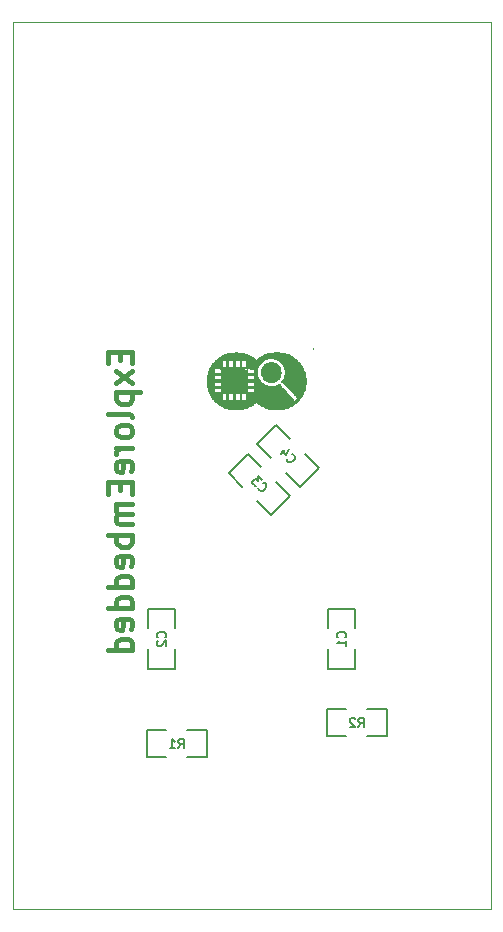
<source format=gbr>
G04 #@! TF.FileFunction,Legend,Bot*
%FSLAX46Y46*%
G04 Gerber Fmt 4.6, Leading zero omitted, Abs format (unit mm)*
G04 Created by KiCad (PCBNEW (2015-01-16 BZR 5376)-product) date 7/10/2015 8:52:55 AM*
%MOMM*%
G01*
G04 APERTURE LIST*
%ADD10C,0.150000*%
%ADD11C,0.400000*%
%ADD12C,0.100000*%
%ADD13C,0.127000*%
%ADD14C,0.010000*%
G04 APERTURE END LIST*
D10*
D11*
X66786143Y-64850951D02*
X66786143Y-65517618D01*
X67833762Y-65803332D02*
X67833762Y-64850951D01*
X65833762Y-64850951D01*
X65833762Y-65803332D01*
X67833762Y-66469999D02*
X66500429Y-67517618D01*
X66500429Y-66469999D02*
X67833762Y-67517618D01*
X66500429Y-68279523D02*
X68500429Y-68279523D01*
X66595667Y-68279523D02*
X66500429Y-68470000D01*
X66500429Y-68850952D01*
X66595667Y-69041428D01*
X66690905Y-69136666D01*
X66881381Y-69231904D01*
X67452810Y-69231904D01*
X67643286Y-69136666D01*
X67738524Y-69041428D01*
X67833762Y-68850952D01*
X67833762Y-68470000D01*
X67738524Y-68279523D01*
X67833762Y-70374762D02*
X67738524Y-70184286D01*
X67548048Y-70089047D01*
X65833762Y-70089047D01*
X67833762Y-71422381D02*
X67738524Y-71231905D01*
X67643286Y-71136666D01*
X67452810Y-71041428D01*
X66881381Y-71041428D01*
X66690905Y-71136666D01*
X66595667Y-71231905D01*
X66500429Y-71422381D01*
X66500429Y-71708095D01*
X66595667Y-71898571D01*
X66690905Y-71993809D01*
X66881381Y-72089047D01*
X67452810Y-72089047D01*
X67643286Y-71993809D01*
X67738524Y-71898571D01*
X67833762Y-71708095D01*
X67833762Y-71422381D01*
X67833762Y-72946190D02*
X66500429Y-72946190D01*
X66881381Y-72946190D02*
X66690905Y-73041429D01*
X66595667Y-73136667D01*
X66500429Y-73327143D01*
X66500429Y-73517619D01*
X67738524Y-74946190D02*
X67833762Y-74755714D01*
X67833762Y-74374762D01*
X67738524Y-74184285D01*
X67548048Y-74089047D01*
X66786143Y-74089047D01*
X66595667Y-74184285D01*
X66500429Y-74374762D01*
X66500429Y-74755714D01*
X66595667Y-74946190D01*
X66786143Y-75041428D01*
X66976619Y-75041428D01*
X67167095Y-74089047D01*
X66786143Y-75898571D02*
X66786143Y-76565238D01*
X67833762Y-76850952D02*
X67833762Y-75898571D01*
X65833762Y-75898571D01*
X65833762Y-76850952D01*
X67833762Y-77708095D02*
X66500429Y-77708095D01*
X66690905Y-77708095D02*
X66595667Y-77803334D01*
X66500429Y-77993810D01*
X66500429Y-78279524D01*
X66595667Y-78470000D01*
X66786143Y-78565238D01*
X67833762Y-78565238D01*
X66786143Y-78565238D02*
X66595667Y-78660476D01*
X66500429Y-78850953D01*
X66500429Y-79136667D01*
X66595667Y-79327143D01*
X66786143Y-79422381D01*
X67833762Y-79422381D01*
X67833762Y-80374762D02*
X65833762Y-80374762D01*
X66595667Y-80374762D02*
X66500429Y-80565239D01*
X66500429Y-80946191D01*
X66595667Y-81136667D01*
X66690905Y-81231905D01*
X66881381Y-81327143D01*
X67452810Y-81327143D01*
X67643286Y-81231905D01*
X67738524Y-81136667D01*
X67833762Y-80946191D01*
X67833762Y-80565239D01*
X67738524Y-80374762D01*
X67738524Y-82946191D02*
X67833762Y-82755715D01*
X67833762Y-82374763D01*
X67738524Y-82184286D01*
X67548048Y-82089048D01*
X66786143Y-82089048D01*
X66595667Y-82184286D01*
X66500429Y-82374763D01*
X66500429Y-82755715D01*
X66595667Y-82946191D01*
X66786143Y-83041429D01*
X66976619Y-83041429D01*
X67167095Y-82089048D01*
X67833762Y-84755715D02*
X65833762Y-84755715D01*
X67738524Y-84755715D02*
X67833762Y-84565239D01*
X67833762Y-84184287D01*
X67738524Y-83993811D01*
X67643286Y-83898572D01*
X67452810Y-83803334D01*
X66881381Y-83803334D01*
X66690905Y-83898572D01*
X66595667Y-83993811D01*
X66500429Y-84184287D01*
X66500429Y-84565239D01*
X66595667Y-84755715D01*
X67833762Y-86565239D02*
X65833762Y-86565239D01*
X67738524Y-86565239D02*
X67833762Y-86374763D01*
X67833762Y-85993811D01*
X67738524Y-85803335D01*
X67643286Y-85708096D01*
X67452810Y-85612858D01*
X66881381Y-85612858D01*
X66690905Y-85708096D01*
X66595667Y-85803335D01*
X66500429Y-85993811D01*
X66500429Y-86374763D01*
X66595667Y-86565239D01*
X67738524Y-88279525D02*
X67833762Y-88089049D01*
X67833762Y-87708097D01*
X67738524Y-87517620D01*
X67548048Y-87422382D01*
X66786143Y-87422382D01*
X66595667Y-87517620D01*
X66500429Y-87708097D01*
X66500429Y-88089049D01*
X66595667Y-88279525D01*
X66786143Y-88374763D01*
X66976619Y-88374763D01*
X67167095Y-87422382D01*
X67833762Y-90089049D02*
X65833762Y-90089049D01*
X67738524Y-90089049D02*
X67833762Y-89898573D01*
X67833762Y-89517621D01*
X67738524Y-89327145D01*
X67643286Y-89231906D01*
X67452810Y-89136668D01*
X66881381Y-89136668D01*
X66690905Y-89231906D01*
X66595667Y-89327145D01*
X66500429Y-89517621D01*
X66500429Y-89898573D01*
X66595667Y-90089049D01*
D12*
X57718000Y-36934000D02*
X57818000Y-36934000D01*
X57718000Y-112034000D02*
X57718000Y-36934000D01*
X98218000Y-112034000D02*
X57718000Y-112034000D01*
X98218000Y-39434000D02*
X98218000Y-112034000D01*
X98218000Y-36934000D02*
X97718000Y-36934000D01*
X98218000Y-39434000D02*
X98218000Y-36934000D01*
X97718000Y-36934000D02*
X57718000Y-36934000D01*
D13*
X69215000Y-86614000D02*
X71501000Y-86614000D01*
X71501000Y-86614000D02*
X71501000Y-88265000D01*
X69215000Y-90043000D02*
X69215000Y-91694000D01*
X69215000Y-91694000D02*
X71501000Y-91694000D01*
X71501000Y-91694000D02*
X71501000Y-90043000D01*
X69215000Y-88265000D02*
X69215000Y-86614000D01*
X84328000Y-97409000D02*
X84328000Y-95123000D01*
X84328000Y-95123000D02*
X85979000Y-95123000D01*
X87757000Y-97409000D02*
X89408000Y-97409000D01*
X89408000Y-97409000D02*
X89408000Y-95123000D01*
X89408000Y-95123000D02*
X87757000Y-95123000D01*
X85979000Y-97409000D02*
X84328000Y-97409000D01*
X83630274Y-74647828D02*
X82013828Y-76264274D01*
X82013828Y-76264274D02*
X80846395Y-75096841D01*
X81205605Y-72223159D02*
X80038172Y-71055726D01*
X80038172Y-71055726D02*
X78421726Y-72672172D01*
X78421726Y-72672172D02*
X79589159Y-73839605D01*
X82462841Y-73480395D02*
X83630274Y-74647828D01*
X81217274Y-77060828D02*
X79600828Y-78677274D01*
X79600828Y-78677274D02*
X78433395Y-77509841D01*
X78792605Y-74636159D02*
X77625172Y-73468726D01*
X77625172Y-73468726D02*
X76008726Y-75085172D01*
X76008726Y-75085172D02*
X77176159Y-76252605D01*
X80049841Y-75893395D02*
X81217274Y-77060828D01*
X69088000Y-99187000D02*
X69088000Y-96901000D01*
X69088000Y-96901000D02*
X70739000Y-96901000D01*
X72517000Y-99187000D02*
X74168000Y-99187000D01*
X74168000Y-99187000D02*
X74168000Y-96901000D01*
X74168000Y-96901000D02*
X72517000Y-96901000D01*
X70739000Y-99187000D02*
X69088000Y-99187000D01*
X84455000Y-86614000D02*
X86741000Y-86614000D01*
X86741000Y-86614000D02*
X86741000Y-88265000D01*
X84455000Y-90043000D02*
X84455000Y-91694000D01*
X84455000Y-91694000D02*
X86741000Y-91694000D01*
X86741000Y-91694000D02*
X86741000Y-90043000D01*
X84455000Y-88265000D02*
X84455000Y-86614000D01*
D14*
G36*
X83185000Y-64516000D02*
X83135000Y-64516000D01*
X83135000Y-64566000D01*
X83185000Y-64566000D01*
X83185000Y-64516000D01*
X83185000Y-64516000D01*
G37*
X83185000Y-64516000D02*
X83135000Y-64516000D01*
X83135000Y-64566000D01*
X83185000Y-64566000D01*
X83185000Y-64516000D01*
G36*
X83185000Y-64566000D02*
X83135000Y-64566000D01*
X83135000Y-64616000D01*
X83185000Y-64616000D01*
X83185000Y-64566000D01*
X83185000Y-64566000D01*
G37*
X83185000Y-64566000D02*
X83135000Y-64566000D01*
X83135000Y-64616000D01*
X83185000Y-64616000D01*
X83185000Y-64566000D01*
G36*
X80285000Y-64866000D02*
X80235000Y-64866000D01*
X80235000Y-64916000D01*
X80285000Y-64916000D01*
X80285000Y-64866000D01*
X80285000Y-64866000D01*
G37*
X80285000Y-64866000D02*
X80235000Y-64866000D01*
X80235000Y-64916000D01*
X80285000Y-64916000D01*
X80285000Y-64866000D01*
G36*
X80235000Y-64866000D02*
X80185000Y-64866000D01*
X80185000Y-64916000D01*
X80235000Y-64916000D01*
X80235000Y-64866000D01*
X80235000Y-64866000D01*
G37*
X80235000Y-64866000D02*
X80185000Y-64866000D01*
X80185000Y-64916000D01*
X80235000Y-64916000D01*
X80235000Y-64866000D01*
G36*
X80185000Y-64866000D02*
X80135000Y-64866000D01*
X80135000Y-64916000D01*
X80185000Y-64916000D01*
X80185000Y-64866000D01*
X80185000Y-64866000D01*
G37*
X80185000Y-64866000D02*
X80135000Y-64866000D01*
X80135000Y-64916000D01*
X80185000Y-64916000D01*
X80185000Y-64866000D01*
G36*
X80135000Y-64866000D02*
X80085000Y-64866000D01*
X80085000Y-64916000D01*
X80135000Y-64916000D01*
X80135000Y-64866000D01*
X80135000Y-64866000D01*
G37*
X80135000Y-64866000D02*
X80085000Y-64866000D01*
X80085000Y-64916000D01*
X80135000Y-64916000D01*
X80135000Y-64866000D01*
G36*
X80085000Y-64866000D02*
X80035000Y-64866000D01*
X80035000Y-64916000D01*
X80085000Y-64916000D01*
X80085000Y-64866000D01*
X80085000Y-64866000D01*
G37*
X80085000Y-64866000D02*
X80035000Y-64866000D01*
X80035000Y-64916000D01*
X80085000Y-64916000D01*
X80085000Y-64866000D01*
G36*
X80035000Y-64866000D02*
X79985000Y-64866000D01*
X79985000Y-64916000D01*
X80035000Y-64916000D01*
X80035000Y-64866000D01*
X80035000Y-64866000D01*
G37*
X80035000Y-64866000D02*
X79985000Y-64866000D01*
X79985000Y-64916000D01*
X80035000Y-64916000D01*
X80035000Y-64866000D01*
G36*
X79985000Y-64866000D02*
X79935000Y-64866000D01*
X79935000Y-64916000D01*
X79985000Y-64916000D01*
X79985000Y-64866000D01*
X79985000Y-64866000D01*
G37*
X79985000Y-64866000D02*
X79935000Y-64866000D01*
X79935000Y-64916000D01*
X79985000Y-64916000D01*
X79985000Y-64866000D01*
G36*
X79935000Y-64866000D02*
X79885000Y-64866000D01*
X79885000Y-64916000D01*
X79935000Y-64916000D01*
X79935000Y-64866000D01*
X79935000Y-64866000D01*
G37*
X79935000Y-64866000D02*
X79885000Y-64866000D01*
X79885000Y-64916000D01*
X79935000Y-64916000D01*
X79935000Y-64866000D01*
G36*
X79885000Y-64866000D02*
X79835000Y-64866000D01*
X79835000Y-64916000D01*
X79885000Y-64916000D01*
X79885000Y-64866000D01*
X79885000Y-64866000D01*
G37*
X79885000Y-64866000D02*
X79835000Y-64866000D01*
X79835000Y-64916000D01*
X79885000Y-64916000D01*
X79885000Y-64866000D01*
G36*
X76685000Y-64866000D02*
X76635000Y-64866000D01*
X76635000Y-64916000D01*
X76685000Y-64916000D01*
X76685000Y-64866000D01*
X76685000Y-64866000D01*
G37*
X76685000Y-64866000D02*
X76635000Y-64866000D01*
X76635000Y-64916000D01*
X76685000Y-64916000D01*
X76685000Y-64866000D01*
G36*
X76635000Y-64866000D02*
X76585000Y-64866000D01*
X76585000Y-64916000D01*
X76635000Y-64916000D01*
X76635000Y-64866000D01*
X76635000Y-64866000D01*
G37*
X76635000Y-64866000D02*
X76585000Y-64866000D01*
X76585000Y-64916000D01*
X76635000Y-64916000D01*
X76635000Y-64866000D01*
G36*
X76585000Y-64866000D02*
X76535000Y-64866000D01*
X76535000Y-64916000D01*
X76585000Y-64916000D01*
X76585000Y-64866000D01*
X76585000Y-64866000D01*
G37*
X76585000Y-64866000D02*
X76535000Y-64866000D01*
X76535000Y-64916000D01*
X76585000Y-64916000D01*
X76585000Y-64866000D01*
G36*
X80635000Y-64916000D02*
X80585000Y-64916000D01*
X80585000Y-64966000D01*
X80635000Y-64966000D01*
X80635000Y-64916000D01*
X80635000Y-64916000D01*
G37*
X80635000Y-64916000D02*
X80585000Y-64916000D01*
X80585000Y-64966000D01*
X80635000Y-64966000D01*
X80635000Y-64916000D01*
G36*
X80585000Y-64916000D02*
X80535000Y-64916000D01*
X80535000Y-64966000D01*
X80585000Y-64966000D01*
X80585000Y-64916000D01*
X80585000Y-64916000D01*
G37*
X80585000Y-64916000D02*
X80535000Y-64916000D01*
X80535000Y-64966000D01*
X80585000Y-64966000D01*
X80585000Y-64916000D01*
G36*
X80535000Y-64916000D02*
X80485000Y-64916000D01*
X80485000Y-64966000D01*
X80535000Y-64966000D01*
X80535000Y-64916000D01*
X80535000Y-64916000D01*
G37*
X80535000Y-64916000D02*
X80485000Y-64916000D01*
X80485000Y-64966000D01*
X80535000Y-64966000D01*
X80535000Y-64916000D01*
G36*
X80485000Y-64916000D02*
X80435000Y-64916000D01*
X80435000Y-64966000D01*
X80485000Y-64966000D01*
X80485000Y-64916000D01*
X80485000Y-64916000D01*
G37*
X80485000Y-64916000D02*
X80435000Y-64916000D01*
X80435000Y-64966000D01*
X80485000Y-64966000D01*
X80485000Y-64916000D01*
G36*
X80435000Y-64916000D02*
X80385000Y-64916000D01*
X80385000Y-64966000D01*
X80435000Y-64966000D01*
X80435000Y-64916000D01*
X80435000Y-64916000D01*
G37*
X80435000Y-64916000D02*
X80385000Y-64916000D01*
X80385000Y-64966000D01*
X80435000Y-64966000D01*
X80435000Y-64916000D01*
G36*
X80385000Y-64916000D02*
X80335000Y-64916000D01*
X80335000Y-64966000D01*
X80385000Y-64966000D01*
X80385000Y-64916000D01*
X80385000Y-64916000D01*
G37*
X80385000Y-64916000D02*
X80335000Y-64916000D01*
X80335000Y-64966000D01*
X80385000Y-64966000D01*
X80385000Y-64916000D01*
G36*
X80335000Y-64916000D02*
X80285000Y-64916000D01*
X80285000Y-64966000D01*
X80335000Y-64966000D01*
X80335000Y-64916000D01*
X80335000Y-64916000D01*
G37*
X80335000Y-64916000D02*
X80285000Y-64916000D01*
X80285000Y-64966000D01*
X80335000Y-64966000D01*
X80335000Y-64916000D01*
G36*
X80285000Y-64916000D02*
X80235000Y-64916000D01*
X80235000Y-64966000D01*
X80285000Y-64966000D01*
X80285000Y-64916000D01*
X80285000Y-64916000D01*
G37*
X80285000Y-64916000D02*
X80235000Y-64916000D01*
X80235000Y-64966000D01*
X80285000Y-64966000D01*
X80285000Y-64916000D01*
G36*
X80235000Y-64916000D02*
X80185000Y-64916000D01*
X80185000Y-64966000D01*
X80235000Y-64966000D01*
X80235000Y-64916000D01*
X80235000Y-64916000D01*
G37*
X80235000Y-64916000D02*
X80185000Y-64916000D01*
X80185000Y-64966000D01*
X80235000Y-64966000D01*
X80235000Y-64916000D01*
G36*
X80185000Y-64916000D02*
X80135000Y-64916000D01*
X80135000Y-64966000D01*
X80185000Y-64966000D01*
X80185000Y-64916000D01*
X80185000Y-64916000D01*
G37*
X80185000Y-64916000D02*
X80135000Y-64916000D01*
X80135000Y-64966000D01*
X80185000Y-64966000D01*
X80185000Y-64916000D01*
G36*
X80135000Y-64916000D02*
X80085000Y-64916000D01*
X80085000Y-64966000D01*
X80135000Y-64966000D01*
X80135000Y-64916000D01*
X80135000Y-64916000D01*
G37*
X80135000Y-64916000D02*
X80085000Y-64916000D01*
X80085000Y-64966000D01*
X80135000Y-64966000D01*
X80135000Y-64916000D01*
G36*
X80085000Y-64916000D02*
X80035000Y-64916000D01*
X80035000Y-64966000D01*
X80085000Y-64966000D01*
X80085000Y-64916000D01*
X80085000Y-64916000D01*
G37*
X80085000Y-64916000D02*
X80035000Y-64916000D01*
X80035000Y-64966000D01*
X80085000Y-64966000D01*
X80085000Y-64916000D01*
G36*
X80035000Y-64916000D02*
X79985000Y-64916000D01*
X79985000Y-64966000D01*
X80035000Y-64966000D01*
X80035000Y-64916000D01*
X80035000Y-64916000D01*
G37*
X80035000Y-64916000D02*
X79985000Y-64916000D01*
X79985000Y-64966000D01*
X80035000Y-64966000D01*
X80035000Y-64916000D01*
G36*
X79985000Y-64916000D02*
X79935000Y-64916000D01*
X79935000Y-64966000D01*
X79985000Y-64966000D01*
X79985000Y-64916000D01*
X79985000Y-64916000D01*
G37*
X79985000Y-64916000D02*
X79935000Y-64916000D01*
X79935000Y-64966000D01*
X79985000Y-64966000D01*
X79985000Y-64916000D01*
G36*
X79935000Y-64916000D02*
X79885000Y-64916000D01*
X79885000Y-64966000D01*
X79935000Y-64966000D01*
X79935000Y-64916000D01*
X79935000Y-64916000D01*
G37*
X79935000Y-64916000D02*
X79885000Y-64916000D01*
X79885000Y-64966000D01*
X79935000Y-64966000D01*
X79935000Y-64916000D01*
G36*
X79885000Y-64916000D02*
X79835000Y-64916000D01*
X79835000Y-64966000D01*
X79885000Y-64966000D01*
X79885000Y-64916000D01*
X79885000Y-64916000D01*
G37*
X79885000Y-64916000D02*
X79835000Y-64916000D01*
X79835000Y-64966000D01*
X79885000Y-64966000D01*
X79885000Y-64916000D01*
G36*
X79835000Y-64916000D02*
X79785000Y-64916000D01*
X79785000Y-64966000D01*
X79835000Y-64966000D01*
X79835000Y-64916000D01*
X79835000Y-64916000D01*
G37*
X79835000Y-64916000D02*
X79785000Y-64916000D01*
X79785000Y-64966000D01*
X79835000Y-64966000D01*
X79835000Y-64916000D01*
G36*
X79785000Y-64916000D02*
X79735000Y-64916000D01*
X79735000Y-64966000D01*
X79785000Y-64966000D01*
X79785000Y-64916000D01*
X79785000Y-64916000D01*
G37*
X79785000Y-64916000D02*
X79735000Y-64916000D01*
X79735000Y-64966000D01*
X79785000Y-64966000D01*
X79785000Y-64916000D01*
G36*
X79735000Y-64916000D02*
X79685000Y-64916000D01*
X79685000Y-64966000D01*
X79735000Y-64966000D01*
X79735000Y-64916000D01*
X79735000Y-64916000D01*
G37*
X79735000Y-64916000D02*
X79685000Y-64916000D01*
X79685000Y-64966000D01*
X79735000Y-64966000D01*
X79735000Y-64916000D01*
G36*
X79685000Y-64916000D02*
X79635000Y-64916000D01*
X79635000Y-64966000D01*
X79685000Y-64966000D01*
X79685000Y-64916000D01*
X79685000Y-64916000D01*
G37*
X79685000Y-64916000D02*
X79635000Y-64916000D01*
X79635000Y-64966000D01*
X79685000Y-64966000D01*
X79685000Y-64916000D01*
G36*
X79635000Y-64916000D02*
X79585000Y-64916000D01*
X79585000Y-64966000D01*
X79635000Y-64966000D01*
X79635000Y-64916000D01*
X79635000Y-64916000D01*
G37*
X79635000Y-64916000D02*
X79585000Y-64916000D01*
X79585000Y-64966000D01*
X79635000Y-64966000D01*
X79635000Y-64916000D01*
G36*
X79585000Y-64916000D02*
X79535000Y-64916000D01*
X79535000Y-64966000D01*
X79585000Y-64966000D01*
X79585000Y-64916000D01*
X79585000Y-64916000D01*
G37*
X79585000Y-64916000D02*
X79535000Y-64916000D01*
X79535000Y-64966000D01*
X79585000Y-64966000D01*
X79585000Y-64916000D01*
G36*
X79535000Y-64916000D02*
X79485000Y-64916000D01*
X79485000Y-64966000D01*
X79535000Y-64966000D01*
X79535000Y-64916000D01*
X79535000Y-64916000D01*
G37*
X79535000Y-64916000D02*
X79485000Y-64916000D01*
X79485000Y-64966000D01*
X79535000Y-64966000D01*
X79535000Y-64916000D01*
G36*
X77135000Y-64916000D02*
X77085000Y-64916000D01*
X77085000Y-64966000D01*
X77135000Y-64966000D01*
X77135000Y-64916000D01*
X77135000Y-64916000D01*
G37*
X77135000Y-64916000D02*
X77085000Y-64916000D01*
X77085000Y-64966000D01*
X77135000Y-64966000D01*
X77135000Y-64916000D01*
G36*
X77085000Y-64916000D02*
X77035000Y-64916000D01*
X77035000Y-64966000D01*
X77085000Y-64966000D01*
X77085000Y-64916000D01*
X77085000Y-64916000D01*
G37*
X77085000Y-64916000D02*
X77035000Y-64916000D01*
X77035000Y-64966000D01*
X77085000Y-64966000D01*
X77085000Y-64916000D01*
G36*
X77035000Y-64916000D02*
X76985000Y-64916000D01*
X76985000Y-64966000D01*
X77035000Y-64966000D01*
X77035000Y-64916000D01*
X77035000Y-64916000D01*
G37*
X77035000Y-64916000D02*
X76985000Y-64916000D01*
X76985000Y-64966000D01*
X77035000Y-64966000D01*
X77035000Y-64916000D01*
G36*
X76985000Y-64916000D02*
X76935000Y-64916000D01*
X76935000Y-64966000D01*
X76985000Y-64966000D01*
X76985000Y-64916000D01*
X76985000Y-64916000D01*
G37*
X76985000Y-64916000D02*
X76935000Y-64916000D01*
X76935000Y-64966000D01*
X76985000Y-64966000D01*
X76985000Y-64916000D01*
G36*
X76935000Y-64916000D02*
X76885000Y-64916000D01*
X76885000Y-64966000D01*
X76935000Y-64966000D01*
X76935000Y-64916000D01*
X76935000Y-64916000D01*
G37*
X76935000Y-64916000D02*
X76885000Y-64916000D01*
X76885000Y-64966000D01*
X76935000Y-64966000D01*
X76935000Y-64916000D01*
G36*
X76885000Y-64916000D02*
X76835000Y-64916000D01*
X76835000Y-64966000D01*
X76885000Y-64966000D01*
X76885000Y-64916000D01*
X76885000Y-64916000D01*
G37*
X76885000Y-64916000D02*
X76835000Y-64916000D01*
X76835000Y-64966000D01*
X76885000Y-64966000D01*
X76885000Y-64916000D01*
G36*
X76835000Y-64916000D02*
X76785000Y-64916000D01*
X76785000Y-64966000D01*
X76835000Y-64966000D01*
X76835000Y-64916000D01*
X76835000Y-64916000D01*
G37*
X76835000Y-64916000D02*
X76785000Y-64916000D01*
X76785000Y-64966000D01*
X76835000Y-64966000D01*
X76835000Y-64916000D01*
G36*
X76785000Y-64916000D02*
X76735000Y-64916000D01*
X76735000Y-64966000D01*
X76785000Y-64966000D01*
X76785000Y-64916000D01*
X76785000Y-64916000D01*
G37*
X76785000Y-64916000D02*
X76735000Y-64916000D01*
X76735000Y-64966000D01*
X76785000Y-64966000D01*
X76785000Y-64916000D01*
G36*
X76735000Y-64916000D02*
X76685000Y-64916000D01*
X76685000Y-64966000D01*
X76735000Y-64966000D01*
X76735000Y-64916000D01*
X76735000Y-64916000D01*
G37*
X76735000Y-64916000D02*
X76685000Y-64916000D01*
X76685000Y-64966000D01*
X76735000Y-64966000D01*
X76735000Y-64916000D01*
G36*
X76685000Y-64916000D02*
X76635000Y-64916000D01*
X76635000Y-64966000D01*
X76685000Y-64966000D01*
X76685000Y-64916000D01*
X76685000Y-64916000D01*
G37*
X76685000Y-64916000D02*
X76635000Y-64916000D01*
X76635000Y-64966000D01*
X76685000Y-64966000D01*
X76685000Y-64916000D01*
G36*
X76635000Y-64916000D02*
X76585000Y-64916000D01*
X76585000Y-64966000D01*
X76635000Y-64966000D01*
X76635000Y-64916000D01*
X76635000Y-64916000D01*
G37*
X76635000Y-64916000D02*
X76585000Y-64916000D01*
X76585000Y-64966000D01*
X76635000Y-64966000D01*
X76635000Y-64916000D01*
G36*
X76585000Y-64916000D02*
X76535000Y-64916000D01*
X76535000Y-64966000D01*
X76585000Y-64966000D01*
X76585000Y-64916000D01*
X76585000Y-64916000D01*
G37*
X76585000Y-64916000D02*
X76535000Y-64916000D01*
X76535000Y-64966000D01*
X76585000Y-64966000D01*
X76585000Y-64916000D01*
G36*
X76535000Y-64916000D02*
X76485000Y-64916000D01*
X76485000Y-64966000D01*
X76535000Y-64966000D01*
X76535000Y-64916000D01*
X76535000Y-64916000D01*
G37*
X76535000Y-64916000D02*
X76485000Y-64916000D01*
X76485000Y-64966000D01*
X76535000Y-64966000D01*
X76535000Y-64916000D01*
G36*
X76485000Y-64916000D02*
X76435000Y-64916000D01*
X76435000Y-64966000D01*
X76485000Y-64966000D01*
X76485000Y-64916000D01*
X76485000Y-64916000D01*
G37*
X76485000Y-64916000D02*
X76435000Y-64916000D01*
X76435000Y-64966000D01*
X76485000Y-64966000D01*
X76485000Y-64916000D01*
G36*
X76435000Y-64916000D02*
X76385000Y-64916000D01*
X76385000Y-64966000D01*
X76435000Y-64966000D01*
X76435000Y-64916000D01*
X76435000Y-64916000D01*
G37*
X76435000Y-64916000D02*
X76385000Y-64916000D01*
X76385000Y-64966000D01*
X76435000Y-64966000D01*
X76435000Y-64916000D01*
G36*
X76385000Y-64916000D02*
X76335000Y-64916000D01*
X76335000Y-64966000D01*
X76385000Y-64966000D01*
X76385000Y-64916000D01*
X76385000Y-64916000D01*
G37*
X76385000Y-64916000D02*
X76335000Y-64916000D01*
X76335000Y-64966000D01*
X76385000Y-64966000D01*
X76385000Y-64916000D01*
G36*
X76335000Y-64916000D02*
X76285000Y-64916000D01*
X76285000Y-64966000D01*
X76335000Y-64966000D01*
X76335000Y-64916000D01*
X76335000Y-64916000D01*
G37*
X76335000Y-64916000D02*
X76285000Y-64916000D01*
X76285000Y-64966000D01*
X76335000Y-64966000D01*
X76335000Y-64916000D01*
G36*
X76285000Y-64916000D02*
X76235000Y-64916000D01*
X76235000Y-64966000D01*
X76285000Y-64966000D01*
X76285000Y-64916000D01*
X76285000Y-64916000D01*
G37*
X76285000Y-64916000D02*
X76235000Y-64916000D01*
X76235000Y-64966000D01*
X76285000Y-64966000D01*
X76285000Y-64916000D01*
G36*
X76235000Y-64916000D02*
X76185000Y-64916000D01*
X76185000Y-64966000D01*
X76235000Y-64966000D01*
X76235000Y-64916000D01*
X76235000Y-64916000D01*
G37*
X76235000Y-64916000D02*
X76185000Y-64916000D01*
X76185000Y-64966000D01*
X76235000Y-64966000D01*
X76235000Y-64916000D01*
G36*
X76185000Y-64916000D02*
X76135000Y-64916000D01*
X76135000Y-64966000D01*
X76185000Y-64966000D01*
X76185000Y-64916000D01*
X76185000Y-64916000D01*
G37*
X76185000Y-64916000D02*
X76135000Y-64916000D01*
X76135000Y-64966000D01*
X76185000Y-64966000D01*
X76185000Y-64916000D01*
G36*
X76135000Y-64916000D02*
X76085000Y-64916000D01*
X76085000Y-64966000D01*
X76135000Y-64966000D01*
X76135000Y-64916000D01*
X76135000Y-64916000D01*
G37*
X76135000Y-64916000D02*
X76085000Y-64916000D01*
X76085000Y-64966000D01*
X76135000Y-64966000D01*
X76135000Y-64916000D01*
G36*
X80785000Y-64966000D02*
X80735000Y-64966000D01*
X80735000Y-65016000D01*
X80785000Y-65016000D01*
X80785000Y-64966000D01*
X80785000Y-64966000D01*
G37*
X80785000Y-64966000D02*
X80735000Y-64966000D01*
X80735000Y-65016000D01*
X80785000Y-65016000D01*
X80785000Y-64966000D01*
G36*
X80735000Y-64966000D02*
X80685000Y-64966000D01*
X80685000Y-65016000D01*
X80735000Y-65016000D01*
X80735000Y-64966000D01*
X80735000Y-64966000D01*
G37*
X80735000Y-64966000D02*
X80685000Y-64966000D01*
X80685000Y-65016000D01*
X80735000Y-65016000D01*
X80735000Y-64966000D01*
G36*
X80685000Y-64966000D02*
X80635000Y-64966000D01*
X80635000Y-65016000D01*
X80685000Y-65016000D01*
X80685000Y-64966000D01*
X80685000Y-64966000D01*
G37*
X80685000Y-64966000D02*
X80635000Y-64966000D01*
X80635000Y-65016000D01*
X80685000Y-65016000D01*
X80685000Y-64966000D01*
G36*
X80635000Y-64966000D02*
X80585000Y-64966000D01*
X80585000Y-65016000D01*
X80635000Y-65016000D01*
X80635000Y-64966000D01*
X80635000Y-64966000D01*
G37*
X80635000Y-64966000D02*
X80585000Y-64966000D01*
X80585000Y-65016000D01*
X80635000Y-65016000D01*
X80635000Y-64966000D01*
G36*
X80585000Y-64966000D02*
X80535000Y-64966000D01*
X80535000Y-65016000D01*
X80585000Y-65016000D01*
X80585000Y-64966000D01*
X80585000Y-64966000D01*
G37*
X80585000Y-64966000D02*
X80535000Y-64966000D01*
X80535000Y-65016000D01*
X80585000Y-65016000D01*
X80585000Y-64966000D01*
G36*
X80535000Y-64966000D02*
X80485000Y-64966000D01*
X80485000Y-65016000D01*
X80535000Y-65016000D01*
X80535000Y-64966000D01*
X80535000Y-64966000D01*
G37*
X80535000Y-64966000D02*
X80485000Y-64966000D01*
X80485000Y-65016000D01*
X80535000Y-65016000D01*
X80535000Y-64966000D01*
G36*
X80485000Y-64966000D02*
X80435000Y-64966000D01*
X80435000Y-65016000D01*
X80485000Y-65016000D01*
X80485000Y-64966000D01*
X80485000Y-64966000D01*
G37*
X80485000Y-64966000D02*
X80435000Y-64966000D01*
X80435000Y-65016000D01*
X80485000Y-65016000D01*
X80485000Y-64966000D01*
G36*
X80435000Y-64966000D02*
X80385000Y-64966000D01*
X80385000Y-65016000D01*
X80435000Y-65016000D01*
X80435000Y-64966000D01*
X80435000Y-64966000D01*
G37*
X80435000Y-64966000D02*
X80385000Y-64966000D01*
X80385000Y-65016000D01*
X80435000Y-65016000D01*
X80435000Y-64966000D01*
G36*
X80385000Y-64966000D02*
X80335000Y-64966000D01*
X80335000Y-65016000D01*
X80385000Y-65016000D01*
X80385000Y-64966000D01*
X80385000Y-64966000D01*
G37*
X80385000Y-64966000D02*
X80335000Y-64966000D01*
X80335000Y-65016000D01*
X80385000Y-65016000D01*
X80385000Y-64966000D01*
G36*
X80335000Y-64966000D02*
X80285000Y-64966000D01*
X80285000Y-65016000D01*
X80335000Y-65016000D01*
X80335000Y-64966000D01*
X80335000Y-64966000D01*
G37*
X80335000Y-64966000D02*
X80285000Y-64966000D01*
X80285000Y-65016000D01*
X80335000Y-65016000D01*
X80335000Y-64966000D01*
G36*
X80285000Y-64966000D02*
X80235000Y-64966000D01*
X80235000Y-65016000D01*
X80285000Y-65016000D01*
X80285000Y-64966000D01*
X80285000Y-64966000D01*
G37*
X80285000Y-64966000D02*
X80235000Y-64966000D01*
X80235000Y-65016000D01*
X80285000Y-65016000D01*
X80285000Y-64966000D01*
G36*
X80235000Y-64966000D02*
X80185000Y-64966000D01*
X80185000Y-65016000D01*
X80235000Y-65016000D01*
X80235000Y-64966000D01*
X80235000Y-64966000D01*
G37*
X80235000Y-64966000D02*
X80185000Y-64966000D01*
X80185000Y-65016000D01*
X80235000Y-65016000D01*
X80235000Y-64966000D01*
G36*
X80185000Y-64966000D02*
X80135000Y-64966000D01*
X80135000Y-65016000D01*
X80185000Y-65016000D01*
X80185000Y-64966000D01*
X80185000Y-64966000D01*
G37*
X80185000Y-64966000D02*
X80135000Y-64966000D01*
X80135000Y-65016000D01*
X80185000Y-65016000D01*
X80185000Y-64966000D01*
G36*
X80135000Y-64966000D02*
X80085000Y-64966000D01*
X80085000Y-65016000D01*
X80135000Y-65016000D01*
X80135000Y-64966000D01*
X80135000Y-64966000D01*
G37*
X80135000Y-64966000D02*
X80085000Y-64966000D01*
X80085000Y-65016000D01*
X80135000Y-65016000D01*
X80135000Y-64966000D01*
G36*
X80085000Y-64966000D02*
X80035000Y-64966000D01*
X80035000Y-65016000D01*
X80085000Y-65016000D01*
X80085000Y-64966000D01*
X80085000Y-64966000D01*
G37*
X80085000Y-64966000D02*
X80035000Y-64966000D01*
X80035000Y-65016000D01*
X80085000Y-65016000D01*
X80085000Y-64966000D01*
G36*
X80035000Y-64966000D02*
X79985000Y-64966000D01*
X79985000Y-65016000D01*
X80035000Y-65016000D01*
X80035000Y-64966000D01*
X80035000Y-64966000D01*
G37*
X80035000Y-64966000D02*
X79985000Y-64966000D01*
X79985000Y-65016000D01*
X80035000Y-65016000D01*
X80035000Y-64966000D01*
G36*
X79985000Y-64966000D02*
X79935000Y-64966000D01*
X79935000Y-65016000D01*
X79985000Y-65016000D01*
X79985000Y-64966000D01*
X79985000Y-64966000D01*
G37*
X79985000Y-64966000D02*
X79935000Y-64966000D01*
X79935000Y-65016000D01*
X79985000Y-65016000D01*
X79985000Y-64966000D01*
G36*
X79935000Y-64966000D02*
X79885000Y-64966000D01*
X79885000Y-65016000D01*
X79935000Y-65016000D01*
X79935000Y-64966000D01*
X79935000Y-64966000D01*
G37*
X79935000Y-64966000D02*
X79885000Y-64966000D01*
X79885000Y-65016000D01*
X79935000Y-65016000D01*
X79935000Y-64966000D01*
G36*
X79885000Y-64966000D02*
X79835000Y-64966000D01*
X79835000Y-65016000D01*
X79885000Y-65016000D01*
X79885000Y-64966000D01*
X79885000Y-64966000D01*
G37*
X79885000Y-64966000D02*
X79835000Y-64966000D01*
X79835000Y-65016000D01*
X79885000Y-65016000D01*
X79885000Y-64966000D01*
G36*
X79835000Y-64966000D02*
X79785000Y-64966000D01*
X79785000Y-65016000D01*
X79835000Y-65016000D01*
X79835000Y-64966000D01*
X79835000Y-64966000D01*
G37*
X79835000Y-64966000D02*
X79785000Y-64966000D01*
X79785000Y-65016000D01*
X79835000Y-65016000D01*
X79835000Y-64966000D01*
G36*
X79785000Y-64966000D02*
X79735000Y-64966000D01*
X79735000Y-65016000D01*
X79785000Y-65016000D01*
X79785000Y-64966000D01*
X79785000Y-64966000D01*
G37*
X79785000Y-64966000D02*
X79735000Y-64966000D01*
X79735000Y-65016000D01*
X79785000Y-65016000D01*
X79785000Y-64966000D01*
G36*
X79735000Y-64966000D02*
X79685000Y-64966000D01*
X79685000Y-65016000D01*
X79735000Y-65016000D01*
X79735000Y-64966000D01*
X79735000Y-64966000D01*
G37*
X79735000Y-64966000D02*
X79685000Y-64966000D01*
X79685000Y-65016000D01*
X79735000Y-65016000D01*
X79735000Y-64966000D01*
G36*
X79685000Y-64966000D02*
X79635000Y-64966000D01*
X79635000Y-65016000D01*
X79685000Y-65016000D01*
X79685000Y-64966000D01*
X79685000Y-64966000D01*
G37*
X79685000Y-64966000D02*
X79635000Y-64966000D01*
X79635000Y-65016000D01*
X79685000Y-65016000D01*
X79685000Y-64966000D01*
G36*
X79635000Y-64966000D02*
X79585000Y-64966000D01*
X79585000Y-65016000D01*
X79635000Y-65016000D01*
X79635000Y-64966000D01*
X79635000Y-64966000D01*
G37*
X79635000Y-64966000D02*
X79585000Y-64966000D01*
X79585000Y-65016000D01*
X79635000Y-65016000D01*
X79635000Y-64966000D01*
G36*
X79585000Y-64966000D02*
X79535000Y-64966000D01*
X79535000Y-65016000D01*
X79585000Y-65016000D01*
X79585000Y-64966000D01*
X79585000Y-64966000D01*
G37*
X79585000Y-64966000D02*
X79535000Y-64966000D01*
X79535000Y-65016000D01*
X79585000Y-65016000D01*
X79585000Y-64966000D01*
G36*
X79535000Y-64966000D02*
X79485000Y-64966000D01*
X79485000Y-65016000D01*
X79535000Y-65016000D01*
X79535000Y-64966000D01*
X79535000Y-64966000D01*
G37*
X79535000Y-64966000D02*
X79485000Y-64966000D01*
X79485000Y-65016000D01*
X79535000Y-65016000D01*
X79535000Y-64966000D01*
G36*
X79485000Y-64966000D02*
X79435000Y-64966000D01*
X79435000Y-65016000D01*
X79485000Y-65016000D01*
X79485000Y-64966000D01*
X79485000Y-64966000D01*
G37*
X79485000Y-64966000D02*
X79435000Y-64966000D01*
X79435000Y-65016000D01*
X79485000Y-65016000D01*
X79485000Y-64966000D01*
G36*
X79435000Y-64966000D02*
X79385000Y-64966000D01*
X79385000Y-65016000D01*
X79435000Y-65016000D01*
X79435000Y-64966000D01*
X79435000Y-64966000D01*
G37*
X79435000Y-64966000D02*
X79385000Y-64966000D01*
X79385000Y-65016000D01*
X79435000Y-65016000D01*
X79435000Y-64966000D01*
G36*
X79385000Y-64966000D02*
X79335000Y-64966000D01*
X79335000Y-65016000D01*
X79385000Y-65016000D01*
X79385000Y-64966000D01*
X79385000Y-64966000D01*
G37*
X79385000Y-64966000D02*
X79335000Y-64966000D01*
X79335000Y-65016000D01*
X79385000Y-65016000D01*
X79385000Y-64966000D01*
G36*
X79335000Y-64966000D02*
X79285000Y-64966000D01*
X79285000Y-65016000D01*
X79335000Y-65016000D01*
X79335000Y-64966000D01*
X79335000Y-64966000D01*
G37*
X79335000Y-64966000D02*
X79285000Y-64966000D01*
X79285000Y-65016000D01*
X79335000Y-65016000D01*
X79335000Y-64966000D01*
G36*
X77335000Y-64966000D02*
X77285000Y-64966000D01*
X77285000Y-65016000D01*
X77335000Y-65016000D01*
X77335000Y-64966000D01*
X77335000Y-64966000D01*
G37*
X77335000Y-64966000D02*
X77285000Y-64966000D01*
X77285000Y-65016000D01*
X77335000Y-65016000D01*
X77335000Y-64966000D01*
G36*
X77285000Y-64966000D02*
X77235000Y-64966000D01*
X77235000Y-65016000D01*
X77285000Y-65016000D01*
X77285000Y-64966000D01*
X77285000Y-64966000D01*
G37*
X77285000Y-64966000D02*
X77235000Y-64966000D01*
X77235000Y-65016000D01*
X77285000Y-65016000D01*
X77285000Y-64966000D01*
G36*
X77235000Y-64966000D02*
X77185000Y-64966000D01*
X77185000Y-65016000D01*
X77235000Y-65016000D01*
X77235000Y-64966000D01*
X77235000Y-64966000D01*
G37*
X77235000Y-64966000D02*
X77185000Y-64966000D01*
X77185000Y-65016000D01*
X77235000Y-65016000D01*
X77235000Y-64966000D01*
G36*
X77185000Y-64966000D02*
X77135000Y-64966000D01*
X77135000Y-65016000D01*
X77185000Y-65016000D01*
X77185000Y-64966000D01*
X77185000Y-64966000D01*
G37*
X77185000Y-64966000D02*
X77135000Y-64966000D01*
X77135000Y-65016000D01*
X77185000Y-65016000D01*
X77185000Y-64966000D01*
G36*
X77135000Y-64966000D02*
X77085000Y-64966000D01*
X77085000Y-65016000D01*
X77135000Y-65016000D01*
X77135000Y-64966000D01*
X77135000Y-64966000D01*
G37*
X77135000Y-64966000D02*
X77085000Y-64966000D01*
X77085000Y-65016000D01*
X77135000Y-65016000D01*
X77135000Y-64966000D01*
G36*
X77085000Y-64966000D02*
X77035000Y-64966000D01*
X77035000Y-65016000D01*
X77085000Y-65016000D01*
X77085000Y-64966000D01*
X77085000Y-64966000D01*
G37*
X77085000Y-64966000D02*
X77035000Y-64966000D01*
X77035000Y-65016000D01*
X77085000Y-65016000D01*
X77085000Y-64966000D01*
G36*
X77035000Y-64966000D02*
X76985000Y-64966000D01*
X76985000Y-65016000D01*
X77035000Y-65016000D01*
X77035000Y-64966000D01*
X77035000Y-64966000D01*
G37*
X77035000Y-64966000D02*
X76985000Y-64966000D01*
X76985000Y-65016000D01*
X77035000Y-65016000D01*
X77035000Y-64966000D01*
G36*
X76985000Y-64966000D02*
X76935000Y-64966000D01*
X76935000Y-65016000D01*
X76985000Y-65016000D01*
X76985000Y-64966000D01*
X76985000Y-64966000D01*
G37*
X76985000Y-64966000D02*
X76935000Y-64966000D01*
X76935000Y-65016000D01*
X76985000Y-65016000D01*
X76985000Y-64966000D01*
G36*
X76935000Y-64966000D02*
X76885000Y-64966000D01*
X76885000Y-65016000D01*
X76935000Y-65016000D01*
X76935000Y-64966000D01*
X76935000Y-64966000D01*
G37*
X76935000Y-64966000D02*
X76885000Y-64966000D01*
X76885000Y-65016000D01*
X76935000Y-65016000D01*
X76935000Y-64966000D01*
G36*
X76885000Y-64966000D02*
X76835000Y-64966000D01*
X76835000Y-65016000D01*
X76885000Y-65016000D01*
X76885000Y-64966000D01*
X76885000Y-64966000D01*
G37*
X76885000Y-64966000D02*
X76835000Y-64966000D01*
X76835000Y-65016000D01*
X76885000Y-65016000D01*
X76885000Y-64966000D01*
G36*
X76835000Y-64966000D02*
X76785000Y-64966000D01*
X76785000Y-65016000D01*
X76835000Y-65016000D01*
X76835000Y-64966000D01*
X76835000Y-64966000D01*
G37*
X76835000Y-64966000D02*
X76785000Y-64966000D01*
X76785000Y-65016000D01*
X76835000Y-65016000D01*
X76835000Y-64966000D01*
G36*
X76785000Y-64966000D02*
X76735000Y-64966000D01*
X76735000Y-65016000D01*
X76785000Y-65016000D01*
X76785000Y-64966000D01*
X76785000Y-64966000D01*
G37*
X76785000Y-64966000D02*
X76735000Y-64966000D01*
X76735000Y-65016000D01*
X76785000Y-65016000D01*
X76785000Y-64966000D01*
G36*
X76735000Y-64966000D02*
X76685000Y-64966000D01*
X76685000Y-65016000D01*
X76735000Y-65016000D01*
X76735000Y-64966000D01*
X76735000Y-64966000D01*
G37*
X76735000Y-64966000D02*
X76685000Y-64966000D01*
X76685000Y-65016000D01*
X76735000Y-65016000D01*
X76735000Y-64966000D01*
G36*
X76685000Y-64966000D02*
X76635000Y-64966000D01*
X76635000Y-65016000D01*
X76685000Y-65016000D01*
X76685000Y-64966000D01*
X76685000Y-64966000D01*
G37*
X76685000Y-64966000D02*
X76635000Y-64966000D01*
X76635000Y-65016000D01*
X76685000Y-65016000D01*
X76685000Y-64966000D01*
G36*
X76635000Y-64966000D02*
X76585000Y-64966000D01*
X76585000Y-65016000D01*
X76635000Y-65016000D01*
X76635000Y-64966000D01*
X76635000Y-64966000D01*
G37*
X76635000Y-64966000D02*
X76585000Y-64966000D01*
X76585000Y-65016000D01*
X76635000Y-65016000D01*
X76635000Y-64966000D01*
G36*
X76585000Y-64966000D02*
X76535000Y-64966000D01*
X76535000Y-65016000D01*
X76585000Y-65016000D01*
X76585000Y-64966000D01*
X76585000Y-64966000D01*
G37*
X76585000Y-64966000D02*
X76535000Y-64966000D01*
X76535000Y-65016000D01*
X76585000Y-65016000D01*
X76585000Y-64966000D01*
G36*
X76535000Y-64966000D02*
X76485000Y-64966000D01*
X76485000Y-65016000D01*
X76535000Y-65016000D01*
X76535000Y-64966000D01*
X76535000Y-64966000D01*
G37*
X76535000Y-64966000D02*
X76485000Y-64966000D01*
X76485000Y-65016000D01*
X76535000Y-65016000D01*
X76535000Y-64966000D01*
G36*
X76485000Y-64966000D02*
X76435000Y-64966000D01*
X76435000Y-65016000D01*
X76485000Y-65016000D01*
X76485000Y-64966000D01*
X76485000Y-64966000D01*
G37*
X76485000Y-64966000D02*
X76435000Y-64966000D01*
X76435000Y-65016000D01*
X76485000Y-65016000D01*
X76485000Y-64966000D01*
G36*
X76435000Y-64966000D02*
X76385000Y-64966000D01*
X76385000Y-65016000D01*
X76435000Y-65016000D01*
X76435000Y-64966000D01*
X76435000Y-64966000D01*
G37*
X76435000Y-64966000D02*
X76385000Y-64966000D01*
X76385000Y-65016000D01*
X76435000Y-65016000D01*
X76435000Y-64966000D01*
G36*
X76385000Y-64966000D02*
X76335000Y-64966000D01*
X76335000Y-65016000D01*
X76385000Y-65016000D01*
X76385000Y-64966000D01*
X76385000Y-64966000D01*
G37*
X76385000Y-64966000D02*
X76335000Y-64966000D01*
X76335000Y-65016000D01*
X76385000Y-65016000D01*
X76385000Y-64966000D01*
G36*
X76335000Y-64966000D02*
X76285000Y-64966000D01*
X76285000Y-65016000D01*
X76335000Y-65016000D01*
X76335000Y-64966000D01*
X76335000Y-64966000D01*
G37*
X76335000Y-64966000D02*
X76285000Y-64966000D01*
X76285000Y-65016000D01*
X76335000Y-65016000D01*
X76335000Y-64966000D01*
G36*
X76285000Y-64966000D02*
X76235000Y-64966000D01*
X76235000Y-65016000D01*
X76285000Y-65016000D01*
X76285000Y-64966000D01*
X76285000Y-64966000D01*
G37*
X76285000Y-64966000D02*
X76235000Y-64966000D01*
X76235000Y-65016000D01*
X76285000Y-65016000D01*
X76285000Y-64966000D01*
G36*
X76235000Y-64966000D02*
X76185000Y-64966000D01*
X76185000Y-65016000D01*
X76235000Y-65016000D01*
X76235000Y-64966000D01*
X76235000Y-64966000D01*
G37*
X76235000Y-64966000D02*
X76185000Y-64966000D01*
X76185000Y-65016000D01*
X76235000Y-65016000D01*
X76235000Y-64966000D01*
G36*
X76185000Y-64966000D02*
X76135000Y-64966000D01*
X76135000Y-65016000D01*
X76185000Y-65016000D01*
X76185000Y-64966000D01*
X76185000Y-64966000D01*
G37*
X76185000Y-64966000D02*
X76135000Y-64966000D01*
X76135000Y-65016000D01*
X76185000Y-65016000D01*
X76185000Y-64966000D01*
G36*
X76135000Y-64966000D02*
X76085000Y-64966000D01*
X76085000Y-65016000D01*
X76135000Y-65016000D01*
X76135000Y-64966000D01*
X76135000Y-64966000D01*
G37*
X76135000Y-64966000D02*
X76085000Y-64966000D01*
X76085000Y-65016000D01*
X76135000Y-65016000D01*
X76135000Y-64966000D01*
G36*
X76085000Y-64966000D02*
X76035000Y-64966000D01*
X76035000Y-65016000D01*
X76085000Y-65016000D01*
X76085000Y-64966000D01*
X76085000Y-64966000D01*
G37*
X76085000Y-64966000D02*
X76035000Y-64966000D01*
X76035000Y-65016000D01*
X76085000Y-65016000D01*
X76085000Y-64966000D01*
G36*
X76035000Y-64966000D02*
X75985000Y-64966000D01*
X75985000Y-65016000D01*
X76035000Y-65016000D01*
X76035000Y-64966000D01*
X76035000Y-64966000D01*
G37*
X76035000Y-64966000D02*
X75985000Y-64966000D01*
X75985000Y-65016000D01*
X76035000Y-65016000D01*
X76035000Y-64966000D01*
G36*
X75985000Y-64966000D02*
X75935000Y-64966000D01*
X75935000Y-65016000D01*
X75985000Y-65016000D01*
X75985000Y-64966000D01*
X75985000Y-64966000D01*
G37*
X75985000Y-64966000D02*
X75935000Y-64966000D01*
X75935000Y-65016000D01*
X75985000Y-65016000D01*
X75985000Y-64966000D01*
G36*
X75935000Y-64966000D02*
X75885000Y-64966000D01*
X75885000Y-65016000D01*
X75935000Y-65016000D01*
X75935000Y-64966000D01*
X75935000Y-64966000D01*
G37*
X75935000Y-64966000D02*
X75885000Y-64966000D01*
X75885000Y-65016000D01*
X75935000Y-65016000D01*
X75935000Y-64966000D01*
G36*
X80935000Y-65016000D02*
X80885000Y-65016000D01*
X80885000Y-65066000D01*
X80935000Y-65066000D01*
X80935000Y-65016000D01*
X80935000Y-65016000D01*
G37*
X80935000Y-65016000D02*
X80885000Y-65016000D01*
X80885000Y-65066000D01*
X80935000Y-65066000D01*
X80935000Y-65016000D01*
G36*
X80885000Y-65016000D02*
X80835000Y-65016000D01*
X80835000Y-65066000D01*
X80885000Y-65066000D01*
X80885000Y-65016000D01*
X80885000Y-65016000D01*
G37*
X80885000Y-65016000D02*
X80835000Y-65016000D01*
X80835000Y-65066000D01*
X80885000Y-65066000D01*
X80885000Y-65016000D01*
G36*
X80835000Y-65016000D02*
X80785000Y-65016000D01*
X80785000Y-65066000D01*
X80835000Y-65066000D01*
X80835000Y-65016000D01*
X80835000Y-65016000D01*
G37*
X80835000Y-65016000D02*
X80785000Y-65016000D01*
X80785000Y-65066000D01*
X80835000Y-65066000D01*
X80835000Y-65016000D01*
G36*
X80785000Y-65016000D02*
X80735000Y-65016000D01*
X80735000Y-65066000D01*
X80785000Y-65066000D01*
X80785000Y-65016000D01*
X80785000Y-65016000D01*
G37*
X80785000Y-65016000D02*
X80735000Y-65016000D01*
X80735000Y-65066000D01*
X80785000Y-65066000D01*
X80785000Y-65016000D01*
G36*
X80735000Y-65016000D02*
X80685000Y-65016000D01*
X80685000Y-65066000D01*
X80735000Y-65066000D01*
X80735000Y-65016000D01*
X80735000Y-65016000D01*
G37*
X80735000Y-65016000D02*
X80685000Y-65016000D01*
X80685000Y-65066000D01*
X80735000Y-65066000D01*
X80735000Y-65016000D01*
G36*
X80685000Y-65016000D02*
X80635000Y-65016000D01*
X80635000Y-65066000D01*
X80685000Y-65066000D01*
X80685000Y-65016000D01*
X80685000Y-65016000D01*
G37*
X80685000Y-65016000D02*
X80635000Y-65016000D01*
X80635000Y-65066000D01*
X80685000Y-65066000D01*
X80685000Y-65016000D01*
G36*
X80635000Y-65016000D02*
X80585000Y-65016000D01*
X80585000Y-65066000D01*
X80635000Y-65066000D01*
X80635000Y-65016000D01*
X80635000Y-65016000D01*
G37*
X80635000Y-65016000D02*
X80585000Y-65016000D01*
X80585000Y-65066000D01*
X80635000Y-65066000D01*
X80635000Y-65016000D01*
G36*
X80585000Y-65016000D02*
X80535000Y-65016000D01*
X80535000Y-65066000D01*
X80585000Y-65066000D01*
X80585000Y-65016000D01*
X80585000Y-65016000D01*
G37*
X80585000Y-65016000D02*
X80535000Y-65016000D01*
X80535000Y-65066000D01*
X80585000Y-65066000D01*
X80585000Y-65016000D01*
G36*
X80535000Y-65016000D02*
X80485000Y-65016000D01*
X80485000Y-65066000D01*
X80535000Y-65066000D01*
X80535000Y-65016000D01*
X80535000Y-65016000D01*
G37*
X80535000Y-65016000D02*
X80485000Y-65016000D01*
X80485000Y-65066000D01*
X80535000Y-65066000D01*
X80535000Y-65016000D01*
G36*
X80485000Y-65016000D02*
X80435000Y-65016000D01*
X80435000Y-65066000D01*
X80485000Y-65066000D01*
X80485000Y-65016000D01*
X80485000Y-65016000D01*
G37*
X80485000Y-65016000D02*
X80435000Y-65016000D01*
X80435000Y-65066000D01*
X80485000Y-65066000D01*
X80485000Y-65016000D01*
G36*
X80435000Y-65016000D02*
X80385000Y-65016000D01*
X80385000Y-65066000D01*
X80435000Y-65066000D01*
X80435000Y-65016000D01*
X80435000Y-65016000D01*
G37*
X80435000Y-65016000D02*
X80385000Y-65016000D01*
X80385000Y-65066000D01*
X80435000Y-65066000D01*
X80435000Y-65016000D01*
G36*
X80385000Y-65016000D02*
X80335000Y-65016000D01*
X80335000Y-65066000D01*
X80385000Y-65066000D01*
X80385000Y-65016000D01*
X80385000Y-65016000D01*
G37*
X80385000Y-65016000D02*
X80335000Y-65016000D01*
X80335000Y-65066000D01*
X80385000Y-65066000D01*
X80385000Y-65016000D01*
G36*
X80335000Y-65016000D02*
X80285000Y-65016000D01*
X80285000Y-65066000D01*
X80335000Y-65066000D01*
X80335000Y-65016000D01*
X80335000Y-65016000D01*
G37*
X80335000Y-65016000D02*
X80285000Y-65016000D01*
X80285000Y-65066000D01*
X80335000Y-65066000D01*
X80335000Y-65016000D01*
G36*
X80285000Y-65016000D02*
X80235000Y-65016000D01*
X80235000Y-65066000D01*
X80285000Y-65066000D01*
X80285000Y-65016000D01*
X80285000Y-65016000D01*
G37*
X80285000Y-65016000D02*
X80235000Y-65016000D01*
X80235000Y-65066000D01*
X80285000Y-65066000D01*
X80285000Y-65016000D01*
G36*
X80235000Y-65016000D02*
X80185000Y-65016000D01*
X80185000Y-65066000D01*
X80235000Y-65066000D01*
X80235000Y-65016000D01*
X80235000Y-65016000D01*
G37*
X80235000Y-65016000D02*
X80185000Y-65016000D01*
X80185000Y-65066000D01*
X80235000Y-65066000D01*
X80235000Y-65016000D01*
G36*
X80185000Y-65016000D02*
X80135000Y-65016000D01*
X80135000Y-65066000D01*
X80185000Y-65066000D01*
X80185000Y-65016000D01*
X80185000Y-65016000D01*
G37*
X80185000Y-65016000D02*
X80135000Y-65016000D01*
X80135000Y-65066000D01*
X80185000Y-65066000D01*
X80185000Y-65016000D01*
G36*
X80135000Y-65016000D02*
X80085000Y-65016000D01*
X80085000Y-65066000D01*
X80135000Y-65066000D01*
X80135000Y-65016000D01*
X80135000Y-65016000D01*
G37*
X80135000Y-65016000D02*
X80085000Y-65016000D01*
X80085000Y-65066000D01*
X80135000Y-65066000D01*
X80135000Y-65016000D01*
G36*
X80085000Y-65016000D02*
X80035000Y-65016000D01*
X80035000Y-65066000D01*
X80085000Y-65066000D01*
X80085000Y-65016000D01*
X80085000Y-65016000D01*
G37*
X80085000Y-65016000D02*
X80035000Y-65016000D01*
X80035000Y-65066000D01*
X80085000Y-65066000D01*
X80085000Y-65016000D01*
G36*
X80035000Y-65016000D02*
X79985000Y-65016000D01*
X79985000Y-65066000D01*
X80035000Y-65066000D01*
X80035000Y-65016000D01*
X80035000Y-65016000D01*
G37*
X80035000Y-65016000D02*
X79985000Y-65016000D01*
X79985000Y-65066000D01*
X80035000Y-65066000D01*
X80035000Y-65016000D01*
G36*
X79985000Y-65016000D02*
X79935000Y-65016000D01*
X79935000Y-65066000D01*
X79985000Y-65066000D01*
X79985000Y-65016000D01*
X79985000Y-65016000D01*
G37*
X79985000Y-65016000D02*
X79935000Y-65016000D01*
X79935000Y-65066000D01*
X79985000Y-65066000D01*
X79985000Y-65016000D01*
G36*
X79935000Y-65016000D02*
X79885000Y-65016000D01*
X79885000Y-65066000D01*
X79935000Y-65066000D01*
X79935000Y-65016000D01*
X79935000Y-65016000D01*
G37*
X79935000Y-65016000D02*
X79885000Y-65016000D01*
X79885000Y-65066000D01*
X79935000Y-65066000D01*
X79935000Y-65016000D01*
G36*
X79885000Y-65016000D02*
X79835000Y-65016000D01*
X79835000Y-65066000D01*
X79885000Y-65066000D01*
X79885000Y-65016000D01*
X79885000Y-65016000D01*
G37*
X79885000Y-65016000D02*
X79835000Y-65016000D01*
X79835000Y-65066000D01*
X79885000Y-65066000D01*
X79885000Y-65016000D01*
G36*
X79835000Y-65016000D02*
X79785000Y-65016000D01*
X79785000Y-65066000D01*
X79835000Y-65066000D01*
X79835000Y-65016000D01*
X79835000Y-65016000D01*
G37*
X79835000Y-65016000D02*
X79785000Y-65016000D01*
X79785000Y-65066000D01*
X79835000Y-65066000D01*
X79835000Y-65016000D01*
G36*
X79785000Y-65016000D02*
X79735000Y-65016000D01*
X79735000Y-65066000D01*
X79785000Y-65066000D01*
X79785000Y-65016000D01*
X79785000Y-65016000D01*
G37*
X79785000Y-65016000D02*
X79735000Y-65016000D01*
X79735000Y-65066000D01*
X79785000Y-65066000D01*
X79785000Y-65016000D01*
G36*
X79735000Y-65016000D02*
X79685000Y-65016000D01*
X79685000Y-65066000D01*
X79735000Y-65066000D01*
X79735000Y-65016000D01*
X79735000Y-65016000D01*
G37*
X79735000Y-65016000D02*
X79685000Y-65016000D01*
X79685000Y-65066000D01*
X79735000Y-65066000D01*
X79735000Y-65016000D01*
G36*
X79685000Y-65016000D02*
X79635000Y-65016000D01*
X79635000Y-65066000D01*
X79685000Y-65066000D01*
X79685000Y-65016000D01*
X79685000Y-65016000D01*
G37*
X79685000Y-65016000D02*
X79635000Y-65016000D01*
X79635000Y-65066000D01*
X79685000Y-65066000D01*
X79685000Y-65016000D01*
G36*
X79635000Y-65016000D02*
X79585000Y-65016000D01*
X79585000Y-65066000D01*
X79635000Y-65066000D01*
X79635000Y-65016000D01*
X79635000Y-65016000D01*
G37*
X79635000Y-65016000D02*
X79585000Y-65016000D01*
X79585000Y-65066000D01*
X79635000Y-65066000D01*
X79635000Y-65016000D01*
G36*
X79585000Y-65016000D02*
X79535000Y-65016000D01*
X79535000Y-65066000D01*
X79585000Y-65066000D01*
X79585000Y-65016000D01*
X79585000Y-65016000D01*
G37*
X79585000Y-65016000D02*
X79535000Y-65016000D01*
X79535000Y-65066000D01*
X79585000Y-65066000D01*
X79585000Y-65016000D01*
G36*
X79535000Y-65016000D02*
X79485000Y-65016000D01*
X79485000Y-65066000D01*
X79535000Y-65066000D01*
X79535000Y-65016000D01*
X79535000Y-65016000D01*
G37*
X79535000Y-65016000D02*
X79485000Y-65016000D01*
X79485000Y-65066000D01*
X79535000Y-65066000D01*
X79535000Y-65016000D01*
G36*
X79485000Y-65016000D02*
X79435000Y-65016000D01*
X79435000Y-65066000D01*
X79485000Y-65066000D01*
X79485000Y-65016000D01*
X79485000Y-65016000D01*
G37*
X79485000Y-65016000D02*
X79435000Y-65016000D01*
X79435000Y-65066000D01*
X79485000Y-65066000D01*
X79485000Y-65016000D01*
G36*
X79435000Y-65016000D02*
X79385000Y-65016000D01*
X79385000Y-65066000D01*
X79435000Y-65066000D01*
X79435000Y-65016000D01*
X79435000Y-65016000D01*
G37*
X79435000Y-65016000D02*
X79385000Y-65016000D01*
X79385000Y-65066000D01*
X79435000Y-65066000D01*
X79435000Y-65016000D01*
G36*
X79385000Y-65016000D02*
X79335000Y-65016000D01*
X79335000Y-65066000D01*
X79385000Y-65066000D01*
X79385000Y-65016000D01*
X79385000Y-65016000D01*
G37*
X79385000Y-65016000D02*
X79335000Y-65016000D01*
X79335000Y-65066000D01*
X79385000Y-65066000D01*
X79385000Y-65016000D01*
G36*
X79335000Y-65016000D02*
X79285000Y-65016000D01*
X79285000Y-65066000D01*
X79335000Y-65066000D01*
X79335000Y-65016000D01*
X79335000Y-65016000D01*
G37*
X79335000Y-65016000D02*
X79285000Y-65016000D01*
X79285000Y-65066000D01*
X79335000Y-65066000D01*
X79335000Y-65016000D01*
G36*
X79285000Y-65016000D02*
X79235000Y-65016000D01*
X79235000Y-65066000D01*
X79285000Y-65066000D01*
X79285000Y-65016000D01*
X79285000Y-65016000D01*
G37*
X79285000Y-65016000D02*
X79235000Y-65016000D01*
X79235000Y-65066000D01*
X79285000Y-65066000D01*
X79285000Y-65016000D01*
G36*
X79235000Y-65016000D02*
X79185000Y-65016000D01*
X79185000Y-65066000D01*
X79235000Y-65066000D01*
X79235000Y-65016000D01*
X79235000Y-65016000D01*
G37*
X79235000Y-65016000D02*
X79185000Y-65016000D01*
X79185000Y-65066000D01*
X79235000Y-65066000D01*
X79235000Y-65016000D01*
G36*
X77485000Y-65016000D02*
X77435000Y-65016000D01*
X77435000Y-65066000D01*
X77485000Y-65066000D01*
X77485000Y-65016000D01*
X77485000Y-65016000D01*
G37*
X77485000Y-65016000D02*
X77435000Y-65016000D01*
X77435000Y-65066000D01*
X77485000Y-65066000D01*
X77485000Y-65016000D01*
G36*
X77435000Y-65016000D02*
X77385000Y-65016000D01*
X77385000Y-65066000D01*
X77435000Y-65066000D01*
X77435000Y-65016000D01*
X77435000Y-65016000D01*
G37*
X77435000Y-65016000D02*
X77385000Y-65016000D01*
X77385000Y-65066000D01*
X77435000Y-65066000D01*
X77435000Y-65016000D01*
G36*
X77385000Y-65016000D02*
X77335000Y-65016000D01*
X77335000Y-65066000D01*
X77385000Y-65066000D01*
X77385000Y-65016000D01*
X77385000Y-65016000D01*
G37*
X77385000Y-65016000D02*
X77335000Y-65016000D01*
X77335000Y-65066000D01*
X77385000Y-65066000D01*
X77385000Y-65016000D01*
G36*
X77335000Y-65016000D02*
X77285000Y-65016000D01*
X77285000Y-65066000D01*
X77335000Y-65066000D01*
X77335000Y-65016000D01*
X77335000Y-65016000D01*
G37*
X77335000Y-65016000D02*
X77285000Y-65016000D01*
X77285000Y-65066000D01*
X77335000Y-65066000D01*
X77335000Y-65016000D01*
G36*
X77285000Y-65016000D02*
X77235000Y-65016000D01*
X77235000Y-65066000D01*
X77285000Y-65066000D01*
X77285000Y-65016000D01*
X77285000Y-65016000D01*
G37*
X77285000Y-65016000D02*
X77235000Y-65016000D01*
X77235000Y-65066000D01*
X77285000Y-65066000D01*
X77285000Y-65016000D01*
G36*
X77235000Y-65016000D02*
X77185000Y-65016000D01*
X77185000Y-65066000D01*
X77235000Y-65066000D01*
X77235000Y-65016000D01*
X77235000Y-65016000D01*
G37*
X77235000Y-65016000D02*
X77185000Y-65016000D01*
X77185000Y-65066000D01*
X77235000Y-65066000D01*
X77235000Y-65016000D01*
G36*
X77185000Y-65016000D02*
X77135000Y-65016000D01*
X77135000Y-65066000D01*
X77185000Y-65066000D01*
X77185000Y-65016000D01*
X77185000Y-65016000D01*
G37*
X77185000Y-65016000D02*
X77135000Y-65016000D01*
X77135000Y-65066000D01*
X77185000Y-65066000D01*
X77185000Y-65016000D01*
G36*
X77135000Y-65016000D02*
X77085000Y-65016000D01*
X77085000Y-65066000D01*
X77135000Y-65066000D01*
X77135000Y-65016000D01*
X77135000Y-65016000D01*
G37*
X77135000Y-65016000D02*
X77085000Y-65016000D01*
X77085000Y-65066000D01*
X77135000Y-65066000D01*
X77135000Y-65016000D01*
G36*
X77085000Y-65016000D02*
X77035000Y-65016000D01*
X77035000Y-65066000D01*
X77085000Y-65066000D01*
X77085000Y-65016000D01*
X77085000Y-65016000D01*
G37*
X77085000Y-65016000D02*
X77035000Y-65016000D01*
X77035000Y-65066000D01*
X77085000Y-65066000D01*
X77085000Y-65016000D01*
G36*
X77035000Y-65016000D02*
X76985000Y-65016000D01*
X76985000Y-65066000D01*
X77035000Y-65066000D01*
X77035000Y-65016000D01*
X77035000Y-65016000D01*
G37*
X77035000Y-65016000D02*
X76985000Y-65016000D01*
X76985000Y-65066000D01*
X77035000Y-65066000D01*
X77035000Y-65016000D01*
G36*
X76985000Y-65016000D02*
X76935000Y-65016000D01*
X76935000Y-65066000D01*
X76985000Y-65066000D01*
X76985000Y-65016000D01*
X76985000Y-65016000D01*
G37*
X76985000Y-65016000D02*
X76935000Y-65016000D01*
X76935000Y-65066000D01*
X76985000Y-65066000D01*
X76985000Y-65016000D01*
G36*
X76935000Y-65016000D02*
X76885000Y-65016000D01*
X76885000Y-65066000D01*
X76935000Y-65066000D01*
X76935000Y-65016000D01*
X76935000Y-65016000D01*
G37*
X76935000Y-65016000D02*
X76885000Y-65016000D01*
X76885000Y-65066000D01*
X76935000Y-65066000D01*
X76935000Y-65016000D01*
G36*
X76885000Y-65016000D02*
X76835000Y-65016000D01*
X76835000Y-65066000D01*
X76885000Y-65066000D01*
X76885000Y-65016000D01*
X76885000Y-65016000D01*
G37*
X76885000Y-65016000D02*
X76835000Y-65016000D01*
X76835000Y-65066000D01*
X76885000Y-65066000D01*
X76885000Y-65016000D01*
G36*
X76835000Y-65016000D02*
X76785000Y-65016000D01*
X76785000Y-65066000D01*
X76835000Y-65066000D01*
X76835000Y-65016000D01*
X76835000Y-65016000D01*
G37*
X76835000Y-65016000D02*
X76785000Y-65016000D01*
X76785000Y-65066000D01*
X76835000Y-65066000D01*
X76835000Y-65016000D01*
G36*
X76785000Y-65016000D02*
X76735000Y-65016000D01*
X76735000Y-65066000D01*
X76785000Y-65066000D01*
X76785000Y-65016000D01*
X76785000Y-65016000D01*
G37*
X76785000Y-65016000D02*
X76735000Y-65016000D01*
X76735000Y-65066000D01*
X76785000Y-65066000D01*
X76785000Y-65016000D01*
G36*
X76735000Y-65016000D02*
X76685000Y-65016000D01*
X76685000Y-65066000D01*
X76735000Y-65066000D01*
X76735000Y-65016000D01*
X76735000Y-65016000D01*
G37*
X76735000Y-65016000D02*
X76685000Y-65016000D01*
X76685000Y-65066000D01*
X76735000Y-65066000D01*
X76735000Y-65016000D01*
G36*
X76685000Y-65016000D02*
X76635000Y-65016000D01*
X76635000Y-65066000D01*
X76685000Y-65066000D01*
X76685000Y-65016000D01*
X76685000Y-65016000D01*
G37*
X76685000Y-65016000D02*
X76635000Y-65016000D01*
X76635000Y-65066000D01*
X76685000Y-65066000D01*
X76685000Y-65016000D01*
G36*
X76635000Y-65016000D02*
X76585000Y-65016000D01*
X76585000Y-65066000D01*
X76635000Y-65066000D01*
X76635000Y-65016000D01*
X76635000Y-65016000D01*
G37*
X76635000Y-65016000D02*
X76585000Y-65016000D01*
X76585000Y-65066000D01*
X76635000Y-65066000D01*
X76635000Y-65016000D01*
G36*
X76585000Y-65016000D02*
X76535000Y-65016000D01*
X76535000Y-65066000D01*
X76585000Y-65066000D01*
X76585000Y-65016000D01*
X76585000Y-65016000D01*
G37*
X76585000Y-65016000D02*
X76535000Y-65016000D01*
X76535000Y-65066000D01*
X76585000Y-65066000D01*
X76585000Y-65016000D01*
G36*
X76535000Y-65016000D02*
X76485000Y-65016000D01*
X76485000Y-65066000D01*
X76535000Y-65066000D01*
X76535000Y-65016000D01*
X76535000Y-65016000D01*
G37*
X76535000Y-65016000D02*
X76485000Y-65016000D01*
X76485000Y-65066000D01*
X76535000Y-65066000D01*
X76535000Y-65016000D01*
G36*
X76485000Y-65016000D02*
X76435000Y-65016000D01*
X76435000Y-65066000D01*
X76485000Y-65066000D01*
X76485000Y-65016000D01*
X76485000Y-65016000D01*
G37*
X76485000Y-65016000D02*
X76435000Y-65016000D01*
X76435000Y-65066000D01*
X76485000Y-65066000D01*
X76485000Y-65016000D01*
G36*
X76435000Y-65016000D02*
X76385000Y-65016000D01*
X76385000Y-65066000D01*
X76435000Y-65066000D01*
X76435000Y-65016000D01*
X76435000Y-65016000D01*
G37*
X76435000Y-65016000D02*
X76385000Y-65016000D01*
X76385000Y-65066000D01*
X76435000Y-65066000D01*
X76435000Y-65016000D01*
G36*
X76385000Y-65016000D02*
X76335000Y-65016000D01*
X76335000Y-65066000D01*
X76385000Y-65066000D01*
X76385000Y-65016000D01*
X76385000Y-65016000D01*
G37*
X76385000Y-65016000D02*
X76335000Y-65016000D01*
X76335000Y-65066000D01*
X76385000Y-65066000D01*
X76385000Y-65016000D01*
G36*
X76335000Y-65016000D02*
X76285000Y-65016000D01*
X76285000Y-65066000D01*
X76335000Y-65066000D01*
X76335000Y-65016000D01*
X76335000Y-65016000D01*
G37*
X76335000Y-65016000D02*
X76285000Y-65016000D01*
X76285000Y-65066000D01*
X76335000Y-65066000D01*
X76335000Y-65016000D01*
G36*
X76285000Y-65016000D02*
X76235000Y-65016000D01*
X76235000Y-65066000D01*
X76285000Y-65066000D01*
X76285000Y-65016000D01*
X76285000Y-65016000D01*
G37*
X76285000Y-65016000D02*
X76235000Y-65016000D01*
X76235000Y-65066000D01*
X76285000Y-65066000D01*
X76285000Y-65016000D01*
G36*
X76235000Y-65016000D02*
X76185000Y-65016000D01*
X76185000Y-65066000D01*
X76235000Y-65066000D01*
X76235000Y-65016000D01*
X76235000Y-65016000D01*
G37*
X76235000Y-65016000D02*
X76185000Y-65016000D01*
X76185000Y-65066000D01*
X76235000Y-65066000D01*
X76235000Y-65016000D01*
G36*
X76185000Y-65016000D02*
X76135000Y-65016000D01*
X76135000Y-65066000D01*
X76185000Y-65066000D01*
X76185000Y-65016000D01*
X76185000Y-65016000D01*
G37*
X76185000Y-65016000D02*
X76135000Y-65016000D01*
X76135000Y-65066000D01*
X76185000Y-65066000D01*
X76185000Y-65016000D01*
G36*
X76135000Y-65016000D02*
X76085000Y-65016000D01*
X76085000Y-65066000D01*
X76135000Y-65066000D01*
X76135000Y-65016000D01*
X76135000Y-65016000D01*
G37*
X76135000Y-65016000D02*
X76085000Y-65016000D01*
X76085000Y-65066000D01*
X76135000Y-65066000D01*
X76135000Y-65016000D01*
G36*
X76085000Y-65016000D02*
X76035000Y-65016000D01*
X76035000Y-65066000D01*
X76085000Y-65066000D01*
X76085000Y-65016000D01*
X76085000Y-65016000D01*
G37*
X76085000Y-65016000D02*
X76035000Y-65016000D01*
X76035000Y-65066000D01*
X76085000Y-65066000D01*
X76085000Y-65016000D01*
G36*
X76035000Y-65016000D02*
X75985000Y-65016000D01*
X75985000Y-65066000D01*
X76035000Y-65066000D01*
X76035000Y-65016000D01*
X76035000Y-65016000D01*
G37*
X76035000Y-65016000D02*
X75985000Y-65016000D01*
X75985000Y-65066000D01*
X76035000Y-65066000D01*
X76035000Y-65016000D01*
G36*
X75985000Y-65016000D02*
X75935000Y-65016000D01*
X75935000Y-65066000D01*
X75985000Y-65066000D01*
X75985000Y-65016000D01*
X75985000Y-65016000D01*
G37*
X75985000Y-65016000D02*
X75935000Y-65016000D01*
X75935000Y-65066000D01*
X75985000Y-65066000D01*
X75985000Y-65016000D01*
G36*
X75935000Y-65016000D02*
X75885000Y-65016000D01*
X75885000Y-65066000D01*
X75935000Y-65066000D01*
X75935000Y-65016000D01*
X75935000Y-65016000D01*
G37*
X75935000Y-65016000D02*
X75885000Y-65016000D01*
X75885000Y-65066000D01*
X75935000Y-65066000D01*
X75935000Y-65016000D01*
G36*
X75885000Y-65016000D02*
X75835000Y-65016000D01*
X75835000Y-65066000D01*
X75885000Y-65066000D01*
X75885000Y-65016000D01*
X75885000Y-65016000D01*
G37*
X75885000Y-65016000D02*
X75835000Y-65016000D01*
X75835000Y-65066000D01*
X75885000Y-65066000D01*
X75885000Y-65016000D01*
G36*
X75835000Y-65016000D02*
X75785000Y-65016000D01*
X75785000Y-65066000D01*
X75835000Y-65066000D01*
X75835000Y-65016000D01*
X75835000Y-65016000D01*
G37*
X75835000Y-65016000D02*
X75785000Y-65016000D01*
X75785000Y-65066000D01*
X75835000Y-65066000D01*
X75835000Y-65016000D01*
G36*
X75785000Y-65016000D02*
X75735000Y-65016000D01*
X75735000Y-65066000D01*
X75785000Y-65066000D01*
X75785000Y-65016000D01*
X75785000Y-65016000D01*
G37*
X75785000Y-65016000D02*
X75735000Y-65016000D01*
X75735000Y-65066000D01*
X75785000Y-65066000D01*
X75785000Y-65016000D01*
G36*
X81085000Y-65066000D02*
X81035000Y-65066000D01*
X81035000Y-65116000D01*
X81085000Y-65116000D01*
X81085000Y-65066000D01*
X81085000Y-65066000D01*
G37*
X81085000Y-65066000D02*
X81035000Y-65066000D01*
X81035000Y-65116000D01*
X81085000Y-65116000D01*
X81085000Y-65066000D01*
G36*
X81035000Y-65066000D02*
X80985000Y-65066000D01*
X80985000Y-65116000D01*
X81035000Y-65116000D01*
X81035000Y-65066000D01*
X81035000Y-65066000D01*
G37*
X81035000Y-65066000D02*
X80985000Y-65066000D01*
X80985000Y-65116000D01*
X81035000Y-65116000D01*
X81035000Y-65066000D01*
G36*
X80985000Y-65066000D02*
X80935000Y-65066000D01*
X80935000Y-65116000D01*
X80985000Y-65116000D01*
X80985000Y-65066000D01*
X80985000Y-65066000D01*
G37*
X80985000Y-65066000D02*
X80935000Y-65066000D01*
X80935000Y-65116000D01*
X80985000Y-65116000D01*
X80985000Y-65066000D01*
G36*
X80935000Y-65066000D02*
X80885000Y-65066000D01*
X80885000Y-65116000D01*
X80935000Y-65116000D01*
X80935000Y-65066000D01*
X80935000Y-65066000D01*
G37*
X80935000Y-65066000D02*
X80885000Y-65066000D01*
X80885000Y-65116000D01*
X80935000Y-65116000D01*
X80935000Y-65066000D01*
G36*
X80885000Y-65066000D02*
X80835000Y-65066000D01*
X80835000Y-65116000D01*
X80885000Y-65116000D01*
X80885000Y-65066000D01*
X80885000Y-65066000D01*
G37*
X80885000Y-65066000D02*
X80835000Y-65066000D01*
X80835000Y-65116000D01*
X80885000Y-65116000D01*
X80885000Y-65066000D01*
G36*
X80835000Y-65066000D02*
X80785000Y-65066000D01*
X80785000Y-65116000D01*
X80835000Y-65116000D01*
X80835000Y-65066000D01*
X80835000Y-65066000D01*
G37*
X80835000Y-65066000D02*
X80785000Y-65066000D01*
X80785000Y-65116000D01*
X80835000Y-65116000D01*
X80835000Y-65066000D01*
G36*
X80785000Y-65066000D02*
X80735000Y-65066000D01*
X80735000Y-65116000D01*
X80785000Y-65116000D01*
X80785000Y-65066000D01*
X80785000Y-65066000D01*
G37*
X80785000Y-65066000D02*
X80735000Y-65066000D01*
X80735000Y-65116000D01*
X80785000Y-65116000D01*
X80785000Y-65066000D01*
G36*
X80735000Y-65066000D02*
X80685000Y-65066000D01*
X80685000Y-65116000D01*
X80735000Y-65116000D01*
X80735000Y-65066000D01*
X80735000Y-65066000D01*
G37*
X80735000Y-65066000D02*
X80685000Y-65066000D01*
X80685000Y-65116000D01*
X80735000Y-65116000D01*
X80735000Y-65066000D01*
G36*
X80685000Y-65066000D02*
X80635000Y-65066000D01*
X80635000Y-65116000D01*
X80685000Y-65116000D01*
X80685000Y-65066000D01*
X80685000Y-65066000D01*
G37*
X80685000Y-65066000D02*
X80635000Y-65066000D01*
X80635000Y-65116000D01*
X80685000Y-65116000D01*
X80685000Y-65066000D01*
G36*
X80635000Y-65066000D02*
X80585000Y-65066000D01*
X80585000Y-65116000D01*
X80635000Y-65116000D01*
X80635000Y-65066000D01*
X80635000Y-65066000D01*
G37*
X80635000Y-65066000D02*
X80585000Y-65066000D01*
X80585000Y-65116000D01*
X80635000Y-65116000D01*
X80635000Y-65066000D01*
G36*
X80585000Y-65066000D02*
X80535000Y-65066000D01*
X80535000Y-65116000D01*
X80585000Y-65116000D01*
X80585000Y-65066000D01*
X80585000Y-65066000D01*
G37*
X80585000Y-65066000D02*
X80535000Y-65066000D01*
X80535000Y-65116000D01*
X80585000Y-65116000D01*
X80585000Y-65066000D01*
G36*
X80535000Y-65066000D02*
X80485000Y-65066000D01*
X80485000Y-65116000D01*
X80535000Y-65116000D01*
X80535000Y-65066000D01*
X80535000Y-65066000D01*
G37*
X80535000Y-65066000D02*
X80485000Y-65066000D01*
X80485000Y-65116000D01*
X80535000Y-65116000D01*
X80535000Y-65066000D01*
G36*
X80485000Y-65066000D02*
X80435000Y-65066000D01*
X80435000Y-65116000D01*
X80485000Y-65116000D01*
X80485000Y-65066000D01*
X80485000Y-65066000D01*
G37*
X80485000Y-65066000D02*
X80435000Y-65066000D01*
X80435000Y-65116000D01*
X80485000Y-65116000D01*
X80485000Y-65066000D01*
G36*
X80435000Y-65066000D02*
X80385000Y-65066000D01*
X80385000Y-65116000D01*
X80435000Y-65116000D01*
X80435000Y-65066000D01*
X80435000Y-65066000D01*
G37*
X80435000Y-65066000D02*
X80385000Y-65066000D01*
X80385000Y-65116000D01*
X80435000Y-65116000D01*
X80435000Y-65066000D01*
G36*
X80385000Y-65066000D02*
X80335000Y-65066000D01*
X80335000Y-65116000D01*
X80385000Y-65116000D01*
X80385000Y-65066000D01*
X80385000Y-65066000D01*
G37*
X80385000Y-65066000D02*
X80335000Y-65066000D01*
X80335000Y-65116000D01*
X80385000Y-65116000D01*
X80385000Y-65066000D01*
G36*
X80335000Y-65066000D02*
X80285000Y-65066000D01*
X80285000Y-65116000D01*
X80335000Y-65116000D01*
X80335000Y-65066000D01*
X80335000Y-65066000D01*
G37*
X80335000Y-65066000D02*
X80285000Y-65066000D01*
X80285000Y-65116000D01*
X80335000Y-65116000D01*
X80335000Y-65066000D01*
G36*
X80285000Y-65066000D02*
X80235000Y-65066000D01*
X80235000Y-65116000D01*
X80285000Y-65116000D01*
X80285000Y-65066000D01*
X80285000Y-65066000D01*
G37*
X80285000Y-65066000D02*
X80235000Y-65066000D01*
X80235000Y-65116000D01*
X80285000Y-65116000D01*
X80285000Y-65066000D01*
G36*
X80235000Y-65066000D02*
X80185000Y-65066000D01*
X80185000Y-65116000D01*
X80235000Y-65116000D01*
X80235000Y-65066000D01*
X80235000Y-65066000D01*
G37*
X80235000Y-65066000D02*
X80185000Y-65066000D01*
X80185000Y-65116000D01*
X80235000Y-65116000D01*
X80235000Y-65066000D01*
G36*
X80185000Y-65066000D02*
X80135000Y-65066000D01*
X80135000Y-65116000D01*
X80185000Y-65116000D01*
X80185000Y-65066000D01*
X80185000Y-65066000D01*
G37*
X80185000Y-65066000D02*
X80135000Y-65066000D01*
X80135000Y-65116000D01*
X80185000Y-65116000D01*
X80185000Y-65066000D01*
G36*
X80135000Y-65066000D02*
X80085000Y-65066000D01*
X80085000Y-65116000D01*
X80135000Y-65116000D01*
X80135000Y-65066000D01*
X80135000Y-65066000D01*
G37*
X80135000Y-65066000D02*
X80085000Y-65066000D01*
X80085000Y-65116000D01*
X80135000Y-65116000D01*
X80135000Y-65066000D01*
G36*
X80085000Y-65066000D02*
X80035000Y-65066000D01*
X80035000Y-65116000D01*
X80085000Y-65116000D01*
X80085000Y-65066000D01*
X80085000Y-65066000D01*
G37*
X80085000Y-65066000D02*
X80035000Y-65066000D01*
X80035000Y-65116000D01*
X80085000Y-65116000D01*
X80085000Y-65066000D01*
G36*
X80035000Y-65066000D02*
X79985000Y-65066000D01*
X79985000Y-65116000D01*
X80035000Y-65116000D01*
X80035000Y-65066000D01*
X80035000Y-65066000D01*
G37*
X80035000Y-65066000D02*
X79985000Y-65066000D01*
X79985000Y-65116000D01*
X80035000Y-65116000D01*
X80035000Y-65066000D01*
G36*
X79985000Y-65066000D02*
X79935000Y-65066000D01*
X79935000Y-65116000D01*
X79985000Y-65116000D01*
X79985000Y-65066000D01*
X79985000Y-65066000D01*
G37*
X79985000Y-65066000D02*
X79935000Y-65066000D01*
X79935000Y-65116000D01*
X79985000Y-65116000D01*
X79985000Y-65066000D01*
G36*
X79935000Y-65066000D02*
X79885000Y-65066000D01*
X79885000Y-65116000D01*
X79935000Y-65116000D01*
X79935000Y-65066000D01*
X79935000Y-65066000D01*
G37*
X79935000Y-65066000D02*
X79885000Y-65066000D01*
X79885000Y-65116000D01*
X79935000Y-65116000D01*
X79935000Y-65066000D01*
G36*
X79885000Y-65066000D02*
X79835000Y-65066000D01*
X79835000Y-65116000D01*
X79885000Y-65116000D01*
X79885000Y-65066000D01*
X79885000Y-65066000D01*
G37*
X79885000Y-65066000D02*
X79835000Y-65066000D01*
X79835000Y-65116000D01*
X79885000Y-65116000D01*
X79885000Y-65066000D01*
G36*
X79835000Y-65066000D02*
X79785000Y-65066000D01*
X79785000Y-65116000D01*
X79835000Y-65116000D01*
X79835000Y-65066000D01*
X79835000Y-65066000D01*
G37*
X79835000Y-65066000D02*
X79785000Y-65066000D01*
X79785000Y-65116000D01*
X79835000Y-65116000D01*
X79835000Y-65066000D01*
G36*
X79785000Y-65066000D02*
X79735000Y-65066000D01*
X79735000Y-65116000D01*
X79785000Y-65116000D01*
X79785000Y-65066000D01*
X79785000Y-65066000D01*
G37*
X79785000Y-65066000D02*
X79735000Y-65066000D01*
X79735000Y-65116000D01*
X79785000Y-65116000D01*
X79785000Y-65066000D01*
G36*
X79735000Y-65066000D02*
X79685000Y-65066000D01*
X79685000Y-65116000D01*
X79735000Y-65116000D01*
X79735000Y-65066000D01*
X79735000Y-65066000D01*
G37*
X79735000Y-65066000D02*
X79685000Y-65066000D01*
X79685000Y-65116000D01*
X79735000Y-65116000D01*
X79735000Y-65066000D01*
G36*
X79685000Y-65066000D02*
X79635000Y-65066000D01*
X79635000Y-65116000D01*
X79685000Y-65116000D01*
X79685000Y-65066000D01*
X79685000Y-65066000D01*
G37*
X79685000Y-65066000D02*
X79635000Y-65066000D01*
X79635000Y-65116000D01*
X79685000Y-65116000D01*
X79685000Y-65066000D01*
G36*
X79635000Y-65066000D02*
X79585000Y-65066000D01*
X79585000Y-65116000D01*
X79635000Y-65116000D01*
X79635000Y-65066000D01*
X79635000Y-65066000D01*
G37*
X79635000Y-65066000D02*
X79585000Y-65066000D01*
X79585000Y-65116000D01*
X79635000Y-65116000D01*
X79635000Y-65066000D01*
G36*
X79585000Y-65066000D02*
X79535000Y-65066000D01*
X79535000Y-65116000D01*
X79585000Y-65116000D01*
X79585000Y-65066000D01*
X79585000Y-65066000D01*
G37*
X79585000Y-65066000D02*
X79535000Y-65066000D01*
X79535000Y-65116000D01*
X79585000Y-65116000D01*
X79585000Y-65066000D01*
G36*
X79535000Y-65066000D02*
X79485000Y-65066000D01*
X79485000Y-65116000D01*
X79535000Y-65116000D01*
X79535000Y-65066000D01*
X79535000Y-65066000D01*
G37*
X79535000Y-65066000D02*
X79485000Y-65066000D01*
X79485000Y-65116000D01*
X79535000Y-65116000D01*
X79535000Y-65066000D01*
G36*
X79485000Y-65066000D02*
X79435000Y-65066000D01*
X79435000Y-65116000D01*
X79485000Y-65116000D01*
X79485000Y-65066000D01*
X79485000Y-65066000D01*
G37*
X79485000Y-65066000D02*
X79435000Y-65066000D01*
X79435000Y-65116000D01*
X79485000Y-65116000D01*
X79485000Y-65066000D01*
G36*
X79435000Y-65066000D02*
X79385000Y-65066000D01*
X79385000Y-65116000D01*
X79435000Y-65116000D01*
X79435000Y-65066000D01*
X79435000Y-65066000D01*
G37*
X79435000Y-65066000D02*
X79385000Y-65066000D01*
X79385000Y-65116000D01*
X79435000Y-65116000D01*
X79435000Y-65066000D01*
G36*
X79385000Y-65066000D02*
X79335000Y-65066000D01*
X79335000Y-65116000D01*
X79385000Y-65116000D01*
X79385000Y-65066000D01*
X79385000Y-65066000D01*
G37*
X79385000Y-65066000D02*
X79335000Y-65066000D01*
X79335000Y-65116000D01*
X79385000Y-65116000D01*
X79385000Y-65066000D01*
G36*
X79335000Y-65066000D02*
X79285000Y-65066000D01*
X79285000Y-65116000D01*
X79335000Y-65116000D01*
X79335000Y-65066000D01*
X79335000Y-65066000D01*
G37*
X79335000Y-65066000D02*
X79285000Y-65066000D01*
X79285000Y-65116000D01*
X79335000Y-65116000D01*
X79335000Y-65066000D01*
G36*
X79285000Y-65066000D02*
X79235000Y-65066000D01*
X79235000Y-65116000D01*
X79285000Y-65116000D01*
X79285000Y-65066000D01*
X79285000Y-65066000D01*
G37*
X79285000Y-65066000D02*
X79235000Y-65066000D01*
X79235000Y-65116000D01*
X79285000Y-65116000D01*
X79285000Y-65066000D01*
G36*
X79235000Y-65066000D02*
X79185000Y-65066000D01*
X79185000Y-65116000D01*
X79235000Y-65116000D01*
X79235000Y-65066000D01*
X79235000Y-65066000D01*
G37*
X79235000Y-65066000D02*
X79185000Y-65066000D01*
X79185000Y-65116000D01*
X79235000Y-65116000D01*
X79235000Y-65066000D01*
G36*
X79185000Y-65066000D02*
X79135000Y-65066000D01*
X79135000Y-65116000D01*
X79185000Y-65116000D01*
X79185000Y-65066000D01*
X79185000Y-65066000D01*
G37*
X79185000Y-65066000D02*
X79135000Y-65066000D01*
X79135000Y-65116000D01*
X79185000Y-65116000D01*
X79185000Y-65066000D01*
G36*
X79135000Y-65066000D02*
X79085000Y-65066000D01*
X79085000Y-65116000D01*
X79135000Y-65116000D01*
X79135000Y-65066000D01*
X79135000Y-65066000D01*
G37*
X79135000Y-65066000D02*
X79085000Y-65066000D01*
X79085000Y-65116000D01*
X79135000Y-65116000D01*
X79135000Y-65066000D01*
G36*
X79085000Y-65066000D02*
X79035000Y-65066000D01*
X79035000Y-65116000D01*
X79085000Y-65116000D01*
X79085000Y-65066000D01*
X79085000Y-65066000D01*
G37*
X79085000Y-65066000D02*
X79035000Y-65066000D01*
X79035000Y-65116000D01*
X79085000Y-65116000D01*
X79085000Y-65066000D01*
G36*
X77585000Y-65066000D02*
X77535000Y-65066000D01*
X77535000Y-65116000D01*
X77585000Y-65116000D01*
X77585000Y-65066000D01*
X77585000Y-65066000D01*
G37*
X77585000Y-65066000D02*
X77535000Y-65066000D01*
X77535000Y-65116000D01*
X77585000Y-65116000D01*
X77585000Y-65066000D01*
G36*
X77535000Y-65066000D02*
X77485000Y-65066000D01*
X77485000Y-65116000D01*
X77535000Y-65116000D01*
X77535000Y-65066000D01*
X77535000Y-65066000D01*
G37*
X77535000Y-65066000D02*
X77485000Y-65066000D01*
X77485000Y-65116000D01*
X77535000Y-65116000D01*
X77535000Y-65066000D01*
G36*
X77485000Y-65066000D02*
X77435000Y-65066000D01*
X77435000Y-65116000D01*
X77485000Y-65116000D01*
X77485000Y-65066000D01*
X77485000Y-65066000D01*
G37*
X77485000Y-65066000D02*
X77435000Y-65066000D01*
X77435000Y-65116000D01*
X77485000Y-65116000D01*
X77485000Y-65066000D01*
G36*
X77435000Y-65066000D02*
X77385000Y-65066000D01*
X77385000Y-65116000D01*
X77435000Y-65116000D01*
X77435000Y-65066000D01*
X77435000Y-65066000D01*
G37*
X77435000Y-65066000D02*
X77385000Y-65066000D01*
X77385000Y-65116000D01*
X77435000Y-65116000D01*
X77435000Y-65066000D01*
G36*
X77385000Y-65066000D02*
X77335000Y-65066000D01*
X77335000Y-65116000D01*
X77385000Y-65116000D01*
X77385000Y-65066000D01*
X77385000Y-65066000D01*
G37*
X77385000Y-65066000D02*
X77335000Y-65066000D01*
X77335000Y-65116000D01*
X77385000Y-65116000D01*
X77385000Y-65066000D01*
G36*
X77335000Y-65066000D02*
X77285000Y-65066000D01*
X77285000Y-65116000D01*
X77335000Y-65116000D01*
X77335000Y-65066000D01*
X77335000Y-65066000D01*
G37*
X77335000Y-65066000D02*
X77285000Y-65066000D01*
X77285000Y-65116000D01*
X77335000Y-65116000D01*
X77335000Y-65066000D01*
G36*
X77285000Y-65066000D02*
X77235000Y-65066000D01*
X77235000Y-65116000D01*
X77285000Y-65116000D01*
X77285000Y-65066000D01*
X77285000Y-65066000D01*
G37*
X77285000Y-65066000D02*
X77235000Y-65066000D01*
X77235000Y-65116000D01*
X77285000Y-65116000D01*
X77285000Y-65066000D01*
G36*
X77235000Y-65066000D02*
X77185000Y-65066000D01*
X77185000Y-65116000D01*
X77235000Y-65116000D01*
X77235000Y-65066000D01*
X77235000Y-65066000D01*
G37*
X77235000Y-65066000D02*
X77185000Y-65066000D01*
X77185000Y-65116000D01*
X77235000Y-65116000D01*
X77235000Y-65066000D01*
G36*
X77185000Y-65066000D02*
X77135000Y-65066000D01*
X77135000Y-65116000D01*
X77185000Y-65116000D01*
X77185000Y-65066000D01*
X77185000Y-65066000D01*
G37*
X77185000Y-65066000D02*
X77135000Y-65066000D01*
X77135000Y-65116000D01*
X77185000Y-65116000D01*
X77185000Y-65066000D01*
G36*
X77135000Y-65066000D02*
X77085000Y-65066000D01*
X77085000Y-65116000D01*
X77135000Y-65116000D01*
X77135000Y-65066000D01*
X77135000Y-65066000D01*
G37*
X77135000Y-65066000D02*
X77085000Y-65066000D01*
X77085000Y-65116000D01*
X77135000Y-65116000D01*
X77135000Y-65066000D01*
G36*
X77085000Y-65066000D02*
X77035000Y-65066000D01*
X77035000Y-65116000D01*
X77085000Y-65116000D01*
X77085000Y-65066000D01*
X77085000Y-65066000D01*
G37*
X77085000Y-65066000D02*
X77035000Y-65066000D01*
X77035000Y-65116000D01*
X77085000Y-65116000D01*
X77085000Y-65066000D01*
G36*
X77035000Y-65066000D02*
X76985000Y-65066000D01*
X76985000Y-65116000D01*
X77035000Y-65116000D01*
X77035000Y-65066000D01*
X77035000Y-65066000D01*
G37*
X77035000Y-65066000D02*
X76985000Y-65066000D01*
X76985000Y-65116000D01*
X77035000Y-65116000D01*
X77035000Y-65066000D01*
G36*
X76985000Y-65066000D02*
X76935000Y-65066000D01*
X76935000Y-65116000D01*
X76985000Y-65116000D01*
X76985000Y-65066000D01*
X76985000Y-65066000D01*
G37*
X76985000Y-65066000D02*
X76935000Y-65066000D01*
X76935000Y-65116000D01*
X76985000Y-65116000D01*
X76985000Y-65066000D01*
G36*
X76935000Y-65066000D02*
X76885000Y-65066000D01*
X76885000Y-65116000D01*
X76935000Y-65116000D01*
X76935000Y-65066000D01*
X76935000Y-65066000D01*
G37*
X76935000Y-65066000D02*
X76885000Y-65066000D01*
X76885000Y-65116000D01*
X76935000Y-65116000D01*
X76935000Y-65066000D01*
G36*
X76885000Y-65066000D02*
X76835000Y-65066000D01*
X76835000Y-65116000D01*
X76885000Y-65116000D01*
X76885000Y-65066000D01*
X76885000Y-65066000D01*
G37*
X76885000Y-65066000D02*
X76835000Y-65066000D01*
X76835000Y-65116000D01*
X76885000Y-65116000D01*
X76885000Y-65066000D01*
G36*
X76835000Y-65066000D02*
X76785000Y-65066000D01*
X76785000Y-65116000D01*
X76835000Y-65116000D01*
X76835000Y-65066000D01*
X76835000Y-65066000D01*
G37*
X76835000Y-65066000D02*
X76785000Y-65066000D01*
X76785000Y-65116000D01*
X76835000Y-65116000D01*
X76835000Y-65066000D01*
G36*
X76785000Y-65066000D02*
X76735000Y-65066000D01*
X76735000Y-65116000D01*
X76785000Y-65116000D01*
X76785000Y-65066000D01*
X76785000Y-65066000D01*
G37*
X76785000Y-65066000D02*
X76735000Y-65066000D01*
X76735000Y-65116000D01*
X76785000Y-65116000D01*
X76785000Y-65066000D01*
G36*
X76735000Y-65066000D02*
X76685000Y-65066000D01*
X76685000Y-65116000D01*
X76735000Y-65116000D01*
X76735000Y-65066000D01*
X76735000Y-65066000D01*
G37*
X76735000Y-65066000D02*
X76685000Y-65066000D01*
X76685000Y-65116000D01*
X76735000Y-65116000D01*
X76735000Y-65066000D01*
G36*
X76685000Y-65066000D02*
X76635000Y-65066000D01*
X76635000Y-65116000D01*
X76685000Y-65116000D01*
X76685000Y-65066000D01*
X76685000Y-65066000D01*
G37*
X76685000Y-65066000D02*
X76635000Y-65066000D01*
X76635000Y-65116000D01*
X76685000Y-65116000D01*
X76685000Y-65066000D01*
G36*
X76635000Y-65066000D02*
X76585000Y-65066000D01*
X76585000Y-65116000D01*
X76635000Y-65116000D01*
X76635000Y-65066000D01*
X76635000Y-65066000D01*
G37*
X76635000Y-65066000D02*
X76585000Y-65066000D01*
X76585000Y-65116000D01*
X76635000Y-65116000D01*
X76635000Y-65066000D01*
G36*
X76585000Y-65066000D02*
X76535000Y-65066000D01*
X76535000Y-65116000D01*
X76585000Y-65116000D01*
X76585000Y-65066000D01*
X76585000Y-65066000D01*
G37*
X76585000Y-65066000D02*
X76535000Y-65066000D01*
X76535000Y-65116000D01*
X76585000Y-65116000D01*
X76585000Y-65066000D01*
G36*
X76535000Y-65066000D02*
X76485000Y-65066000D01*
X76485000Y-65116000D01*
X76535000Y-65116000D01*
X76535000Y-65066000D01*
X76535000Y-65066000D01*
G37*
X76535000Y-65066000D02*
X76485000Y-65066000D01*
X76485000Y-65116000D01*
X76535000Y-65116000D01*
X76535000Y-65066000D01*
G36*
X76485000Y-65066000D02*
X76435000Y-65066000D01*
X76435000Y-65116000D01*
X76485000Y-65116000D01*
X76485000Y-65066000D01*
X76485000Y-65066000D01*
G37*
X76485000Y-65066000D02*
X76435000Y-65066000D01*
X76435000Y-65116000D01*
X76485000Y-65116000D01*
X76485000Y-65066000D01*
G36*
X76435000Y-65066000D02*
X76385000Y-65066000D01*
X76385000Y-65116000D01*
X76435000Y-65116000D01*
X76435000Y-65066000D01*
X76435000Y-65066000D01*
G37*
X76435000Y-65066000D02*
X76385000Y-65066000D01*
X76385000Y-65116000D01*
X76435000Y-65116000D01*
X76435000Y-65066000D01*
G36*
X76385000Y-65066000D02*
X76335000Y-65066000D01*
X76335000Y-65116000D01*
X76385000Y-65116000D01*
X76385000Y-65066000D01*
X76385000Y-65066000D01*
G37*
X76385000Y-65066000D02*
X76335000Y-65066000D01*
X76335000Y-65116000D01*
X76385000Y-65116000D01*
X76385000Y-65066000D01*
G36*
X76335000Y-65066000D02*
X76285000Y-65066000D01*
X76285000Y-65116000D01*
X76335000Y-65116000D01*
X76335000Y-65066000D01*
X76335000Y-65066000D01*
G37*
X76335000Y-65066000D02*
X76285000Y-65066000D01*
X76285000Y-65116000D01*
X76335000Y-65116000D01*
X76335000Y-65066000D01*
G36*
X76285000Y-65066000D02*
X76235000Y-65066000D01*
X76235000Y-65116000D01*
X76285000Y-65116000D01*
X76285000Y-65066000D01*
X76285000Y-65066000D01*
G37*
X76285000Y-65066000D02*
X76235000Y-65066000D01*
X76235000Y-65116000D01*
X76285000Y-65116000D01*
X76285000Y-65066000D01*
G36*
X76235000Y-65066000D02*
X76185000Y-65066000D01*
X76185000Y-65116000D01*
X76235000Y-65116000D01*
X76235000Y-65066000D01*
X76235000Y-65066000D01*
G37*
X76235000Y-65066000D02*
X76185000Y-65066000D01*
X76185000Y-65116000D01*
X76235000Y-65116000D01*
X76235000Y-65066000D01*
G36*
X76185000Y-65066000D02*
X76135000Y-65066000D01*
X76135000Y-65116000D01*
X76185000Y-65116000D01*
X76185000Y-65066000D01*
X76185000Y-65066000D01*
G37*
X76185000Y-65066000D02*
X76135000Y-65066000D01*
X76135000Y-65116000D01*
X76185000Y-65116000D01*
X76185000Y-65066000D01*
G36*
X76135000Y-65066000D02*
X76085000Y-65066000D01*
X76085000Y-65116000D01*
X76135000Y-65116000D01*
X76135000Y-65066000D01*
X76135000Y-65066000D01*
G37*
X76135000Y-65066000D02*
X76085000Y-65066000D01*
X76085000Y-65116000D01*
X76135000Y-65116000D01*
X76135000Y-65066000D01*
G36*
X76085000Y-65066000D02*
X76035000Y-65066000D01*
X76035000Y-65116000D01*
X76085000Y-65116000D01*
X76085000Y-65066000D01*
X76085000Y-65066000D01*
G37*
X76085000Y-65066000D02*
X76035000Y-65066000D01*
X76035000Y-65116000D01*
X76085000Y-65116000D01*
X76085000Y-65066000D01*
G36*
X76035000Y-65066000D02*
X75985000Y-65066000D01*
X75985000Y-65116000D01*
X76035000Y-65116000D01*
X76035000Y-65066000D01*
X76035000Y-65066000D01*
G37*
X76035000Y-65066000D02*
X75985000Y-65066000D01*
X75985000Y-65116000D01*
X76035000Y-65116000D01*
X76035000Y-65066000D01*
G36*
X75985000Y-65066000D02*
X75935000Y-65066000D01*
X75935000Y-65116000D01*
X75985000Y-65116000D01*
X75985000Y-65066000D01*
X75985000Y-65066000D01*
G37*
X75985000Y-65066000D02*
X75935000Y-65066000D01*
X75935000Y-65116000D01*
X75985000Y-65116000D01*
X75985000Y-65066000D01*
G36*
X75935000Y-65066000D02*
X75885000Y-65066000D01*
X75885000Y-65116000D01*
X75935000Y-65116000D01*
X75935000Y-65066000D01*
X75935000Y-65066000D01*
G37*
X75935000Y-65066000D02*
X75885000Y-65066000D01*
X75885000Y-65116000D01*
X75935000Y-65116000D01*
X75935000Y-65066000D01*
G36*
X75885000Y-65066000D02*
X75835000Y-65066000D01*
X75835000Y-65116000D01*
X75885000Y-65116000D01*
X75885000Y-65066000D01*
X75885000Y-65066000D01*
G37*
X75885000Y-65066000D02*
X75835000Y-65066000D01*
X75835000Y-65116000D01*
X75885000Y-65116000D01*
X75885000Y-65066000D01*
G36*
X75835000Y-65066000D02*
X75785000Y-65066000D01*
X75785000Y-65116000D01*
X75835000Y-65116000D01*
X75835000Y-65066000D01*
X75835000Y-65066000D01*
G37*
X75835000Y-65066000D02*
X75785000Y-65066000D01*
X75785000Y-65116000D01*
X75835000Y-65116000D01*
X75835000Y-65066000D01*
G36*
X75785000Y-65066000D02*
X75735000Y-65066000D01*
X75735000Y-65116000D01*
X75785000Y-65116000D01*
X75785000Y-65066000D01*
X75785000Y-65066000D01*
G37*
X75785000Y-65066000D02*
X75735000Y-65066000D01*
X75735000Y-65116000D01*
X75785000Y-65116000D01*
X75785000Y-65066000D01*
G36*
X75735000Y-65066000D02*
X75685000Y-65066000D01*
X75685000Y-65116000D01*
X75735000Y-65116000D01*
X75735000Y-65066000D01*
X75735000Y-65066000D01*
G37*
X75735000Y-65066000D02*
X75685000Y-65066000D01*
X75685000Y-65116000D01*
X75735000Y-65116000D01*
X75735000Y-65066000D01*
G36*
X75685000Y-65066000D02*
X75635000Y-65066000D01*
X75635000Y-65116000D01*
X75685000Y-65116000D01*
X75685000Y-65066000D01*
X75685000Y-65066000D01*
G37*
X75685000Y-65066000D02*
X75635000Y-65066000D01*
X75635000Y-65116000D01*
X75685000Y-65116000D01*
X75685000Y-65066000D01*
G36*
X75635000Y-65066000D02*
X75585000Y-65066000D01*
X75585000Y-65116000D01*
X75635000Y-65116000D01*
X75635000Y-65066000D01*
X75635000Y-65066000D01*
G37*
X75635000Y-65066000D02*
X75585000Y-65066000D01*
X75585000Y-65116000D01*
X75635000Y-65116000D01*
X75635000Y-65066000D01*
G36*
X81185000Y-65116000D02*
X81135000Y-65116000D01*
X81135000Y-65166000D01*
X81185000Y-65166000D01*
X81185000Y-65116000D01*
X81185000Y-65116000D01*
G37*
X81185000Y-65116000D02*
X81135000Y-65116000D01*
X81135000Y-65166000D01*
X81185000Y-65166000D01*
X81185000Y-65116000D01*
G36*
X81135000Y-65116000D02*
X81085000Y-65116000D01*
X81085000Y-65166000D01*
X81135000Y-65166000D01*
X81135000Y-65116000D01*
X81135000Y-65116000D01*
G37*
X81135000Y-65116000D02*
X81085000Y-65116000D01*
X81085000Y-65166000D01*
X81135000Y-65166000D01*
X81135000Y-65116000D01*
G36*
X81085000Y-65116000D02*
X81035000Y-65116000D01*
X81035000Y-65166000D01*
X81085000Y-65166000D01*
X81085000Y-65116000D01*
X81085000Y-65116000D01*
G37*
X81085000Y-65116000D02*
X81035000Y-65116000D01*
X81035000Y-65166000D01*
X81085000Y-65166000D01*
X81085000Y-65116000D01*
G36*
X81035000Y-65116000D02*
X80985000Y-65116000D01*
X80985000Y-65166000D01*
X81035000Y-65166000D01*
X81035000Y-65116000D01*
X81035000Y-65116000D01*
G37*
X81035000Y-65116000D02*
X80985000Y-65116000D01*
X80985000Y-65166000D01*
X81035000Y-65166000D01*
X81035000Y-65116000D01*
G36*
X80985000Y-65116000D02*
X80935000Y-65116000D01*
X80935000Y-65166000D01*
X80985000Y-65166000D01*
X80985000Y-65116000D01*
X80985000Y-65116000D01*
G37*
X80985000Y-65116000D02*
X80935000Y-65116000D01*
X80935000Y-65166000D01*
X80985000Y-65166000D01*
X80985000Y-65116000D01*
G36*
X80935000Y-65116000D02*
X80885000Y-65116000D01*
X80885000Y-65166000D01*
X80935000Y-65166000D01*
X80935000Y-65116000D01*
X80935000Y-65116000D01*
G37*
X80935000Y-65116000D02*
X80885000Y-65116000D01*
X80885000Y-65166000D01*
X80935000Y-65166000D01*
X80935000Y-65116000D01*
G36*
X80885000Y-65116000D02*
X80835000Y-65116000D01*
X80835000Y-65166000D01*
X80885000Y-65166000D01*
X80885000Y-65116000D01*
X80885000Y-65116000D01*
G37*
X80885000Y-65116000D02*
X80835000Y-65116000D01*
X80835000Y-65166000D01*
X80885000Y-65166000D01*
X80885000Y-65116000D01*
G36*
X80835000Y-65116000D02*
X80785000Y-65116000D01*
X80785000Y-65166000D01*
X80835000Y-65166000D01*
X80835000Y-65116000D01*
X80835000Y-65116000D01*
G37*
X80835000Y-65116000D02*
X80785000Y-65116000D01*
X80785000Y-65166000D01*
X80835000Y-65166000D01*
X80835000Y-65116000D01*
G36*
X80785000Y-65116000D02*
X80735000Y-65116000D01*
X80735000Y-65166000D01*
X80785000Y-65166000D01*
X80785000Y-65116000D01*
X80785000Y-65116000D01*
G37*
X80785000Y-65116000D02*
X80735000Y-65116000D01*
X80735000Y-65166000D01*
X80785000Y-65166000D01*
X80785000Y-65116000D01*
G36*
X80735000Y-65116000D02*
X80685000Y-65116000D01*
X80685000Y-65166000D01*
X80735000Y-65166000D01*
X80735000Y-65116000D01*
X80735000Y-65116000D01*
G37*
X80735000Y-65116000D02*
X80685000Y-65116000D01*
X80685000Y-65166000D01*
X80735000Y-65166000D01*
X80735000Y-65116000D01*
G36*
X80685000Y-65116000D02*
X80635000Y-65116000D01*
X80635000Y-65166000D01*
X80685000Y-65166000D01*
X80685000Y-65116000D01*
X80685000Y-65116000D01*
G37*
X80685000Y-65116000D02*
X80635000Y-65116000D01*
X80635000Y-65166000D01*
X80685000Y-65166000D01*
X80685000Y-65116000D01*
G36*
X80635000Y-65116000D02*
X80585000Y-65116000D01*
X80585000Y-65166000D01*
X80635000Y-65166000D01*
X80635000Y-65116000D01*
X80635000Y-65116000D01*
G37*
X80635000Y-65116000D02*
X80585000Y-65116000D01*
X80585000Y-65166000D01*
X80635000Y-65166000D01*
X80635000Y-65116000D01*
G36*
X80585000Y-65116000D02*
X80535000Y-65116000D01*
X80535000Y-65166000D01*
X80585000Y-65166000D01*
X80585000Y-65116000D01*
X80585000Y-65116000D01*
G37*
X80585000Y-65116000D02*
X80535000Y-65116000D01*
X80535000Y-65166000D01*
X80585000Y-65166000D01*
X80585000Y-65116000D01*
G36*
X80535000Y-65116000D02*
X80485000Y-65116000D01*
X80485000Y-65166000D01*
X80535000Y-65166000D01*
X80535000Y-65116000D01*
X80535000Y-65116000D01*
G37*
X80535000Y-65116000D02*
X80485000Y-65116000D01*
X80485000Y-65166000D01*
X80535000Y-65166000D01*
X80535000Y-65116000D01*
G36*
X80485000Y-65116000D02*
X80435000Y-65116000D01*
X80435000Y-65166000D01*
X80485000Y-65166000D01*
X80485000Y-65116000D01*
X80485000Y-65116000D01*
G37*
X80485000Y-65116000D02*
X80435000Y-65116000D01*
X80435000Y-65166000D01*
X80485000Y-65166000D01*
X80485000Y-65116000D01*
G36*
X80435000Y-65116000D02*
X80385000Y-65116000D01*
X80385000Y-65166000D01*
X80435000Y-65166000D01*
X80435000Y-65116000D01*
X80435000Y-65116000D01*
G37*
X80435000Y-65116000D02*
X80385000Y-65116000D01*
X80385000Y-65166000D01*
X80435000Y-65166000D01*
X80435000Y-65116000D01*
G36*
X80385000Y-65116000D02*
X80335000Y-65116000D01*
X80335000Y-65166000D01*
X80385000Y-65166000D01*
X80385000Y-65116000D01*
X80385000Y-65116000D01*
G37*
X80385000Y-65116000D02*
X80335000Y-65116000D01*
X80335000Y-65166000D01*
X80385000Y-65166000D01*
X80385000Y-65116000D01*
G36*
X80335000Y-65116000D02*
X80285000Y-65116000D01*
X80285000Y-65166000D01*
X80335000Y-65166000D01*
X80335000Y-65116000D01*
X80335000Y-65116000D01*
G37*
X80335000Y-65116000D02*
X80285000Y-65116000D01*
X80285000Y-65166000D01*
X80335000Y-65166000D01*
X80335000Y-65116000D01*
G36*
X80285000Y-65116000D02*
X80235000Y-65116000D01*
X80235000Y-65166000D01*
X80285000Y-65166000D01*
X80285000Y-65116000D01*
X80285000Y-65116000D01*
G37*
X80285000Y-65116000D02*
X80235000Y-65116000D01*
X80235000Y-65166000D01*
X80285000Y-65166000D01*
X80285000Y-65116000D01*
G36*
X80235000Y-65116000D02*
X80185000Y-65116000D01*
X80185000Y-65166000D01*
X80235000Y-65166000D01*
X80235000Y-65116000D01*
X80235000Y-65116000D01*
G37*
X80235000Y-65116000D02*
X80185000Y-65116000D01*
X80185000Y-65166000D01*
X80235000Y-65166000D01*
X80235000Y-65116000D01*
G36*
X80185000Y-65116000D02*
X80135000Y-65116000D01*
X80135000Y-65166000D01*
X80185000Y-65166000D01*
X80185000Y-65116000D01*
X80185000Y-65116000D01*
G37*
X80185000Y-65116000D02*
X80135000Y-65116000D01*
X80135000Y-65166000D01*
X80185000Y-65166000D01*
X80185000Y-65116000D01*
G36*
X80135000Y-65116000D02*
X80085000Y-65116000D01*
X80085000Y-65166000D01*
X80135000Y-65166000D01*
X80135000Y-65116000D01*
X80135000Y-65116000D01*
G37*
X80135000Y-65116000D02*
X80085000Y-65116000D01*
X80085000Y-65166000D01*
X80135000Y-65166000D01*
X80135000Y-65116000D01*
G36*
X80085000Y-65116000D02*
X80035000Y-65116000D01*
X80035000Y-65166000D01*
X80085000Y-65166000D01*
X80085000Y-65116000D01*
X80085000Y-65116000D01*
G37*
X80085000Y-65116000D02*
X80035000Y-65116000D01*
X80035000Y-65166000D01*
X80085000Y-65166000D01*
X80085000Y-65116000D01*
G36*
X80035000Y-65116000D02*
X79985000Y-65116000D01*
X79985000Y-65166000D01*
X80035000Y-65166000D01*
X80035000Y-65116000D01*
X80035000Y-65116000D01*
G37*
X80035000Y-65116000D02*
X79985000Y-65116000D01*
X79985000Y-65166000D01*
X80035000Y-65166000D01*
X80035000Y-65116000D01*
G36*
X79985000Y-65116000D02*
X79935000Y-65116000D01*
X79935000Y-65166000D01*
X79985000Y-65166000D01*
X79985000Y-65116000D01*
X79985000Y-65116000D01*
G37*
X79985000Y-65116000D02*
X79935000Y-65116000D01*
X79935000Y-65166000D01*
X79985000Y-65166000D01*
X79985000Y-65116000D01*
G36*
X79935000Y-65116000D02*
X79885000Y-65116000D01*
X79885000Y-65166000D01*
X79935000Y-65166000D01*
X79935000Y-65116000D01*
X79935000Y-65116000D01*
G37*
X79935000Y-65116000D02*
X79885000Y-65116000D01*
X79885000Y-65166000D01*
X79935000Y-65166000D01*
X79935000Y-65116000D01*
G36*
X79885000Y-65116000D02*
X79835000Y-65116000D01*
X79835000Y-65166000D01*
X79885000Y-65166000D01*
X79885000Y-65116000D01*
X79885000Y-65116000D01*
G37*
X79885000Y-65116000D02*
X79835000Y-65116000D01*
X79835000Y-65166000D01*
X79885000Y-65166000D01*
X79885000Y-65116000D01*
G36*
X79835000Y-65116000D02*
X79785000Y-65116000D01*
X79785000Y-65166000D01*
X79835000Y-65166000D01*
X79835000Y-65116000D01*
X79835000Y-65116000D01*
G37*
X79835000Y-65116000D02*
X79785000Y-65116000D01*
X79785000Y-65166000D01*
X79835000Y-65166000D01*
X79835000Y-65116000D01*
G36*
X79785000Y-65116000D02*
X79735000Y-65116000D01*
X79735000Y-65166000D01*
X79785000Y-65166000D01*
X79785000Y-65116000D01*
X79785000Y-65116000D01*
G37*
X79785000Y-65116000D02*
X79735000Y-65116000D01*
X79735000Y-65166000D01*
X79785000Y-65166000D01*
X79785000Y-65116000D01*
G36*
X79735000Y-65116000D02*
X79685000Y-65116000D01*
X79685000Y-65166000D01*
X79735000Y-65166000D01*
X79735000Y-65116000D01*
X79735000Y-65116000D01*
G37*
X79735000Y-65116000D02*
X79685000Y-65116000D01*
X79685000Y-65166000D01*
X79735000Y-65166000D01*
X79735000Y-65116000D01*
G36*
X79685000Y-65116000D02*
X79635000Y-65116000D01*
X79635000Y-65166000D01*
X79685000Y-65166000D01*
X79685000Y-65116000D01*
X79685000Y-65116000D01*
G37*
X79685000Y-65116000D02*
X79635000Y-65116000D01*
X79635000Y-65166000D01*
X79685000Y-65166000D01*
X79685000Y-65116000D01*
G36*
X79635000Y-65116000D02*
X79585000Y-65116000D01*
X79585000Y-65166000D01*
X79635000Y-65166000D01*
X79635000Y-65116000D01*
X79635000Y-65116000D01*
G37*
X79635000Y-65116000D02*
X79585000Y-65116000D01*
X79585000Y-65166000D01*
X79635000Y-65166000D01*
X79635000Y-65116000D01*
G36*
X79585000Y-65116000D02*
X79535000Y-65116000D01*
X79535000Y-65166000D01*
X79585000Y-65166000D01*
X79585000Y-65116000D01*
X79585000Y-65116000D01*
G37*
X79585000Y-65116000D02*
X79535000Y-65116000D01*
X79535000Y-65166000D01*
X79585000Y-65166000D01*
X79585000Y-65116000D01*
G36*
X79535000Y-65116000D02*
X79485000Y-65116000D01*
X79485000Y-65166000D01*
X79535000Y-65166000D01*
X79535000Y-65116000D01*
X79535000Y-65116000D01*
G37*
X79535000Y-65116000D02*
X79485000Y-65116000D01*
X79485000Y-65166000D01*
X79535000Y-65166000D01*
X79535000Y-65116000D01*
G36*
X79485000Y-65116000D02*
X79435000Y-65116000D01*
X79435000Y-65166000D01*
X79485000Y-65166000D01*
X79485000Y-65116000D01*
X79485000Y-65116000D01*
G37*
X79485000Y-65116000D02*
X79435000Y-65116000D01*
X79435000Y-65166000D01*
X79485000Y-65166000D01*
X79485000Y-65116000D01*
G36*
X79435000Y-65116000D02*
X79385000Y-65116000D01*
X79385000Y-65166000D01*
X79435000Y-65166000D01*
X79435000Y-65116000D01*
X79435000Y-65116000D01*
G37*
X79435000Y-65116000D02*
X79385000Y-65116000D01*
X79385000Y-65166000D01*
X79435000Y-65166000D01*
X79435000Y-65116000D01*
G36*
X79385000Y-65116000D02*
X79335000Y-65116000D01*
X79335000Y-65166000D01*
X79385000Y-65166000D01*
X79385000Y-65116000D01*
X79385000Y-65116000D01*
G37*
X79385000Y-65116000D02*
X79335000Y-65116000D01*
X79335000Y-65166000D01*
X79385000Y-65166000D01*
X79385000Y-65116000D01*
G36*
X79335000Y-65116000D02*
X79285000Y-65116000D01*
X79285000Y-65166000D01*
X79335000Y-65166000D01*
X79335000Y-65116000D01*
X79335000Y-65116000D01*
G37*
X79335000Y-65116000D02*
X79285000Y-65116000D01*
X79285000Y-65166000D01*
X79335000Y-65166000D01*
X79335000Y-65116000D01*
G36*
X79285000Y-65116000D02*
X79235000Y-65116000D01*
X79235000Y-65166000D01*
X79285000Y-65166000D01*
X79285000Y-65116000D01*
X79285000Y-65116000D01*
G37*
X79285000Y-65116000D02*
X79235000Y-65116000D01*
X79235000Y-65166000D01*
X79285000Y-65166000D01*
X79285000Y-65116000D01*
G36*
X79235000Y-65116000D02*
X79185000Y-65116000D01*
X79185000Y-65166000D01*
X79235000Y-65166000D01*
X79235000Y-65116000D01*
X79235000Y-65116000D01*
G37*
X79235000Y-65116000D02*
X79185000Y-65116000D01*
X79185000Y-65166000D01*
X79235000Y-65166000D01*
X79235000Y-65116000D01*
G36*
X79185000Y-65116000D02*
X79135000Y-65116000D01*
X79135000Y-65166000D01*
X79185000Y-65166000D01*
X79185000Y-65116000D01*
X79185000Y-65116000D01*
G37*
X79185000Y-65116000D02*
X79135000Y-65116000D01*
X79135000Y-65166000D01*
X79185000Y-65166000D01*
X79185000Y-65116000D01*
G36*
X79135000Y-65116000D02*
X79085000Y-65116000D01*
X79085000Y-65166000D01*
X79135000Y-65166000D01*
X79135000Y-65116000D01*
X79135000Y-65116000D01*
G37*
X79135000Y-65116000D02*
X79085000Y-65116000D01*
X79085000Y-65166000D01*
X79135000Y-65166000D01*
X79135000Y-65116000D01*
G36*
X79085000Y-65116000D02*
X79035000Y-65116000D01*
X79035000Y-65166000D01*
X79085000Y-65166000D01*
X79085000Y-65116000D01*
X79085000Y-65116000D01*
G37*
X79085000Y-65116000D02*
X79035000Y-65116000D01*
X79035000Y-65166000D01*
X79085000Y-65166000D01*
X79085000Y-65116000D01*
G36*
X79035000Y-65116000D02*
X78985000Y-65116000D01*
X78985000Y-65166000D01*
X79035000Y-65166000D01*
X79035000Y-65116000D01*
X79035000Y-65116000D01*
G37*
X79035000Y-65116000D02*
X78985000Y-65116000D01*
X78985000Y-65166000D01*
X79035000Y-65166000D01*
X79035000Y-65116000D01*
G36*
X78985000Y-65116000D02*
X78935000Y-65116000D01*
X78935000Y-65166000D01*
X78985000Y-65166000D01*
X78985000Y-65116000D01*
X78985000Y-65116000D01*
G37*
X78985000Y-65116000D02*
X78935000Y-65116000D01*
X78935000Y-65166000D01*
X78985000Y-65166000D01*
X78985000Y-65116000D01*
G36*
X77735000Y-65116000D02*
X77685000Y-65116000D01*
X77685000Y-65166000D01*
X77735000Y-65166000D01*
X77735000Y-65116000D01*
X77735000Y-65116000D01*
G37*
X77735000Y-65116000D02*
X77685000Y-65116000D01*
X77685000Y-65166000D01*
X77735000Y-65166000D01*
X77735000Y-65116000D01*
G36*
X77685000Y-65116000D02*
X77635000Y-65116000D01*
X77635000Y-65166000D01*
X77685000Y-65166000D01*
X77685000Y-65116000D01*
X77685000Y-65116000D01*
G37*
X77685000Y-65116000D02*
X77635000Y-65116000D01*
X77635000Y-65166000D01*
X77685000Y-65166000D01*
X77685000Y-65116000D01*
G36*
X77635000Y-65116000D02*
X77585000Y-65116000D01*
X77585000Y-65166000D01*
X77635000Y-65166000D01*
X77635000Y-65116000D01*
X77635000Y-65116000D01*
G37*
X77635000Y-65116000D02*
X77585000Y-65116000D01*
X77585000Y-65166000D01*
X77635000Y-65166000D01*
X77635000Y-65116000D01*
G36*
X77585000Y-65116000D02*
X77535000Y-65116000D01*
X77535000Y-65166000D01*
X77585000Y-65166000D01*
X77585000Y-65116000D01*
X77585000Y-65116000D01*
G37*
X77585000Y-65116000D02*
X77535000Y-65116000D01*
X77535000Y-65166000D01*
X77585000Y-65166000D01*
X77585000Y-65116000D01*
G36*
X77535000Y-65116000D02*
X77485000Y-65116000D01*
X77485000Y-65166000D01*
X77535000Y-65166000D01*
X77535000Y-65116000D01*
X77535000Y-65116000D01*
G37*
X77535000Y-65116000D02*
X77485000Y-65116000D01*
X77485000Y-65166000D01*
X77535000Y-65166000D01*
X77535000Y-65116000D01*
G36*
X77485000Y-65116000D02*
X77435000Y-65116000D01*
X77435000Y-65166000D01*
X77485000Y-65166000D01*
X77485000Y-65116000D01*
X77485000Y-65116000D01*
G37*
X77485000Y-65116000D02*
X77435000Y-65116000D01*
X77435000Y-65166000D01*
X77485000Y-65166000D01*
X77485000Y-65116000D01*
G36*
X77435000Y-65116000D02*
X77385000Y-65116000D01*
X77385000Y-65166000D01*
X77435000Y-65166000D01*
X77435000Y-65116000D01*
X77435000Y-65116000D01*
G37*
X77435000Y-65116000D02*
X77385000Y-65116000D01*
X77385000Y-65166000D01*
X77435000Y-65166000D01*
X77435000Y-65116000D01*
G36*
X77385000Y-65116000D02*
X77335000Y-65116000D01*
X77335000Y-65166000D01*
X77385000Y-65166000D01*
X77385000Y-65116000D01*
X77385000Y-65116000D01*
G37*
X77385000Y-65116000D02*
X77335000Y-65116000D01*
X77335000Y-65166000D01*
X77385000Y-65166000D01*
X77385000Y-65116000D01*
G36*
X77335000Y-65116000D02*
X77285000Y-65116000D01*
X77285000Y-65166000D01*
X77335000Y-65166000D01*
X77335000Y-65116000D01*
X77335000Y-65116000D01*
G37*
X77335000Y-65116000D02*
X77285000Y-65116000D01*
X77285000Y-65166000D01*
X77335000Y-65166000D01*
X77335000Y-65116000D01*
G36*
X77285000Y-65116000D02*
X77235000Y-65116000D01*
X77235000Y-65166000D01*
X77285000Y-65166000D01*
X77285000Y-65116000D01*
X77285000Y-65116000D01*
G37*
X77285000Y-65116000D02*
X77235000Y-65116000D01*
X77235000Y-65166000D01*
X77285000Y-65166000D01*
X77285000Y-65116000D01*
G36*
X77235000Y-65116000D02*
X77185000Y-65116000D01*
X77185000Y-65166000D01*
X77235000Y-65166000D01*
X77235000Y-65116000D01*
X77235000Y-65116000D01*
G37*
X77235000Y-65116000D02*
X77185000Y-65116000D01*
X77185000Y-65166000D01*
X77235000Y-65166000D01*
X77235000Y-65116000D01*
G36*
X77185000Y-65116000D02*
X77135000Y-65116000D01*
X77135000Y-65166000D01*
X77185000Y-65166000D01*
X77185000Y-65116000D01*
X77185000Y-65116000D01*
G37*
X77185000Y-65116000D02*
X77135000Y-65116000D01*
X77135000Y-65166000D01*
X77185000Y-65166000D01*
X77185000Y-65116000D01*
G36*
X77135000Y-65116000D02*
X77085000Y-65116000D01*
X77085000Y-65166000D01*
X77135000Y-65166000D01*
X77135000Y-65116000D01*
X77135000Y-65116000D01*
G37*
X77135000Y-65116000D02*
X77085000Y-65116000D01*
X77085000Y-65166000D01*
X77135000Y-65166000D01*
X77135000Y-65116000D01*
G36*
X77085000Y-65116000D02*
X77035000Y-65116000D01*
X77035000Y-65166000D01*
X77085000Y-65166000D01*
X77085000Y-65116000D01*
X77085000Y-65116000D01*
G37*
X77085000Y-65116000D02*
X77035000Y-65116000D01*
X77035000Y-65166000D01*
X77085000Y-65166000D01*
X77085000Y-65116000D01*
G36*
X77035000Y-65116000D02*
X76985000Y-65116000D01*
X76985000Y-65166000D01*
X77035000Y-65166000D01*
X77035000Y-65116000D01*
X77035000Y-65116000D01*
G37*
X77035000Y-65116000D02*
X76985000Y-65116000D01*
X76985000Y-65166000D01*
X77035000Y-65166000D01*
X77035000Y-65116000D01*
G36*
X76985000Y-65116000D02*
X76935000Y-65116000D01*
X76935000Y-65166000D01*
X76985000Y-65166000D01*
X76985000Y-65116000D01*
X76985000Y-65116000D01*
G37*
X76985000Y-65116000D02*
X76935000Y-65116000D01*
X76935000Y-65166000D01*
X76985000Y-65166000D01*
X76985000Y-65116000D01*
G36*
X76935000Y-65116000D02*
X76885000Y-65116000D01*
X76885000Y-65166000D01*
X76935000Y-65166000D01*
X76935000Y-65116000D01*
X76935000Y-65116000D01*
G37*
X76935000Y-65116000D02*
X76885000Y-65116000D01*
X76885000Y-65166000D01*
X76935000Y-65166000D01*
X76935000Y-65116000D01*
G36*
X76885000Y-65116000D02*
X76835000Y-65116000D01*
X76835000Y-65166000D01*
X76885000Y-65166000D01*
X76885000Y-65116000D01*
X76885000Y-65116000D01*
G37*
X76885000Y-65116000D02*
X76835000Y-65116000D01*
X76835000Y-65166000D01*
X76885000Y-65166000D01*
X76885000Y-65116000D01*
G36*
X76835000Y-65116000D02*
X76785000Y-65116000D01*
X76785000Y-65166000D01*
X76835000Y-65166000D01*
X76835000Y-65116000D01*
X76835000Y-65116000D01*
G37*
X76835000Y-65116000D02*
X76785000Y-65116000D01*
X76785000Y-65166000D01*
X76835000Y-65166000D01*
X76835000Y-65116000D01*
G36*
X76785000Y-65116000D02*
X76735000Y-65116000D01*
X76735000Y-65166000D01*
X76785000Y-65166000D01*
X76785000Y-65116000D01*
X76785000Y-65116000D01*
G37*
X76785000Y-65116000D02*
X76735000Y-65116000D01*
X76735000Y-65166000D01*
X76785000Y-65166000D01*
X76785000Y-65116000D01*
G36*
X76735000Y-65116000D02*
X76685000Y-65116000D01*
X76685000Y-65166000D01*
X76735000Y-65166000D01*
X76735000Y-65116000D01*
X76735000Y-65116000D01*
G37*
X76735000Y-65116000D02*
X76685000Y-65116000D01*
X76685000Y-65166000D01*
X76735000Y-65166000D01*
X76735000Y-65116000D01*
G36*
X76685000Y-65116000D02*
X76635000Y-65116000D01*
X76635000Y-65166000D01*
X76685000Y-65166000D01*
X76685000Y-65116000D01*
X76685000Y-65116000D01*
G37*
X76685000Y-65116000D02*
X76635000Y-65116000D01*
X76635000Y-65166000D01*
X76685000Y-65166000D01*
X76685000Y-65116000D01*
G36*
X76635000Y-65116000D02*
X76585000Y-65116000D01*
X76585000Y-65166000D01*
X76635000Y-65166000D01*
X76635000Y-65116000D01*
X76635000Y-65116000D01*
G37*
X76635000Y-65116000D02*
X76585000Y-65116000D01*
X76585000Y-65166000D01*
X76635000Y-65166000D01*
X76635000Y-65116000D01*
G36*
X76585000Y-65116000D02*
X76535000Y-65116000D01*
X76535000Y-65166000D01*
X76585000Y-65166000D01*
X76585000Y-65116000D01*
X76585000Y-65116000D01*
G37*
X76585000Y-65116000D02*
X76535000Y-65116000D01*
X76535000Y-65166000D01*
X76585000Y-65166000D01*
X76585000Y-65116000D01*
G36*
X76535000Y-65116000D02*
X76485000Y-65116000D01*
X76485000Y-65166000D01*
X76535000Y-65166000D01*
X76535000Y-65116000D01*
X76535000Y-65116000D01*
G37*
X76535000Y-65116000D02*
X76485000Y-65116000D01*
X76485000Y-65166000D01*
X76535000Y-65166000D01*
X76535000Y-65116000D01*
G36*
X76485000Y-65116000D02*
X76435000Y-65116000D01*
X76435000Y-65166000D01*
X76485000Y-65166000D01*
X76485000Y-65116000D01*
X76485000Y-65116000D01*
G37*
X76485000Y-65116000D02*
X76435000Y-65116000D01*
X76435000Y-65166000D01*
X76485000Y-65166000D01*
X76485000Y-65116000D01*
G36*
X76435000Y-65116000D02*
X76385000Y-65116000D01*
X76385000Y-65166000D01*
X76435000Y-65166000D01*
X76435000Y-65116000D01*
X76435000Y-65116000D01*
G37*
X76435000Y-65116000D02*
X76385000Y-65116000D01*
X76385000Y-65166000D01*
X76435000Y-65166000D01*
X76435000Y-65116000D01*
G36*
X76385000Y-65116000D02*
X76335000Y-65116000D01*
X76335000Y-65166000D01*
X76385000Y-65166000D01*
X76385000Y-65116000D01*
X76385000Y-65116000D01*
G37*
X76385000Y-65116000D02*
X76335000Y-65116000D01*
X76335000Y-65166000D01*
X76385000Y-65166000D01*
X76385000Y-65116000D01*
G36*
X76335000Y-65116000D02*
X76285000Y-65116000D01*
X76285000Y-65166000D01*
X76335000Y-65166000D01*
X76335000Y-65116000D01*
X76335000Y-65116000D01*
G37*
X76335000Y-65116000D02*
X76285000Y-65116000D01*
X76285000Y-65166000D01*
X76335000Y-65166000D01*
X76335000Y-65116000D01*
G36*
X76285000Y-65116000D02*
X76235000Y-65116000D01*
X76235000Y-65166000D01*
X76285000Y-65166000D01*
X76285000Y-65116000D01*
X76285000Y-65116000D01*
G37*
X76285000Y-65116000D02*
X76235000Y-65116000D01*
X76235000Y-65166000D01*
X76285000Y-65166000D01*
X76285000Y-65116000D01*
G36*
X76235000Y-65116000D02*
X76185000Y-65116000D01*
X76185000Y-65166000D01*
X76235000Y-65166000D01*
X76235000Y-65116000D01*
X76235000Y-65116000D01*
G37*
X76235000Y-65116000D02*
X76185000Y-65116000D01*
X76185000Y-65166000D01*
X76235000Y-65166000D01*
X76235000Y-65116000D01*
G36*
X76185000Y-65116000D02*
X76135000Y-65116000D01*
X76135000Y-65166000D01*
X76185000Y-65166000D01*
X76185000Y-65116000D01*
X76185000Y-65116000D01*
G37*
X76185000Y-65116000D02*
X76135000Y-65116000D01*
X76135000Y-65166000D01*
X76185000Y-65166000D01*
X76185000Y-65116000D01*
G36*
X76135000Y-65116000D02*
X76085000Y-65116000D01*
X76085000Y-65166000D01*
X76135000Y-65166000D01*
X76135000Y-65116000D01*
X76135000Y-65116000D01*
G37*
X76135000Y-65116000D02*
X76085000Y-65116000D01*
X76085000Y-65166000D01*
X76135000Y-65166000D01*
X76135000Y-65116000D01*
G36*
X76085000Y-65116000D02*
X76035000Y-65116000D01*
X76035000Y-65166000D01*
X76085000Y-65166000D01*
X76085000Y-65116000D01*
X76085000Y-65116000D01*
G37*
X76085000Y-65116000D02*
X76035000Y-65116000D01*
X76035000Y-65166000D01*
X76085000Y-65166000D01*
X76085000Y-65116000D01*
G36*
X76035000Y-65116000D02*
X75985000Y-65116000D01*
X75985000Y-65166000D01*
X76035000Y-65166000D01*
X76035000Y-65116000D01*
X76035000Y-65116000D01*
G37*
X76035000Y-65116000D02*
X75985000Y-65116000D01*
X75985000Y-65166000D01*
X76035000Y-65166000D01*
X76035000Y-65116000D01*
G36*
X75985000Y-65116000D02*
X75935000Y-65116000D01*
X75935000Y-65166000D01*
X75985000Y-65166000D01*
X75985000Y-65116000D01*
X75985000Y-65116000D01*
G37*
X75985000Y-65116000D02*
X75935000Y-65116000D01*
X75935000Y-65166000D01*
X75985000Y-65166000D01*
X75985000Y-65116000D01*
G36*
X75935000Y-65116000D02*
X75885000Y-65116000D01*
X75885000Y-65166000D01*
X75935000Y-65166000D01*
X75935000Y-65116000D01*
X75935000Y-65116000D01*
G37*
X75935000Y-65116000D02*
X75885000Y-65116000D01*
X75885000Y-65166000D01*
X75935000Y-65166000D01*
X75935000Y-65116000D01*
G36*
X75885000Y-65116000D02*
X75835000Y-65116000D01*
X75835000Y-65166000D01*
X75885000Y-65166000D01*
X75885000Y-65116000D01*
X75885000Y-65116000D01*
G37*
X75885000Y-65116000D02*
X75835000Y-65116000D01*
X75835000Y-65166000D01*
X75885000Y-65166000D01*
X75885000Y-65116000D01*
G36*
X75835000Y-65116000D02*
X75785000Y-65116000D01*
X75785000Y-65166000D01*
X75835000Y-65166000D01*
X75835000Y-65116000D01*
X75835000Y-65116000D01*
G37*
X75835000Y-65116000D02*
X75785000Y-65116000D01*
X75785000Y-65166000D01*
X75835000Y-65166000D01*
X75835000Y-65116000D01*
G36*
X75785000Y-65116000D02*
X75735000Y-65116000D01*
X75735000Y-65166000D01*
X75785000Y-65166000D01*
X75785000Y-65116000D01*
X75785000Y-65116000D01*
G37*
X75785000Y-65116000D02*
X75735000Y-65116000D01*
X75735000Y-65166000D01*
X75785000Y-65166000D01*
X75785000Y-65116000D01*
G36*
X75735000Y-65116000D02*
X75685000Y-65116000D01*
X75685000Y-65166000D01*
X75735000Y-65166000D01*
X75735000Y-65116000D01*
X75735000Y-65116000D01*
G37*
X75735000Y-65116000D02*
X75685000Y-65116000D01*
X75685000Y-65166000D01*
X75735000Y-65166000D01*
X75735000Y-65116000D01*
G36*
X75685000Y-65116000D02*
X75635000Y-65116000D01*
X75635000Y-65166000D01*
X75685000Y-65166000D01*
X75685000Y-65116000D01*
X75685000Y-65116000D01*
G37*
X75685000Y-65116000D02*
X75635000Y-65116000D01*
X75635000Y-65166000D01*
X75685000Y-65166000D01*
X75685000Y-65116000D01*
G36*
X75635000Y-65116000D02*
X75585000Y-65116000D01*
X75585000Y-65166000D01*
X75635000Y-65166000D01*
X75635000Y-65116000D01*
X75635000Y-65116000D01*
G37*
X75635000Y-65116000D02*
X75585000Y-65116000D01*
X75585000Y-65166000D01*
X75635000Y-65166000D01*
X75635000Y-65116000D01*
G36*
X75585000Y-65116000D02*
X75535000Y-65116000D01*
X75535000Y-65166000D01*
X75585000Y-65166000D01*
X75585000Y-65116000D01*
X75585000Y-65116000D01*
G37*
X75585000Y-65116000D02*
X75535000Y-65116000D01*
X75535000Y-65166000D01*
X75585000Y-65166000D01*
X75585000Y-65116000D01*
G36*
X75535000Y-65116000D02*
X75485000Y-65116000D01*
X75485000Y-65166000D01*
X75535000Y-65166000D01*
X75535000Y-65116000D01*
X75535000Y-65116000D01*
G37*
X75535000Y-65116000D02*
X75485000Y-65116000D01*
X75485000Y-65166000D01*
X75535000Y-65166000D01*
X75535000Y-65116000D01*
G36*
X81285000Y-65166000D02*
X81235000Y-65166000D01*
X81235000Y-65216000D01*
X81285000Y-65216000D01*
X81285000Y-65166000D01*
X81285000Y-65166000D01*
G37*
X81285000Y-65166000D02*
X81235000Y-65166000D01*
X81235000Y-65216000D01*
X81285000Y-65216000D01*
X81285000Y-65166000D01*
G36*
X81235000Y-65166000D02*
X81185000Y-65166000D01*
X81185000Y-65216000D01*
X81235000Y-65216000D01*
X81235000Y-65166000D01*
X81235000Y-65166000D01*
G37*
X81235000Y-65166000D02*
X81185000Y-65166000D01*
X81185000Y-65216000D01*
X81235000Y-65216000D01*
X81235000Y-65166000D01*
G36*
X81185000Y-65166000D02*
X81135000Y-65166000D01*
X81135000Y-65216000D01*
X81185000Y-65216000D01*
X81185000Y-65166000D01*
X81185000Y-65166000D01*
G37*
X81185000Y-65166000D02*
X81135000Y-65166000D01*
X81135000Y-65216000D01*
X81185000Y-65216000D01*
X81185000Y-65166000D01*
G36*
X81135000Y-65166000D02*
X81085000Y-65166000D01*
X81085000Y-65216000D01*
X81135000Y-65216000D01*
X81135000Y-65166000D01*
X81135000Y-65166000D01*
G37*
X81135000Y-65166000D02*
X81085000Y-65166000D01*
X81085000Y-65216000D01*
X81135000Y-65216000D01*
X81135000Y-65166000D01*
G36*
X81085000Y-65166000D02*
X81035000Y-65166000D01*
X81035000Y-65216000D01*
X81085000Y-65216000D01*
X81085000Y-65166000D01*
X81085000Y-65166000D01*
G37*
X81085000Y-65166000D02*
X81035000Y-65166000D01*
X81035000Y-65216000D01*
X81085000Y-65216000D01*
X81085000Y-65166000D01*
G36*
X81035000Y-65166000D02*
X80985000Y-65166000D01*
X80985000Y-65216000D01*
X81035000Y-65216000D01*
X81035000Y-65166000D01*
X81035000Y-65166000D01*
G37*
X81035000Y-65166000D02*
X80985000Y-65166000D01*
X80985000Y-65216000D01*
X81035000Y-65216000D01*
X81035000Y-65166000D01*
G36*
X80985000Y-65166000D02*
X80935000Y-65166000D01*
X80935000Y-65216000D01*
X80985000Y-65216000D01*
X80985000Y-65166000D01*
X80985000Y-65166000D01*
G37*
X80985000Y-65166000D02*
X80935000Y-65166000D01*
X80935000Y-65216000D01*
X80985000Y-65216000D01*
X80985000Y-65166000D01*
G36*
X80935000Y-65166000D02*
X80885000Y-65166000D01*
X80885000Y-65216000D01*
X80935000Y-65216000D01*
X80935000Y-65166000D01*
X80935000Y-65166000D01*
G37*
X80935000Y-65166000D02*
X80885000Y-65166000D01*
X80885000Y-65216000D01*
X80935000Y-65216000D01*
X80935000Y-65166000D01*
G36*
X80885000Y-65166000D02*
X80835000Y-65166000D01*
X80835000Y-65216000D01*
X80885000Y-65216000D01*
X80885000Y-65166000D01*
X80885000Y-65166000D01*
G37*
X80885000Y-65166000D02*
X80835000Y-65166000D01*
X80835000Y-65216000D01*
X80885000Y-65216000D01*
X80885000Y-65166000D01*
G36*
X80835000Y-65166000D02*
X80785000Y-65166000D01*
X80785000Y-65216000D01*
X80835000Y-65216000D01*
X80835000Y-65166000D01*
X80835000Y-65166000D01*
G37*
X80835000Y-65166000D02*
X80785000Y-65166000D01*
X80785000Y-65216000D01*
X80835000Y-65216000D01*
X80835000Y-65166000D01*
G36*
X80785000Y-65166000D02*
X80735000Y-65166000D01*
X80735000Y-65216000D01*
X80785000Y-65216000D01*
X80785000Y-65166000D01*
X80785000Y-65166000D01*
G37*
X80785000Y-65166000D02*
X80735000Y-65166000D01*
X80735000Y-65216000D01*
X80785000Y-65216000D01*
X80785000Y-65166000D01*
G36*
X80735000Y-65166000D02*
X80685000Y-65166000D01*
X80685000Y-65216000D01*
X80735000Y-65216000D01*
X80735000Y-65166000D01*
X80735000Y-65166000D01*
G37*
X80735000Y-65166000D02*
X80685000Y-65166000D01*
X80685000Y-65216000D01*
X80735000Y-65216000D01*
X80735000Y-65166000D01*
G36*
X80685000Y-65166000D02*
X80635000Y-65166000D01*
X80635000Y-65216000D01*
X80685000Y-65216000D01*
X80685000Y-65166000D01*
X80685000Y-65166000D01*
G37*
X80685000Y-65166000D02*
X80635000Y-65166000D01*
X80635000Y-65216000D01*
X80685000Y-65216000D01*
X80685000Y-65166000D01*
G36*
X80635000Y-65166000D02*
X80585000Y-65166000D01*
X80585000Y-65216000D01*
X80635000Y-65216000D01*
X80635000Y-65166000D01*
X80635000Y-65166000D01*
G37*
X80635000Y-65166000D02*
X80585000Y-65166000D01*
X80585000Y-65216000D01*
X80635000Y-65216000D01*
X80635000Y-65166000D01*
G36*
X80585000Y-65166000D02*
X80535000Y-65166000D01*
X80535000Y-65216000D01*
X80585000Y-65216000D01*
X80585000Y-65166000D01*
X80585000Y-65166000D01*
G37*
X80585000Y-65166000D02*
X80535000Y-65166000D01*
X80535000Y-65216000D01*
X80585000Y-65216000D01*
X80585000Y-65166000D01*
G36*
X80535000Y-65166000D02*
X80485000Y-65166000D01*
X80485000Y-65216000D01*
X80535000Y-65216000D01*
X80535000Y-65166000D01*
X80535000Y-65166000D01*
G37*
X80535000Y-65166000D02*
X80485000Y-65166000D01*
X80485000Y-65216000D01*
X80535000Y-65216000D01*
X80535000Y-65166000D01*
G36*
X80485000Y-65166000D02*
X80435000Y-65166000D01*
X80435000Y-65216000D01*
X80485000Y-65216000D01*
X80485000Y-65166000D01*
X80485000Y-65166000D01*
G37*
X80485000Y-65166000D02*
X80435000Y-65166000D01*
X80435000Y-65216000D01*
X80485000Y-65216000D01*
X80485000Y-65166000D01*
G36*
X80435000Y-65166000D02*
X80385000Y-65166000D01*
X80385000Y-65216000D01*
X80435000Y-65216000D01*
X80435000Y-65166000D01*
X80435000Y-65166000D01*
G37*
X80435000Y-65166000D02*
X80385000Y-65166000D01*
X80385000Y-65216000D01*
X80435000Y-65216000D01*
X80435000Y-65166000D01*
G36*
X80385000Y-65166000D02*
X80335000Y-65166000D01*
X80335000Y-65216000D01*
X80385000Y-65216000D01*
X80385000Y-65166000D01*
X80385000Y-65166000D01*
G37*
X80385000Y-65166000D02*
X80335000Y-65166000D01*
X80335000Y-65216000D01*
X80385000Y-65216000D01*
X80385000Y-65166000D01*
G36*
X80335000Y-65166000D02*
X80285000Y-65166000D01*
X80285000Y-65216000D01*
X80335000Y-65216000D01*
X80335000Y-65166000D01*
X80335000Y-65166000D01*
G37*
X80335000Y-65166000D02*
X80285000Y-65166000D01*
X80285000Y-65216000D01*
X80335000Y-65216000D01*
X80335000Y-65166000D01*
G36*
X80285000Y-65166000D02*
X80235000Y-65166000D01*
X80235000Y-65216000D01*
X80285000Y-65216000D01*
X80285000Y-65166000D01*
X80285000Y-65166000D01*
G37*
X80285000Y-65166000D02*
X80235000Y-65166000D01*
X80235000Y-65216000D01*
X80285000Y-65216000D01*
X80285000Y-65166000D01*
G36*
X80235000Y-65166000D02*
X80185000Y-65166000D01*
X80185000Y-65216000D01*
X80235000Y-65216000D01*
X80235000Y-65166000D01*
X80235000Y-65166000D01*
G37*
X80235000Y-65166000D02*
X80185000Y-65166000D01*
X80185000Y-65216000D01*
X80235000Y-65216000D01*
X80235000Y-65166000D01*
G36*
X80185000Y-65166000D02*
X80135000Y-65166000D01*
X80135000Y-65216000D01*
X80185000Y-65216000D01*
X80185000Y-65166000D01*
X80185000Y-65166000D01*
G37*
X80185000Y-65166000D02*
X80135000Y-65166000D01*
X80135000Y-65216000D01*
X80185000Y-65216000D01*
X80185000Y-65166000D01*
G36*
X80135000Y-65166000D02*
X80085000Y-65166000D01*
X80085000Y-65216000D01*
X80135000Y-65216000D01*
X80135000Y-65166000D01*
X80135000Y-65166000D01*
G37*
X80135000Y-65166000D02*
X80085000Y-65166000D01*
X80085000Y-65216000D01*
X80135000Y-65216000D01*
X80135000Y-65166000D01*
G36*
X80085000Y-65166000D02*
X80035000Y-65166000D01*
X80035000Y-65216000D01*
X80085000Y-65216000D01*
X80085000Y-65166000D01*
X80085000Y-65166000D01*
G37*
X80085000Y-65166000D02*
X80035000Y-65166000D01*
X80035000Y-65216000D01*
X80085000Y-65216000D01*
X80085000Y-65166000D01*
G36*
X80035000Y-65166000D02*
X79985000Y-65166000D01*
X79985000Y-65216000D01*
X80035000Y-65216000D01*
X80035000Y-65166000D01*
X80035000Y-65166000D01*
G37*
X80035000Y-65166000D02*
X79985000Y-65166000D01*
X79985000Y-65216000D01*
X80035000Y-65216000D01*
X80035000Y-65166000D01*
G36*
X79985000Y-65166000D02*
X79935000Y-65166000D01*
X79935000Y-65216000D01*
X79985000Y-65216000D01*
X79985000Y-65166000D01*
X79985000Y-65166000D01*
G37*
X79985000Y-65166000D02*
X79935000Y-65166000D01*
X79935000Y-65216000D01*
X79985000Y-65216000D01*
X79985000Y-65166000D01*
G36*
X79935000Y-65166000D02*
X79885000Y-65166000D01*
X79885000Y-65216000D01*
X79935000Y-65216000D01*
X79935000Y-65166000D01*
X79935000Y-65166000D01*
G37*
X79935000Y-65166000D02*
X79885000Y-65166000D01*
X79885000Y-65216000D01*
X79935000Y-65216000D01*
X79935000Y-65166000D01*
G36*
X79885000Y-65166000D02*
X79835000Y-65166000D01*
X79835000Y-65216000D01*
X79885000Y-65216000D01*
X79885000Y-65166000D01*
X79885000Y-65166000D01*
G37*
X79885000Y-65166000D02*
X79835000Y-65166000D01*
X79835000Y-65216000D01*
X79885000Y-65216000D01*
X79885000Y-65166000D01*
G36*
X79835000Y-65166000D02*
X79785000Y-65166000D01*
X79785000Y-65216000D01*
X79835000Y-65216000D01*
X79835000Y-65166000D01*
X79835000Y-65166000D01*
G37*
X79835000Y-65166000D02*
X79785000Y-65166000D01*
X79785000Y-65216000D01*
X79835000Y-65216000D01*
X79835000Y-65166000D01*
G36*
X79785000Y-65166000D02*
X79735000Y-65166000D01*
X79735000Y-65216000D01*
X79785000Y-65216000D01*
X79785000Y-65166000D01*
X79785000Y-65166000D01*
G37*
X79785000Y-65166000D02*
X79735000Y-65166000D01*
X79735000Y-65216000D01*
X79785000Y-65216000D01*
X79785000Y-65166000D01*
G36*
X79735000Y-65166000D02*
X79685000Y-65166000D01*
X79685000Y-65216000D01*
X79735000Y-65216000D01*
X79735000Y-65166000D01*
X79735000Y-65166000D01*
G37*
X79735000Y-65166000D02*
X79685000Y-65166000D01*
X79685000Y-65216000D01*
X79735000Y-65216000D01*
X79735000Y-65166000D01*
G36*
X79685000Y-65166000D02*
X79635000Y-65166000D01*
X79635000Y-65216000D01*
X79685000Y-65216000D01*
X79685000Y-65166000D01*
X79685000Y-65166000D01*
G37*
X79685000Y-65166000D02*
X79635000Y-65166000D01*
X79635000Y-65216000D01*
X79685000Y-65216000D01*
X79685000Y-65166000D01*
G36*
X79635000Y-65166000D02*
X79585000Y-65166000D01*
X79585000Y-65216000D01*
X79635000Y-65216000D01*
X79635000Y-65166000D01*
X79635000Y-65166000D01*
G37*
X79635000Y-65166000D02*
X79585000Y-65166000D01*
X79585000Y-65216000D01*
X79635000Y-65216000D01*
X79635000Y-65166000D01*
G36*
X79585000Y-65166000D02*
X79535000Y-65166000D01*
X79535000Y-65216000D01*
X79585000Y-65216000D01*
X79585000Y-65166000D01*
X79585000Y-65166000D01*
G37*
X79585000Y-65166000D02*
X79535000Y-65166000D01*
X79535000Y-65216000D01*
X79585000Y-65216000D01*
X79585000Y-65166000D01*
G36*
X79535000Y-65166000D02*
X79485000Y-65166000D01*
X79485000Y-65216000D01*
X79535000Y-65216000D01*
X79535000Y-65166000D01*
X79535000Y-65166000D01*
G37*
X79535000Y-65166000D02*
X79485000Y-65166000D01*
X79485000Y-65216000D01*
X79535000Y-65216000D01*
X79535000Y-65166000D01*
G36*
X79485000Y-65166000D02*
X79435000Y-65166000D01*
X79435000Y-65216000D01*
X79485000Y-65216000D01*
X79485000Y-65166000D01*
X79485000Y-65166000D01*
G37*
X79485000Y-65166000D02*
X79435000Y-65166000D01*
X79435000Y-65216000D01*
X79485000Y-65216000D01*
X79485000Y-65166000D01*
G36*
X79435000Y-65166000D02*
X79385000Y-65166000D01*
X79385000Y-65216000D01*
X79435000Y-65216000D01*
X79435000Y-65166000D01*
X79435000Y-65166000D01*
G37*
X79435000Y-65166000D02*
X79385000Y-65166000D01*
X79385000Y-65216000D01*
X79435000Y-65216000D01*
X79435000Y-65166000D01*
G36*
X79385000Y-65166000D02*
X79335000Y-65166000D01*
X79335000Y-65216000D01*
X79385000Y-65216000D01*
X79385000Y-65166000D01*
X79385000Y-65166000D01*
G37*
X79385000Y-65166000D02*
X79335000Y-65166000D01*
X79335000Y-65216000D01*
X79385000Y-65216000D01*
X79385000Y-65166000D01*
G36*
X79335000Y-65166000D02*
X79285000Y-65166000D01*
X79285000Y-65216000D01*
X79335000Y-65216000D01*
X79335000Y-65166000D01*
X79335000Y-65166000D01*
G37*
X79335000Y-65166000D02*
X79285000Y-65166000D01*
X79285000Y-65216000D01*
X79335000Y-65216000D01*
X79335000Y-65166000D01*
G36*
X79285000Y-65166000D02*
X79235000Y-65166000D01*
X79235000Y-65216000D01*
X79285000Y-65216000D01*
X79285000Y-65166000D01*
X79285000Y-65166000D01*
G37*
X79285000Y-65166000D02*
X79235000Y-65166000D01*
X79235000Y-65216000D01*
X79285000Y-65216000D01*
X79285000Y-65166000D01*
G36*
X79235000Y-65166000D02*
X79185000Y-65166000D01*
X79185000Y-65216000D01*
X79235000Y-65216000D01*
X79235000Y-65166000D01*
X79235000Y-65166000D01*
G37*
X79235000Y-65166000D02*
X79185000Y-65166000D01*
X79185000Y-65216000D01*
X79235000Y-65216000D01*
X79235000Y-65166000D01*
G36*
X79185000Y-65166000D02*
X79135000Y-65166000D01*
X79135000Y-65216000D01*
X79185000Y-65216000D01*
X79185000Y-65166000D01*
X79185000Y-65166000D01*
G37*
X79185000Y-65166000D02*
X79135000Y-65166000D01*
X79135000Y-65216000D01*
X79185000Y-65216000D01*
X79185000Y-65166000D01*
G36*
X79135000Y-65166000D02*
X79085000Y-65166000D01*
X79085000Y-65216000D01*
X79135000Y-65216000D01*
X79135000Y-65166000D01*
X79135000Y-65166000D01*
G37*
X79135000Y-65166000D02*
X79085000Y-65166000D01*
X79085000Y-65216000D01*
X79135000Y-65216000D01*
X79135000Y-65166000D01*
G36*
X79085000Y-65166000D02*
X79035000Y-65166000D01*
X79035000Y-65216000D01*
X79085000Y-65216000D01*
X79085000Y-65166000D01*
X79085000Y-65166000D01*
G37*
X79085000Y-65166000D02*
X79035000Y-65166000D01*
X79035000Y-65216000D01*
X79085000Y-65216000D01*
X79085000Y-65166000D01*
G36*
X79035000Y-65166000D02*
X78985000Y-65166000D01*
X78985000Y-65216000D01*
X79035000Y-65216000D01*
X79035000Y-65166000D01*
X79035000Y-65166000D01*
G37*
X79035000Y-65166000D02*
X78985000Y-65166000D01*
X78985000Y-65216000D01*
X79035000Y-65216000D01*
X79035000Y-65166000D01*
G36*
X78985000Y-65166000D02*
X78935000Y-65166000D01*
X78935000Y-65216000D01*
X78985000Y-65216000D01*
X78985000Y-65166000D01*
X78985000Y-65166000D01*
G37*
X78985000Y-65166000D02*
X78935000Y-65166000D01*
X78935000Y-65216000D01*
X78985000Y-65216000D01*
X78985000Y-65166000D01*
G36*
X78935000Y-65166000D02*
X78885000Y-65166000D01*
X78885000Y-65216000D01*
X78935000Y-65216000D01*
X78935000Y-65166000D01*
X78935000Y-65166000D01*
G37*
X78935000Y-65166000D02*
X78885000Y-65166000D01*
X78885000Y-65216000D01*
X78935000Y-65216000D01*
X78935000Y-65166000D01*
G36*
X78885000Y-65166000D02*
X78835000Y-65166000D01*
X78835000Y-65216000D01*
X78885000Y-65216000D01*
X78885000Y-65166000D01*
X78885000Y-65166000D01*
G37*
X78885000Y-65166000D02*
X78835000Y-65166000D01*
X78835000Y-65216000D01*
X78885000Y-65216000D01*
X78885000Y-65166000D01*
G36*
X77835000Y-65166000D02*
X77785000Y-65166000D01*
X77785000Y-65216000D01*
X77835000Y-65216000D01*
X77835000Y-65166000D01*
X77835000Y-65166000D01*
G37*
X77835000Y-65166000D02*
X77785000Y-65166000D01*
X77785000Y-65216000D01*
X77835000Y-65216000D01*
X77835000Y-65166000D01*
G36*
X77785000Y-65166000D02*
X77735000Y-65166000D01*
X77735000Y-65216000D01*
X77785000Y-65216000D01*
X77785000Y-65166000D01*
X77785000Y-65166000D01*
G37*
X77785000Y-65166000D02*
X77735000Y-65166000D01*
X77735000Y-65216000D01*
X77785000Y-65216000D01*
X77785000Y-65166000D01*
G36*
X77735000Y-65166000D02*
X77685000Y-65166000D01*
X77685000Y-65216000D01*
X77735000Y-65216000D01*
X77735000Y-65166000D01*
X77735000Y-65166000D01*
G37*
X77735000Y-65166000D02*
X77685000Y-65166000D01*
X77685000Y-65216000D01*
X77735000Y-65216000D01*
X77735000Y-65166000D01*
G36*
X77685000Y-65166000D02*
X77635000Y-65166000D01*
X77635000Y-65216000D01*
X77685000Y-65216000D01*
X77685000Y-65166000D01*
X77685000Y-65166000D01*
G37*
X77685000Y-65166000D02*
X77635000Y-65166000D01*
X77635000Y-65216000D01*
X77685000Y-65216000D01*
X77685000Y-65166000D01*
G36*
X77635000Y-65166000D02*
X77585000Y-65166000D01*
X77585000Y-65216000D01*
X77635000Y-65216000D01*
X77635000Y-65166000D01*
X77635000Y-65166000D01*
G37*
X77635000Y-65166000D02*
X77585000Y-65166000D01*
X77585000Y-65216000D01*
X77635000Y-65216000D01*
X77635000Y-65166000D01*
G36*
X77585000Y-65166000D02*
X77535000Y-65166000D01*
X77535000Y-65216000D01*
X77585000Y-65216000D01*
X77585000Y-65166000D01*
X77585000Y-65166000D01*
G37*
X77585000Y-65166000D02*
X77535000Y-65166000D01*
X77535000Y-65216000D01*
X77585000Y-65216000D01*
X77585000Y-65166000D01*
G36*
X77535000Y-65166000D02*
X77485000Y-65166000D01*
X77485000Y-65216000D01*
X77535000Y-65216000D01*
X77535000Y-65166000D01*
X77535000Y-65166000D01*
G37*
X77535000Y-65166000D02*
X77485000Y-65166000D01*
X77485000Y-65216000D01*
X77535000Y-65216000D01*
X77535000Y-65166000D01*
G36*
X77485000Y-65166000D02*
X77435000Y-65166000D01*
X77435000Y-65216000D01*
X77485000Y-65216000D01*
X77485000Y-65166000D01*
X77485000Y-65166000D01*
G37*
X77485000Y-65166000D02*
X77435000Y-65166000D01*
X77435000Y-65216000D01*
X77485000Y-65216000D01*
X77485000Y-65166000D01*
G36*
X77435000Y-65166000D02*
X77385000Y-65166000D01*
X77385000Y-65216000D01*
X77435000Y-65216000D01*
X77435000Y-65166000D01*
X77435000Y-65166000D01*
G37*
X77435000Y-65166000D02*
X77385000Y-65166000D01*
X77385000Y-65216000D01*
X77435000Y-65216000D01*
X77435000Y-65166000D01*
G36*
X77385000Y-65166000D02*
X77335000Y-65166000D01*
X77335000Y-65216000D01*
X77385000Y-65216000D01*
X77385000Y-65166000D01*
X77385000Y-65166000D01*
G37*
X77385000Y-65166000D02*
X77335000Y-65166000D01*
X77335000Y-65216000D01*
X77385000Y-65216000D01*
X77385000Y-65166000D01*
G36*
X77335000Y-65166000D02*
X77285000Y-65166000D01*
X77285000Y-65216000D01*
X77335000Y-65216000D01*
X77335000Y-65166000D01*
X77335000Y-65166000D01*
G37*
X77335000Y-65166000D02*
X77285000Y-65166000D01*
X77285000Y-65216000D01*
X77335000Y-65216000D01*
X77335000Y-65166000D01*
G36*
X77285000Y-65166000D02*
X77235000Y-65166000D01*
X77235000Y-65216000D01*
X77285000Y-65216000D01*
X77285000Y-65166000D01*
X77285000Y-65166000D01*
G37*
X77285000Y-65166000D02*
X77235000Y-65166000D01*
X77235000Y-65216000D01*
X77285000Y-65216000D01*
X77285000Y-65166000D01*
G36*
X77235000Y-65166000D02*
X77185000Y-65166000D01*
X77185000Y-65216000D01*
X77235000Y-65216000D01*
X77235000Y-65166000D01*
X77235000Y-65166000D01*
G37*
X77235000Y-65166000D02*
X77185000Y-65166000D01*
X77185000Y-65216000D01*
X77235000Y-65216000D01*
X77235000Y-65166000D01*
G36*
X77185000Y-65166000D02*
X77135000Y-65166000D01*
X77135000Y-65216000D01*
X77185000Y-65216000D01*
X77185000Y-65166000D01*
X77185000Y-65166000D01*
G37*
X77185000Y-65166000D02*
X77135000Y-65166000D01*
X77135000Y-65216000D01*
X77185000Y-65216000D01*
X77185000Y-65166000D01*
G36*
X77135000Y-65166000D02*
X77085000Y-65166000D01*
X77085000Y-65216000D01*
X77135000Y-65216000D01*
X77135000Y-65166000D01*
X77135000Y-65166000D01*
G37*
X77135000Y-65166000D02*
X77085000Y-65166000D01*
X77085000Y-65216000D01*
X77135000Y-65216000D01*
X77135000Y-65166000D01*
G36*
X77085000Y-65166000D02*
X77035000Y-65166000D01*
X77035000Y-65216000D01*
X77085000Y-65216000D01*
X77085000Y-65166000D01*
X77085000Y-65166000D01*
G37*
X77085000Y-65166000D02*
X77035000Y-65166000D01*
X77035000Y-65216000D01*
X77085000Y-65216000D01*
X77085000Y-65166000D01*
G36*
X77035000Y-65166000D02*
X76985000Y-65166000D01*
X76985000Y-65216000D01*
X77035000Y-65216000D01*
X77035000Y-65166000D01*
X77035000Y-65166000D01*
G37*
X77035000Y-65166000D02*
X76985000Y-65166000D01*
X76985000Y-65216000D01*
X77035000Y-65216000D01*
X77035000Y-65166000D01*
G36*
X76985000Y-65166000D02*
X76935000Y-65166000D01*
X76935000Y-65216000D01*
X76985000Y-65216000D01*
X76985000Y-65166000D01*
X76985000Y-65166000D01*
G37*
X76985000Y-65166000D02*
X76935000Y-65166000D01*
X76935000Y-65216000D01*
X76985000Y-65216000D01*
X76985000Y-65166000D01*
G36*
X76935000Y-65166000D02*
X76885000Y-65166000D01*
X76885000Y-65216000D01*
X76935000Y-65216000D01*
X76935000Y-65166000D01*
X76935000Y-65166000D01*
G37*
X76935000Y-65166000D02*
X76885000Y-65166000D01*
X76885000Y-65216000D01*
X76935000Y-65216000D01*
X76935000Y-65166000D01*
G36*
X76885000Y-65166000D02*
X76835000Y-65166000D01*
X76835000Y-65216000D01*
X76885000Y-65216000D01*
X76885000Y-65166000D01*
X76885000Y-65166000D01*
G37*
X76885000Y-65166000D02*
X76835000Y-65166000D01*
X76835000Y-65216000D01*
X76885000Y-65216000D01*
X76885000Y-65166000D01*
G36*
X76835000Y-65166000D02*
X76785000Y-65166000D01*
X76785000Y-65216000D01*
X76835000Y-65216000D01*
X76835000Y-65166000D01*
X76835000Y-65166000D01*
G37*
X76835000Y-65166000D02*
X76785000Y-65166000D01*
X76785000Y-65216000D01*
X76835000Y-65216000D01*
X76835000Y-65166000D01*
G36*
X76785000Y-65166000D02*
X76735000Y-65166000D01*
X76735000Y-65216000D01*
X76785000Y-65216000D01*
X76785000Y-65166000D01*
X76785000Y-65166000D01*
G37*
X76785000Y-65166000D02*
X76735000Y-65166000D01*
X76735000Y-65216000D01*
X76785000Y-65216000D01*
X76785000Y-65166000D01*
G36*
X76735000Y-65166000D02*
X76685000Y-65166000D01*
X76685000Y-65216000D01*
X76735000Y-65216000D01*
X76735000Y-65166000D01*
X76735000Y-65166000D01*
G37*
X76735000Y-65166000D02*
X76685000Y-65166000D01*
X76685000Y-65216000D01*
X76735000Y-65216000D01*
X76735000Y-65166000D01*
G36*
X76685000Y-65166000D02*
X76635000Y-65166000D01*
X76635000Y-65216000D01*
X76685000Y-65216000D01*
X76685000Y-65166000D01*
X76685000Y-65166000D01*
G37*
X76685000Y-65166000D02*
X76635000Y-65166000D01*
X76635000Y-65216000D01*
X76685000Y-65216000D01*
X76685000Y-65166000D01*
G36*
X76635000Y-65166000D02*
X76585000Y-65166000D01*
X76585000Y-65216000D01*
X76635000Y-65216000D01*
X76635000Y-65166000D01*
X76635000Y-65166000D01*
G37*
X76635000Y-65166000D02*
X76585000Y-65166000D01*
X76585000Y-65216000D01*
X76635000Y-65216000D01*
X76635000Y-65166000D01*
G36*
X76585000Y-65166000D02*
X76535000Y-65166000D01*
X76535000Y-65216000D01*
X76585000Y-65216000D01*
X76585000Y-65166000D01*
X76585000Y-65166000D01*
G37*
X76585000Y-65166000D02*
X76535000Y-65166000D01*
X76535000Y-65216000D01*
X76585000Y-65216000D01*
X76585000Y-65166000D01*
G36*
X76535000Y-65166000D02*
X76485000Y-65166000D01*
X76485000Y-65216000D01*
X76535000Y-65216000D01*
X76535000Y-65166000D01*
X76535000Y-65166000D01*
G37*
X76535000Y-65166000D02*
X76485000Y-65166000D01*
X76485000Y-65216000D01*
X76535000Y-65216000D01*
X76535000Y-65166000D01*
G36*
X76485000Y-65166000D02*
X76435000Y-65166000D01*
X76435000Y-65216000D01*
X76485000Y-65216000D01*
X76485000Y-65166000D01*
X76485000Y-65166000D01*
G37*
X76485000Y-65166000D02*
X76435000Y-65166000D01*
X76435000Y-65216000D01*
X76485000Y-65216000D01*
X76485000Y-65166000D01*
G36*
X76435000Y-65166000D02*
X76385000Y-65166000D01*
X76385000Y-65216000D01*
X76435000Y-65216000D01*
X76435000Y-65166000D01*
X76435000Y-65166000D01*
G37*
X76435000Y-65166000D02*
X76385000Y-65166000D01*
X76385000Y-65216000D01*
X76435000Y-65216000D01*
X76435000Y-65166000D01*
G36*
X76385000Y-65166000D02*
X76335000Y-65166000D01*
X76335000Y-65216000D01*
X76385000Y-65216000D01*
X76385000Y-65166000D01*
X76385000Y-65166000D01*
G37*
X76385000Y-65166000D02*
X76335000Y-65166000D01*
X76335000Y-65216000D01*
X76385000Y-65216000D01*
X76385000Y-65166000D01*
G36*
X76335000Y-65166000D02*
X76285000Y-65166000D01*
X76285000Y-65216000D01*
X76335000Y-65216000D01*
X76335000Y-65166000D01*
X76335000Y-65166000D01*
G37*
X76335000Y-65166000D02*
X76285000Y-65166000D01*
X76285000Y-65216000D01*
X76335000Y-65216000D01*
X76335000Y-65166000D01*
G36*
X76285000Y-65166000D02*
X76235000Y-65166000D01*
X76235000Y-65216000D01*
X76285000Y-65216000D01*
X76285000Y-65166000D01*
X76285000Y-65166000D01*
G37*
X76285000Y-65166000D02*
X76235000Y-65166000D01*
X76235000Y-65216000D01*
X76285000Y-65216000D01*
X76285000Y-65166000D01*
G36*
X76235000Y-65166000D02*
X76185000Y-65166000D01*
X76185000Y-65216000D01*
X76235000Y-65216000D01*
X76235000Y-65166000D01*
X76235000Y-65166000D01*
G37*
X76235000Y-65166000D02*
X76185000Y-65166000D01*
X76185000Y-65216000D01*
X76235000Y-65216000D01*
X76235000Y-65166000D01*
G36*
X76185000Y-65166000D02*
X76135000Y-65166000D01*
X76135000Y-65216000D01*
X76185000Y-65216000D01*
X76185000Y-65166000D01*
X76185000Y-65166000D01*
G37*
X76185000Y-65166000D02*
X76135000Y-65166000D01*
X76135000Y-65216000D01*
X76185000Y-65216000D01*
X76185000Y-65166000D01*
G36*
X76135000Y-65166000D02*
X76085000Y-65166000D01*
X76085000Y-65216000D01*
X76135000Y-65216000D01*
X76135000Y-65166000D01*
X76135000Y-65166000D01*
G37*
X76135000Y-65166000D02*
X76085000Y-65166000D01*
X76085000Y-65216000D01*
X76135000Y-65216000D01*
X76135000Y-65166000D01*
G36*
X76085000Y-65166000D02*
X76035000Y-65166000D01*
X76035000Y-65216000D01*
X76085000Y-65216000D01*
X76085000Y-65166000D01*
X76085000Y-65166000D01*
G37*
X76085000Y-65166000D02*
X76035000Y-65166000D01*
X76035000Y-65216000D01*
X76085000Y-65216000D01*
X76085000Y-65166000D01*
G36*
X76035000Y-65166000D02*
X75985000Y-65166000D01*
X75985000Y-65216000D01*
X76035000Y-65216000D01*
X76035000Y-65166000D01*
X76035000Y-65166000D01*
G37*
X76035000Y-65166000D02*
X75985000Y-65166000D01*
X75985000Y-65216000D01*
X76035000Y-65216000D01*
X76035000Y-65166000D01*
G36*
X75985000Y-65166000D02*
X75935000Y-65166000D01*
X75935000Y-65216000D01*
X75985000Y-65216000D01*
X75985000Y-65166000D01*
X75985000Y-65166000D01*
G37*
X75985000Y-65166000D02*
X75935000Y-65166000D01*
X75935000Y-65216000D01*
X75985000Y-65216000D01*
X75985000Y-65166000D01*
G36*
X75935000Y-65166000D02*
X75885000Y-65166000D01*
X75885000Y-65216000D01*
X75935000Y-65216000D01*
X75935000Y-65166000D01*
X75935000Y-65166000D01*
G37*
X75935000Y-65166000D02*
X75885000Y-65166000D01*
X75885000Y-65216000D01*
X75935000Y-65216000D01*
X75935000Y-65166000D01*
G36*
X75885000Y-65166000D02*
X75835000Y-65166000D01*
X75835000Y-65216000D01*
X75885000Y-65216000D01*
X75885000Y-65166000D01*
X75885000Y-65166000D01*
G37*
X75885000Y-65166000D02*
X75835000Y-65166000D01*
X75835000Y-65216000D01*
X75885000Y-65216000D01*
X75885000Y-65166000D01*
G36*
X75835000Y-65166000D02*
X75785000Y-65166000D01*
X75785000Y-65216000D01*
X75835000Y-65216000D01*
X75835000Y-65166000D01*
X75835000Y-65166000D01*
G37*
X75835000Y-65166000D02*
X75785000Y-65166000D01*
X75785000Y-65216000D01*
X75835000Y-65216000D01*
X75835000Y-65166000D01*
G36*
X75785000Y-65166000D02*
X75735000Y-65166000D01*
X75735000Y-65216000D01*
X75785000Y-65216000D01*
X75785000Y-65166000D01*
X75785000Y-65166000D01*
G37*
X75785000Y-65166000D02*
X75735000Y-65166000D01*
X75735000Y-65216000D01*
X75785000Y-65216000D01*
X75785000Y-65166000D01*
G36*
X75735000Y-65166000D02*
X75685000Y-65166000D01*
X75685000Y-65216000D01*
X75735000Y-65216000D01*
X75735000Y-65166000D01*
X75735000Y-65166000D01*
G37*
X75735000Y-65166000D02*
X75685000Y-65166000D01*
X75685000Y-65216000D01*
X75735000Y-65216000D01*
X75735000Y-65166000D01*
G36*
X75685000Y-65166000D02*
X75635000Y-65166000D01*
X75635000Y-65216000D01*
X75685000Y-65216000D01*
X75685000Y-65166000D01*
X75685000Y-65166000D01*
G37*
X75685000Y-65166000D02*
X75635000Y-65166000D01*
X75635000Y-65216000D01*
X75685000Y-65216000D01*
X75685000Y-65166000D01*
G36*
X75635000Y-65166000D02*
X75585000Y-65166000D01*
X75585000Y-65216000D01*
X75635000Y-65216000D01*
X75635000Y-65166000D01*
X75635000Y-65166000D01*
G37*
X75635000Y-65166000D02*
X75585000Y-65166000D01*
X75585000Y-65216000D01*
X75635000Y-65216000D01*
X75635000Y-65166000D01*
G36*
X75585000Y-65166000D02*
X75535000Y-65166000D01*
X75535000Y-65216000D01*
X75585000Y-65216000D01*
X75585000Y-65166000D01*
X75585000Y-65166000D01*
G37*
X75585000Y-65166000D02*
X75535000Y-65166000D01*
X75535000Y-65216000D01*
X75585000Y-65216000D01*
X75585000Y-65166000D01*
G36*
X75535000Y-65166000D02*
X75485000Y-65166000D01*
X75485000Y-65216000D01*
X75535000Y-65216000D01*
X75535000Y-65166000D01*
X75535000Y-65166000D01*
G37*
X75535000Y-65166000D02*
X75485000Y-65166000D01*
X75485000Y-65216000D01*
X75535000Y-65216000D01*
X75535000Y-65166000D01*
G36*
X75485000Y-65166000D02*
X75435000Y-65166000D01*
X75435000Y-65216000D01*
X75485000Y-65216000D01*
X75485000Y-65166000D01*
X75485000Y-65166000D01*
G37*
X75485000Y-65166000D02*
X75435000Y-65166000D01*
X75435000Y-65216000D01*
X75485000Y-65216000D01*
X75485000Y-65166000D01*
G36*
X75435000Y-65166000D02*
X75385000Y-65166000D01*
X75385000Y-65216000D01*
X75435000Y-65216000D01*
X75435000Y-65166000D01*
X75435000Y-65166000D01*
G37*
X75435000Y-65166000D02*
X75385000Y-65166000D01*
X75385000Y-65216000D01*
X75435000Y-65216000D01*
X75435000Y-65166000D01*
G36*
X81335000Y-65216000D02*
X81285000Y-65216000D01*
X81285000Y-65266000D01*
X81335000Y-65266000D01*
X81335000Y-65216000D01*
X81335000Y-65216000D01*
G37*
X81335000Y-65216000D02*
X81285000Y-65216000D01*
X81285000Y-65266000D01*
X81335000Y-65266000D01*
X81335000Y-65216000D01*
G36*
X81285000Y-65216000D02*
X81235000Y-65216000D01*
X81235000Y-65266000D01*
X81285000Y-65266000D01*
X81285000Y-65216000D01*
X81285000Y-65216000D01*
G37*
X81285000Y-65216000D02*
X81235000Y-65216000D01*
X81235000Y-65266000D01*
X81285000Y-65266000D01*
X81285000Y-65216000D01*
G36*
X81235000Y-65216000D02*
X81185000Y-65216000D01*
X81185000Y-65266000D01*
X81235000Y-65266000D01*
X81235000Y-65216000D01*
X81235000Y-65216000D01*
G37*
X81235000Y-65216000D02*
X81185000Y-65216000D01*
X81185000Y-65266000D01*
X81235000Y-65266000D01*
X81235000Y-65216000D01*
G36*
X81185000Y-65216000D02*
X81135000Y-65216000D01*
X81135000Y-65266000D01*
X81185000Y-65266000D01*
X81185000Y-65216000D01*
X81185000Y-65216000D01*
G37*
X81185000Y-65216000D02*
X81135000Y-65216000D01*
X81135000Y-65266000D01*
X81185000Y-65266000D01*
X81185000Y-65216000D01*
G36*
X81135000Y-65216000D02*
X81085000Y-65216000D01*
X81085000Y-65266000D01*
X81135000Y-65266000D01*
X81135000Y-65216000D01*
X81135000Y-65216000D01*
G37*
X81135000Y-65216000D02*
X81085000Y-65216000D01*
X81085000Y-65266000D01*
X81135000Y-65266000D01*
X81135000Y-65216000D01*
G36*
X81085000Y-65216000D02*
X81035000Y-65216000D01*
X81035000Y-65266000D01*
X81085000Y-65266000D01*
X81085000Y-65216000D01*
X81085000Y-65216000D01*
G37*
X81085000Y-65216000D02*
X81035000Y-65216000D01*
X81035000Y-65266000D01*
X81085000Y-65266000D01*
X81085000Y-65216000D01*
G36*
X81035000Y-65216000D02*
X80985000Y-65216000D01*
X80985000Y-65266000D01*
X81035000Y-65266000D01*
X81035000Y-65216000D01*
X81035000Y-65216000D01*
G37*
X81035000Y-65216000D02*
X80985000Y-65216000D01*
X80985000Y-65266000D01*
X81035000Y-65266000D01*
X81035000Y-65216000D01*
G36*
X80985000Y-65216000D02*
X80935000Y-65216000D01*
X80935000Y-65266000D01*
X80985000Y-65266000D01*
X80985000Y-65216000D01*
X80985000Y-65216000D01*
G37*
X80985000Y-65216000D02*
X80935000Y-65216000D01*
X80935000Y-65266000D01*
X80985000Y-65266000D01*
X80985000Y-65216000D01*
G36*
X80935000Y-65216000D02*
X80885000Y-65216000D01*
X80885000Y-65266000D01*
X80935000Y-65266000D01*
X80935000Y-65216000D01*
X80935000Y-65216000D01*
G37*
X80935000Y-65216000D02*
X80885000Y-65216000D01*
X80885000Y-65266000D01*
X80935000Y-65266000D01*
X80935000Y-65216000D01*
G36*
X80885000Y-65216000D02*
X80835000Y-65216000D01*
X80835000Y-65266000D01*
X80885000Y-65266000D01*
X80885000Y-65216000D01*
X80885000Y-65216000D01*
G37*
X80885000Y-65216000D02*
X80835000Y-65216000D01*
X80835000Y-65266000D01*
X80885000Y-65266000D01*
X80885000Y-65216000D01*
G36*
X80835000Y-65216000D02*
X80785000Y-65216000D01*
X80785000Y-65266000D01*
X80835000Y-65266000D01*
X80835000Y-65216000D01*
X80835000Y-65216000D01*
G37*
X80835000Y-65216000D02*
X80785000Y-65216000D01*
X80785000Y-65266000D01*
X80835000Y-65266000D01*
X80835000Y-65216000D01*
G36*
X80785000Y-65216000D02*
X80735000Y-65216000D01*
X80735000Y-65266000D01*
X80785000Y-65266000D01*
X80785000Y-65216000D01*
X80785000Y-65216000D01*
G37*
X80785000Y-65216000D02*
X80735000Y-65216000D01*
X80735000Y-65266000D01*
X80785000Y-65266000D01*
X80785000Y-65216000D01*
G36*
X80735000Y-65216000D02*
X80685000Y-65216000D01*
X80685000Y-65266000D01*
X80735000Y-65266000D01*
X80735000Y-65216000D01*
X80735000Y-65216000D01*
G37*
X80735000Y-65216000D02*
X80685000Y-65216000D01*
X80685000Y-65266000D01*
X80735000Y-65266000D01*
X80735000Y-65216000D01*
G36*
X80685000Y-65216000D02*
X80635000Y-65216000D01*
X80635000Y-65266000D01*
X80685000Y-65266000D01*
X80685000Y-65216000D01*
X80685000Y-65216000D01*
G37*
X80685000Y-65216000D02*
X80635000Y-65216000D01*
X80635000Y-65266000D01*
X80685000Y-65266000D01*
X80685000Y-65216000D01*
G36*
X80635000Y-65216000D02*
X80585000Y-65216000D01*
X80585000Y-65266000D01*
X80635000Y-65266000D01*
X80635000Y-65216000D01*
X80635000Y-65216000D01*
G37*
X80635000Y-65216000D02*
X80585000Y-65216000D01*
X80585000Y-65266000D01*
X80635000Y-65266000D01*
X80635000Y-65216000D01*
G36*
X80585000Y-65216000D02*
X80535000Y-65216000D01*
X80535000Y-65266000D01*
X80585000Y-65266000D01*
X80585000Y-65216000D01*
X80585000Y-65216000D01*
G37*
X80585000Y-65216000D02*
X80535000Y-65216000D01*
X80535000Y-65266000D01*
X80585000Y-65266000D01*
X80585000Y-65216000D01*
G36*
X80535000Y-65216000D02*
X80485000Y-65216000D01*
X80485000Y-65266000D01*
X80535000Y-65266000D01*
X80535000Y-65216000D01*
X80535000Y-65216000D01*
G37*
X80535000Y-65216000D02*
X80485000Y-65216000D01*
X80485000Y-65266000D01*
X80535000Y-65266000D01*
X80535000Y-65216000D01*
G36*
X80485000Y-65216000D02*
X80435000Y-65216000D01*
X80435000Y-65266000D01*
X80485000Y-65266000D01*
X80485000Y-65216000D01*
X80485000Y-65216000D01*
G37*
X80485000Y-65216000D02*
X80435000Y-65216000D01*
X80435000Y-65266000D01*
X80485000Y-65266000D01*
X80485000Y-65216000D01*
G36*
X80435000Y-65216000D02*
X80385000Y-65216000D01*
X80385000Y-65266000D01*
X80435000Y-65266000D01*
X80435000Y-65216000D01*
X80435000Y-65216000D01*
G37*
X80435000Y-65216000D02*
X80385000Y-65216000D01*
X80385000Y-65266000D01*
X80435000Y-65266000D01*
X80435000Y-65216000D01*
G36*
X80385000Y-65216000D02*
X80335000Y-65216000D01*
X80335000Y-65266000D01*
X80385000Y-65266000D01*
X80385000Y-65216000D01*
X80385000Y-65216000D01*
G37*
X80385000Y-65216000D02*
X80335000Y-65216000D01*
X80335000Y-65266000D01*
X80385000Y-65266000D01*
X80385000Y-65216000D01*
G36*
X80335000Y-65216000D02*
X80285000Y-65216000D01*
X80285000Y-65266000D01*
X80335000Y-65266000D01*
X80335000Y-65216000D01*
X80335000Y-65216000D01*
G37*
X80335000Y-65216000D02*
X80285000Y-65216000D01*
X80285000Y-65266000D01*
X80335000Y-65266000D01*
X80335000Y-65216000D01*
G36*
X80285000Y-65216000D02*
X80235000Y-65216000D01*
X80235000Y-65266000D01*
X80285000Y-65266000D01*
X80285000Y-65216000D01*
X80285000Y-65216000D01*
G37*
X80285000Y-65216000D02*
X80235000Y-65216000D01*
X80235000Y-65266000D01*
X80285000Y-65266000D01*
X80285000Y-65216000D01*
G36*
X80235000Y-65216000D02*
X80185000Y-65216000D01*
X80185000Y-65266000D01*
X80235000Y-65266000D01*
X80235000Y-65216000D01*
X80235000Y-65216000D01*
G37*
X80235000Y-65216000D02*
X80185000Y-65216000D01*
X80185000Y-65266000D01*
X80235000Y-65266000D01*
X80235000Y-65216000D01*
G36*
X80185000Y-65216000D02*
X80135000Y-65216000D01*
X80135000Y-65266000D01*
X80185000Y-65266000D01*
X80185000Y-65216000D01*
X80185000Y-65216000D01*
G37*
X80185000Y-65216000D02*
X80135000Y-65216000D01*
X80135000Y-65266000D01*
X80185000Y-65266000D01*
X80185000Y-65216000D01*
G36*
X80135000Y-65216000D02*
X80085000Y-65216000D01*
X80085000Y-65266000D01*
X80135000Y-65266000D01*
X80135000Y-65216000D01*
X80135000Y-65216000D01*
G37*
X80135000Y-65216000D02*
X80085000Y-65216000D01*
X80085000Y-65266000D01*
X80135000Y-65266000D01*
X80135000Y-65216000D01*
G36*
X80085000Y-65216000D02*
X80035000Y-65216000D01*
X80035000Y-65266000D01*
X80085000Y-65266000D01*
X80085000Y-65216000D01*
X80085000Y-65216000D01*
G37*
X80085000Y-65216000D02*
X80035000Y-65216000D01*
X80035000Y-65266000D01*
X80085000Y-65266000D01*
X80085000Y-65216000D01*
G36*
X80035000Y-65216000D02*
X79985000Y-65216000D01*
X79985000Y-65266000D01*
X80035000Y-65266000D01*
X80035000Y-65216000D01*
X80035000Y-65216000D01*
G37*
X80035000Y-65216000D02*
X79985000Y-65216000D01*
X79985000Y-65266000D01*
X80035000Y-65266000D01*
X80035000Y-65216000D01*
G36*
X79985000Y-65216000D02*
X79935000Y-65216000D01*
X79935000Y-65266000D01*
X79985000Y-65266000D01*
X79985000Y-65216000D01*
X79985000Y-65216000D01*
G37*
X79985000Y-65216000D02*
X79935000Y-65216000D01*
X79935000Y-65266000D01*
X79985000Y-65266000D01*
X79985000Y-65216000D01*
G36*
X79935000Y-65216000D02*
X79885000Y-65216000D01*
X79885000Y-65266000D01*
X79935000Y-65266000D01*
X79935000Y-65216000D01*
X79935000Y-65216000D01*
G37*
X79935000Y-65216000D02*
X79885000Y-65216000D01*
X79885000Y-65266000D01*
X79935000Y-65266000D01*
X79935000Y-65216000D01*
G36*
X79885000Y-65216000D02*
X79835000Y-65216000D01*
X79835000Y-65266000D01*
X79885000Y-65266000D01*
X79885000Y-65216000D01*
X79885000Y-65216000D01*
G37*
X79885000Y-65216000D02*
X79835000Y-65216000D01*
X79835000Y-65266000D01*
X79885000Y-65266000D01*
X79885000Y-65216000D01*
G36*
X79835000Y-65216000D02*
X79785000Y-65216000D01*
X79785000Y-65266000D01*
X79835000Y-65266000D01*
X79835000Y-65216000D01*
X79835000Y-65216000D01*
G37*
X79835000Y-65216000D02*
X79785000Y-65216000D01*
X79785000Y-65266000D01*
X79835000Y-65266000D01*
X79835000Y-65216000D01*
G36*
X79785000Y-65216000D02*
X79735000Y-65216000D01*
X79735000Y-65266000D01*
X79785000Y-65266000D01*
X79785000Y-65216000D01*
X79785000Y-65216000D01*
G37*
X79785000Y-65216000D02*
X79735000Y-65216000D01*
X79735000Y-65266000D01*
X79785000Y-65266000D01*
X79785000Y-65216000D01*
G36*
X79735000Y-65216000D02*
X79685000Y-65216000D01*
X79685000Y-65266000D01*
X79735000Y-65266000D01*
X79735000Y-65216000D01*
X79735000Y-65216000D01*
G37*
X79735000Y-65216000D02*
X79685000Y-65216000D01*
X79685000Y-65266000D01*
X79735000Y-65266000D01*
X79735000Y-65216000D01*
G36*
X79685000Y-65216000D02*
X79635000Y-65216000D01*
X79635000Y-65266000D01*
X79685000Y-65266000D01*
X79685000Y-65216000D01*
X79685000Y-65216000D01*
G37*
X79685000Y-65216000D02*
X79635000Y-65216000D01*
X79635000Y-65266000D01*
X79685000Y-65266000D01*
X79685000Y-65216000D01*
G36*
X79635000Y-65216000D02*
X79585000Y-65216000D01*
X79585000Y-65266000D01*
X79635000Y-65266000D01*
X79635000Y-65216000D01*
X79635000Y-65216000D01*
G37*
X79635000Y-65216000D02*
X79585000Y-65216000D01*
X79585000Y-65266000D01*
X79635000Y-65266000D01*
X79635000Y-65216000D01*
G36*
X79585000Y-65216000D02*
X79535000Y-65216000D01*
X79535000Y-65266000D01*
X79585000Y-65266000D01*
X79585000Y-65216000D01*
X79585000Y-65216000D01*
G37*
X79585000Y-65216000D02*
X79535000Y-65216000D01*
X79535000Y-65266000D01*
X79585000Y-65266000D01*
X79585000Y-65216000D01*
G36*
X79535000Y-65216000D02*
X79485000Y-65216000D01*
X79485000Y-65266000D01*
X79535000Y-65266000D01*
X79535000Y-65216000D01*
X79535000Y-65216000D01*
G37*
X79535000Y-65216000D02*
X79485000Y-65216000D01*
X79485000Y-65266000D01*
X79535000Y-65266000D01*
X79535000Y-65216000D01*
G36*
X79485000Y-65216000D02*
X79435000Y-65216000D01*
X79435000Y-65266000D01*
X79485000Y-65266000D01*
X79485000Y-65216000D01*
X79485000Y-65216000D01*
G37*
X79485000Y-65216000D02*
X79435000Y-65216000D01*
X79435000Y-65266000D01*
X79485000Y-65266000D01*
X79485000Y-65216000D01*
G36*
X79435000Y-65216000D02*
X79385000Y-65216000D01*
X79385000Y-65266000D01*
X79435000Y-65266000D01*
X79435000Y-65216000D01*
X79435000Y-65216000D01*
G37*
X79435000Y-65216000D02*
X79385000Y-65216000D01*
X79385000Y-65266000D01*
X79435000Y-65266000D01*
X79435000Y-65216000D01*
G36*
X79385000Y-65216000D02*
X79335000Y-65216000D01*
X79335000Y-65266000D01*
X79385000Y-65266000D01*
X79385000Y-65216000D01*
X79385000Y-65216000D01*
G37*
X79385000Y-65216000D02*
X79335000Y-65216000D01*
X79335000Y-65266000D01*
X79385000Y-65266000D01*
X79385000Y-65216000D01*
G36*
X79335000Y-65216000D02*
X79285000Y-65216000D01*
X79285000Y-65266000D01*
X79335000Y-65266000D01*
X79335000Y-65216000D01*
X79335000Y-65216000D01*
G37*
X79335000Y-65216000D02*
X79285000Y-65216000D01*
X79285000Y-65266000D01*
X79335000Y-65266000D01*
X79335000Y-65216000D01*
G36*
X79285000Y-65216000D02*
X79235000Y-65216000D01*
X79235000Y-65266000D01*
X79285000Y-65266000D01*
X79285000Y-65216000D01*
X79285000Y-65216000D01*
G37*
X79285000Y-65216000D02*
X79235000Y-65216000D01*
X79235000Y-65266000D01*
X79285000Y-65266000D01*
X79285000Y-65216000D01*
G36*
X79235000Y-65216000D02*
X79185000Y-65216000D01*
X79185000Y-65266000D01*
X79235000Y-65266000D01*
X79235000Y-65216000D01*
X79235000Y-65216000D01*
G37*
X79235000Y-65216000D02*
X79185000Y-65216000D01*
X79185000Y-65266000D01*
X79235000Y-65266000D01*
X79235000Y-65216000D01*
G36*
X79185000Y-65216000D02*
X79135000Y-65216000D01*
X79135000Y-65266000D01*
X79185000Y-65266000D01*
X79185000Y-65216000D01*
X79185000Y-65216000D01*
G37*
X79185000Y-65216000D02*
X79135000Y-65216000D01*
X79135000Y-65266000D01*
X79185000Y-65266000D01*
X79185000Y-65216000D01*
G36*
X79135000Y-65216000D02*
X79085000Y-65216000D01*
X79085000Y-65266000D01*
X79135000Y-65266000D01*
X79135000Y-65216000D01*
X79135000Y-65216000D01*
G37*
X79135000Y-65216000D02*
X79085000Y-65216000D01*
X79085000Y-65266000D01*
X79135000Y-65266000D01*
X79135000Y-65216000D01*
G36*
X79085000Y-65216000D02*
X79035000Y-65216000D01*
X79035000Y-65266000D01*
X79085000Y-65266000D01*
X79085000Y-65216000D01*
X79085000Y-65216000D01*
G37*
X79085000Y-65216000D02*
X79035000Y-65216000D01*
X79035000Y-65266000D01*
X79085000Y-65266000D01*
X79085000Y-65216000D01*
G36*
X79035000Y-65216000D02*
X78985000Y-65216000D01*
X78985000Y-65266000D01*
X79035000Y-65266000D01*
X79035000Y-65216000D01*
X79035000Y-65216000D01*
G37*
X79035000Y-65216000D02*
X78985000Y-65216000D01*
X78985000Y-65266000D01*
X79035000Y-65266000D01*
X79035000Y-65216000D01*
G36*
X78985000Y-65216000D02*
X78935000Y-65216000D01*
X78935000Y-65266000D01*
X78985000Y-65266000D01*
X78985000Y-65216000D01*
X78985000Y-65216000D01*
G37*
X78985000Y-65216000D02*
X78935000Y-65216000D01*
X78935000Y-65266000D01*
X78985000Y-65266000D01*
X78985000Y-65216000D01*
G36*
X78935000Y-65216000D02*
X78885000Y-65216000D01*
X78885000Y-65266000D01*
X78935000Y-65266000D01*
X78935000Y-65216000D01*
X78935000Y-65216000D01*
G37*
X78935000Y-65216000D02*
X78885000Y-65216000D01*
X78885000Y-65266000D01*
X78935000Y-65266000D01*
X78935000Y-65216000D01*
G36*
X78885000Y-65216000D02*
X78835000Y-65216000D01*
X78835000Y-65266000D01*
X78885000Y-65266000D01*
X78885000Y-65216000D01*
X78885000Y-65216000D01*
G37*
X78885000Y-65216000D02*
X78835000Y-65216000D01*
X78835000Y-65266000D01*
X78885000Y-65266000D01*
X78885000Y-65216000D01*
G36*
X78835000Y-65216000D02*
X78785000Y-65216000D01*
X78785000Y-65266000D01*
X78835000Y-65266000D01*
X78835000Y-65216000D01*
X78835000Y-65216000D01*
G37*
X78835000Y-65216000D02*
X78785000Y-65216000D01*
X78785000Y-65266000D01*
X78835000Y-65266000D01*
X78835000Y-65216000D01*
G36*
X78785000Y-65216000D02*
X78735000Y-65216000D01*
X78735000Y-65266000D01*
X78785000Y-65266000D01*
X78785000Y-65216000D01*
X78785000Y-65216000D01*
G37*
X78785000Y-65216000D02*
X78735000Y-65216000D01*
X78735000Y-65266000D01*
X78785000Y-65266000D01*
X78785000Y-65216000D01*
G36*
X77885000Y-65216000D02*
X77835000Y-65216000D01*
X77835000Y-65266000D01*
X77885000Y-65266000D01*
X77885000Y-65216000D01*
X77885000Y-65216000D01*
G37*
X77885000Y-65216000D02*
X77835000Y-65216000D01*
X77835000Y-65266000D01*
X77885000Y-65266000D01*
X77885000Y-65216000D01*
G36*
X77835000Y-65216000D02*
X77785000Y-65216000D01*
X77785000Y-65266000D01*
X77835000Y-65266000D01*
X77835000Y-65216000D01*
X77835000Y-65216000D01*
G37*
X77835000Y-65216000D02*
X77785000Y-65216000D01*
X77785000Y-65266000D01*
X77835000Y-65266000D01*
X77835000Y-65216000D01*
G36*
X77785000Y-65216000D02*
X77735000Y-65216000D01*
X77735000Y-65266000D01*
X77785000Y-65266000D01*
X77785000Y-65216000D01*
X77785000Y-65216000D01*
G37*
X77785000Y-65216000D02*
X77735000Y-65216000D01*
X77735000Y-65266000D01*
X77785000Y-65266000D01*
X77785000Y-65216000D01*
G36*
X77735000Y-65216000D02*
X77685000Y-65216000D01*
X77685000Y-65266000D01*
X77735000Y-65266000D01*
X77735000Y-65216000D01*
X77735000Y-65216000D01*
G37*
X77735000Y-65216000D02*
X77685000Y-65216000D01*
X77685000Y-65266000D01*
X77735000Y-65266000D01*
X77735000Y-65216000D01*
G36*
X77685000Y-65216000D02*
X77635000Y-65216000D01*
X77635000Y-65266000D01*
X77685000Y-65266000D01*
X77685000Y-65216000D01*
X77685000Y-65216000D01*
G37*
X77685000Y-65216000D02*
X77635000Y-65216000D01*
X77635000Y-65266000D01*
X77685000Y-65266000D01*
X77685000Y-65216000D01*
G36*
X77635000Y-65216000D02*
X77585000Y-65216000D01*
X77585000Y-65266000D01*
X77635000Y-65266000D01*
X77635000Y-65216000D01*
X77635000Y-65216000D01*
G37*
X77635000Y-65216000D02*
X77585000Y-65216000D01*
X77585000Y-65266000D01*
X77635000Y-65266000D01*
X77635000Y-65216000D01*
G36*
X77585000Y-65216000D02*
X77535000Y-65216000D01*
X77535000Y-65266000D01*
X77585000Y-65266000D01*
X77585000Y-65216000D01*
X77585000Y-65216000D01*
G37*
X77585000Y-65216000D02*
X77535000Y-65216000D01*
X77535000Y-65266000D01*
X77585000Y-65266000D01*
X77585000Y-65216000D01*
G36*
X77535000Y-65216000D02*
X77485000Y-65216000D01*
X77485000Y-65266000D01*
X77535000Y-65266000D01*
X77535000Y-65216000D01*
X77535000Y-65216000D01*
G37*
X77535000Y-65216000D02*
X77485000Y-65216000D01*
X77485000Y-65266000D01*
X77535000Y-65266000D01*
X77535000Y-65216000D01*
G36*
X77485000Y-65216000D02*
X77435000Y-65216000D01*
X77435000Y-65266000D01*
X77485000Y-65266000D01*
X77485000Y-65216000D01*
X77485000Y-65216000D01*
G37*
X77485000Y-65216000D02*
X77435000Y-65216000D01*
X77435000Y-65266000D01*
X77485000Y-65266000D01*
X77485000Y-65216000D01*
G36*
X77435000Y-65216000D02*
X77385000Y-65216000D01*
X77385000Y-65266000D01*
X77435000Y-65266000D01*
X77435000Y-65216000D01*
X77435000Y-65216000D01*
G37*
X77435000Y-65216000D02*
X77385000Y-65216000D01*
X77385000Y-65266000D01*
X77435000Y-65266000D01*
X77435000Y-65216000D01*
G36*
X77385000Y-65216000D02*
X77335000Y-65216000D01*
X77335000Y-65266000D01*
X77385000Y-65266000D01*
X77385000Y-65216000D01*
X77385000Y-65216000D01*
G37*
X77385000Y-65216000D02*
X77335000Y-65216000D01*
X77335000Y-65266000D01*
X77385000Y-65266000D01*
X77385000Y-65216000D01*
G36*
X77335000Y-65216000D02*
X77285000Y-65216000D01*
X77285000Y-65266000D01*
X77335000Y-65266000D01*
X77335000Y-65216000D01*
X77335000Y-65216000D01*
G37*
X77335000Y-65216000D02*
X77285000Y-65216000D01*
X77285000Y-65266000D01*
X77335000Y-65266000D01*
X77335000Y-65216000D01*
G36*
X77285000Y-65216000D02*
X77235000Y-65216000D01*
X77235000Y-65266000D01*
X77285000Y-65266000D01*
X77285000Y-65216000D01*
X77285000Y-65216000D01*
G37*
X77285000Y-65216000D02*
X77235000Y-65216000D01*
X77235000Y-65266000D01*
X77285000Y-65266000D01*
X77285000Y-65216000D01*
G36*
X77235000Y-65216000D02*
X77185000Y-65216000D01*
X77185000Y-65266000D01*
X77235000Y-65266000D01*
X77235000Y-65216000D01*
X77235000Y-65216000D01*
G37*
X77235000Y-65216000D02*
X77185000Y-65216000D01*
X77185000Y-65266000D01*
X77235000Y-65266000D01*
X77235000Y-65216000D01*
G36*
X77185000Y-65216000D02*
X77135000Y-65216000D01*
X77135000Y-65266000D01*
X77185000Y-65266000D01*
X77185000Y-65216000D01*
X77185000Y-65216000D01*
G37*
X77185000Y-65216000D02*
X77135000Y-65216000D01*
X77135000Y-65266000D01*
X77185000Y-65266000D01*
X77185000Y-65216000D01*
G36*
X77135000Y-65216000D02*
X77085000Y-65216000D01*
X77085000Y-65266000D01*
X77135000Y-65266000D01*
X77135000Y-65216000D01*
X77135000Y-65216000D01*
G37*
X77135000Y-65216000D02*
X77085000Y-65216000D01*
X77085000Y-65266000D01*
X77135000Y-65266000D01*
X77135000Y-65216000D01*
G36*
X77085000Y-65216000D02*
X77035000Y-65216000D01*
X77035000Y-65266000D01*
X77085000Y-65266000D01*
X77085000Y-65216000D01*
X77085000Y-65216000D01*
G37*
X77085000Y-65216000D02*
X77035000Y-65216000D01*
X77035000Y-65266000D01*
X77085000Y-65266000D01*
X77085000Y-65216000D01*
G36*
X77035000Y-65216000D02*
X76985000Y-65216000D01*
X76985000Y-65266000D01*
X77035000Y-65266000D01*
X77035000Y-65216000D01*
X77035000Y-65216000D01*
G37*
X77035000Y-65216000D02*
X76985000Y-65216000D01*
X76985000Y-65266000D01*
X77035000Y-65266000D01*
X77035000Y-65216000D01*
G36*
X76985000Y-65216000D02*
X76935000Y-65216000D01*
X76935000Y-65266000D01*
X76985000Y-65266000D01*
X76985000Y-65216000D01*
X76985000Y-65216000D01*
G37*
X76985000Y-65216000D02*
X76935000Y-65216000D01*
X76935000Y-65266000D01*
X76985000Y-65266000D01*
X76985000Y-65216000D01*
G36*
X76935000Y-65216000D02*
X76885000Y-65216000D01*
X76885000Y-65266000D01*
X76935000Y-65266000D01*
X76935000Y-65216000D01*
X76935000Y-65216000D01*
G37*
X76935000Y-65216000D02*
X76885000Y-65216000D01*
X76885000Y-65266000D01*
X76935000Y-65266000D01*
X76935000Y-65216000D01*
G36*
X76885000Y-65216000D02*
X76835000Y-65216000D01*
X76835000Y-65266000D01*
X76885000Y-65266000D01*
X76885000Y-65216000D01*
X76885000Y-65216000D01*
G37*
X76885000Y-65216000D02*
X76835000Y-65216000D01*
X76835000Y-65266000D01*
X76885000Y-65266000D01*
X76885000Y-65216000D01*
G36*
X76835000Y-65216000D02*
X76785000Y-65216000D01*
X76785000Y-65266000D01*
X76835000Y-65266000D01*
X76835000Y-65216000D01*
X76835000Y-65216000D01*
G37*
X76835000Y-65216000D02*
X76785000Y-65216000D01*
X76785000Y-65266000D01*
X76835000Y-65266000D01*
X76835000Y-65216000D01*
G36*
X76785000Y-65216000D02*
X76735000Y-65216000D01*
X76735000Y-65266000D01*
X76785000Y-65266000D01*
X76785000Y-65216000D01*
X76785000Y-65216000D01*
G37*
X76785000Y-65216000D02*
X76735000Y-65216000D01*
X76735000Y-65266000D01*
X76785000Y-65266000D01*
X76785000Y-65216000D01*
G36*
X76735000Y-65216000D02*
X76685000Y-65216000D01*
X76685000Y-65266000D01*
X76735000Y-65266000D01*
X76735000Y-65216000D01*
X76735000Y-65216000D01*
G37*
X76735000Y-65216000D02*
X76685000Y-65216000D01*
X76685000Y-65266000D01*
X76735000Y-65266000D01*
X76735000Y-65216000D01*
G36*
X76685000Y-65216000D02*
X76635000Y-65216000D01*
X76635000Y-65266000D01*
X76685000Y-65266000D01*
X76685000Y-65216000D01*
X76685000Y-65216000D01*
G37*
X76685000Y-65216000D02*
X76635000Y-65216000D01*
X76635000Y-65266000D01*
X76685000Y-65266000D01*
X76685000Y-65216000D01*
G36*
X76635000Y-65216000D02*
X76585000Y-65216000D01*
X76585000Y-65266000D01*
X76635000Y-65266000D01*
X76635000Y-65216000D01*
X76635000Y-65216000D01*
G37*
X76635000Y-65216000D02*
X76585000Y-65216000D01*
X76585000Y-65266000D01*
X76635000Y-65266000D01*
X76635000Y-65216000D01*
G36*
X76585000Y-65216000D02*
X76535000Y-65216000D01*
X76535000Y-65266000D01*
X76585000Y-65266000D01*
X76585000Y-65216000D01*
X76585000Y-65216000D01*
G37*
X76585000Y-65216000D02*
X76535000Y-65216000D01*
X76535000Y-65266000D01*
X76585000Y-65266000D01*
X76585000Y-65216000D01*
G36*
X76535000Y-65216000D02*
X76485000Y-65216000D01*
X76485000Y-65266000D01*
X76535000Y-65266000D01*
X76535000Y-65216000D01*
X76535000Y-65216000D01*
G37*
X76535000Y-65216000D02*
X76485000Y-65216000D01*
X76485000Y-65266000D01*
X76535000Y-65266000D01*
X76535000Y-65216000D01*
G36*
X76485000Y-65216000D02*
X76435000Y-65216000D01*
X76435000Y-65266000D01*
X76485000Y-65266000D01*
X76485000Y-65216000D01*
X76485000Y-65216000D01*
G37*
X76485000Y-65216000D02*
X76435000Y-65216000D01*
X76435000Y-65266000D01*
X76485000Y-65266000D01*
X76485000Y-65216000D01*
G36*
X76435000Y-65216000D02*
X76385000Y-65216000D01*
X76385000Y-65266000D01*
X76435000Y-65266000D01*
X76435000Y-65216000D01*
X76435000Y-65216000D01*
G37*
X76435000Y-65216000D02*
X76385000Y-65216000D01*
X76385000Y-65266000D01*
X76435000Y-65266000D01*
X76435000Y-65216000D01*
G36*
X76385000Y-65216000D02*
X76335000Y-65216000D01*
X76335000Y-65266000D01*
X76385000Y-65266000D01*
X76385000Y-65216000D01*
X76385000Y-65216000D01*
G37*
X76385000Y-65216000D02*
X76335000Y-65216000D01*
X76335000Y-65266000D01*
X76385000Y-65266000D01*
X76385000Y-65216000D01*
G36*
X76335000Y-65216000D02*
X76285000Y-65216000D01*
X76285000Y-65266000D01*
X76335000Y-65266000D01*
X76335000Y-65216000D01*
X76335000Y-65216000D01*
G37*
X76335000Y-65216000D02*
X76285000Y-65216000D01*
X76285000Y-65266000D01*
X76335000Y-65266000D01*
X76335000Y-65216000D01*
G36*
X76285000Y-65216000D02*
X76235000Y-65216000D01*
X76235000Y-65266000D01*
X76285000Y-65266000D01*
X76285000Y-65216000D01*
X76285000Y-65216000D01*
G37*
X76285000Y-65216000D02*
X76235000Y-65216000D01*
X76235000Y-65266000D01*
X76285000Y-65266000D01*
X76285000Y-65216000D01*
G36*
X76235000Y-65216000D02*
X76185000Y-65216000D01*
X76185000Y-65266000D01*
X76235000Y-65266000D01*
X76235000Y-65216000D01*
X76235000Y-65216000D01*
G37*
X76235000Y-65216000D02*
X76185000Y-65216000D01*
X76185000Y-65266000D01*
X76235000Y-65266000D01*
X76235000Y-65216000D01*
G36*
X76185000Y-65216000D02*
X76135000Y-65216000D01*
X76135000Y-65266000D01*
X76185000Y-65266000D01*
X76185000Y-65216000D01*
X76185000Y-65216000D01*
G37*
X76185000Y-65216000D02*
X76135000Y-65216000D01*
X76135000Y-65266000D01*
X76185000Y-65266000D01*
X76185000Y-65216000D01*
G36*
X76135000Y-65216000D02*
X76085000Y-65216000D01*
X76085000Y-65266000D01*
X76135000Y-65266000D01*
X76135000Y-65216000D01*
X76135000Y-65216000D01*
G37*
X76135000Y-65216000D02*
X76085000Y-65216000D01*
X76085000Y-65266000D01*
X76135000Y-65266000D01*
X76135000Y-65216000D01*
G36*
X76085000Y-65216000D02*
X76035000Y-65216000D01*
X76035000Y-65266000D01*
X76085000Y-65266000D01*
X76085000Y-65216000D01*
X76085000Y-65216000D01*
G37*
X76085000Y-65216000D02*
X76035000Y-65216000D01*
X76035000Y-65266000D01*
X76085000Y-65266000D01*
X76085000Y-65216000D01*
G36*
X76035000Y-65216000D02*
X75985000Y-65216000D01*
X75985000Y-65266000D01*
X76035000Y-65266000D01*
X76035000Y-65216000D01*
X76035000Y-65216000D01*
G37*
X76035000Y-65216000D02*
X75985000Y-65216000D01*
X75985000Y-65266000D01*
X76035000Y-65266000D01*
X76035000Y-65216000D01*
G36*
X75985000Y-65216000D02*
X75935000Y-65216000D01*
X75935000Y-65266000D01*
X75985000Y-65266000D01*
X75985000Y-65216000D01*
X75985000Y-65216000D01*
G37*
X75985000Y-65216000D02*
X75935000Y-65216000D01*
X75935000Y-65266000D01*
X75985000Y-65266000D01*
X75985000Y-65216000D01*
G36*
X75935000Y-65216000D02*
X75885000Y-65216000D01*
X75885000Y-65266000D01*
X75935000Y-65266000D01*
X75935000Y-65216000D01*
X75935000Y-65216000D01*
G37*
X75935000Y-65216000D02*
X75885000Y-65216000D01*
X75885000Y-65266000D01*
X75935000Y-65266000D01*
X75935000Y-65216000D01*
G36*
X75885000Y-65216000D02*
X75835000Y-65216000D01*
X75835000Y-65266000D01*
X75885000Y-65266000D01*
X75885000Y-65216000D01*
X75885000Y-65216000D01*
G37*
X75885000Y-65216000D02*
X75835000Y-65216000D01*
X75835000Y-65266000D01*
X75885000Y-65266000D01*
X75885000Y-65216000D01*
G36*
X75835000Y-65216000D02*
X75785000Y-65216000D01*
X75785000Y-65266000D01*
X75835000Y-65266000D01*
X75835000Y-65216000D01*
X75835000Y-65216000D01*
G37*
X75835000Y-65216000D02*
X75785000Y-65216000D01*
X75785000Y-65266000D01*
X75835000Y-65266000D01*
X75835000Y-65216000D01*
G36*
X75785000Y-65216000D02*
X75735000Y-65216000D01*
X75735000Y-65266000D01*
X75785000Y-65266000D01*
X75785000Y-65216000D01*
X75785000Y-65216000D01*
G37*
X75785000Y-65216000D02*
X75735000Y-65216000D01*
X75735000Y-65266000D01*
X75785000Y-65266000D01*
X75785000Y-65216000D01*
G36*
X75735000Y-65216000D02*
X75685000Y-65216000D01*
X75685000Y-65266000D01*
X75735000Y-65266000D01*
X75735000Y-65216000D01*
X75735000Y-65216000D01*
G37*
X75735000Y-65216000D02*
X75685000Y-65216000D01*
X75685000Y-65266000D01*
X75735000Y-65266000D01*
X75735000Y-65216000D01*
G36*
X75685000Y-65216000D02*
X75635000Y-65216000D01*
X75635000Y-65266000D01*
X75685000Y-65266000D01*
X75685000Y-65216000D01*
X75685000Y-65216000D01*
G37*
X75685000Y-65216000D02*
X75635000Y-65216000D01*
X75635000Y-65266000D01*
X75685000Y-65266000D01*
X75685000Y-65216000D01*
G36*
X75635000Y-65216000D02*
X75585000Y-65216000D01*
X75585000Y-65266000D01*
X75635000Y-65266000D01*
X75635000Y-65216000D01*
X75635000Y-65216000D01*
G37*
X75635000Y-65216000D02*
X75585000Y-65216000D01*
X75585000Y-65266000D01*
X75635000Y-65266000D01*
X75635000Y-65216000D01*
G36*
X75585000Y-65216000D02*
X75535000Y-65216000D01*
X75535000Y-65266000D01*
X75585000Y-65266000D01*
X75585000Y-65216000D01*
X75585000Y-65216000D01*
G37*
X75585000Y-65216000D02*
X75535000Y-65216000D01*
X75535000Y-65266000D01*
X75585000Y-65266000D01*
X75585000Y-65216000D01*
G36*
X75535000Y-65216000D02*
X75485000Y-65216000D01*
X75485000Y-65266000D01*
X75535000Y-65266000D01*
X75535000Y-65216000D01*
X75535000Y-65216000D01*
G37*
X75535000Y-65216000D02*
X75485000Y-65216000D01*
X75485000Y-65266000D01*
X75535000Y-65266000D01*
X75535000Y-65216000D01*
G36*
X75485000Y-65216000D02*
X75435000Y-65216000D01*
X75435000Y-65266000D01*
X75485000Y-65266000D01*
X75485000Y-65216000D01*
X75485000Y-65216000D01*
G37*
X75485000Y-65216000D02*
X75435000Y-65216000D01*
X75435000Y-65266000D01*
X75485000Y-65266000D01*
X75485000Y-65216000D01*
G36*
X75435000Y-65216000D02*
X75385000Y-65216000D01*
X75385000Y-65266000D01*
X75435000Y-65266000D01*
X75435000Y-65216000D01*
X75435000Y-65216000D01*
G37*
X75435000Y-65216000D02*
X75385000Y-65216000D01*
X75385000Y-65266000D01*
X75435000Y-65266000D01*
X75435000Y-65216000D01*
G36*
X75385000Y-65216000D02*
X75335000Y-65216000D01*
X75335000Y-65266000D01*
X75385000Y-65266000D01*
X75385000Y-65216000D01*
X75385000Y-65216000D01*
G37*
X75385000Y-65216000D02*
X75335000Y-65216000D01*
X75335000Y-65266000D01*
X75385000Y-65266000D01*
X75385000Y-65216000D01*
G36*
X81435000Y-65266000D02*
X81385000Y-65266000D01*
X81385000Y-65316000D01*
X81435000Y-65316000D01*
X81435000Y-65266000D01*
X81435000Y-65266000D01*
G37*
X81435000Y-65266000D02*
X81385000Y-65266000D01*
X81385000Y-65316000D01*
X81435000Y-65316000D01*
X81435000Y-65266000D01*
G36*
X81385000Y-65266000D02*
X81335000Y-65266000D01*
X81335000Y-65316000D01*
X81385000Y-65316000D01*
X81385000Y-65266000D01*
X81385000Y-65266000D01*
G37*
X81385000Y-65266000D02*
X81335000Y-65266000D01*
X81335000Y-65316000D01*
X81385000Y-65316000D01*
X81385000Y-65266000D01*
G36*
X81335000Y-65266000D02*
X81285000Y-65266000D01*
X81285000Y-65316000D01*
X81335000Y-65316000D01*
X81335000Y-65266000D01*
X81335000Y-65266000D01*
G37*
X81335000Y-65266000D02*
X81285000Y-65266000D01*
X81285000Y-65316000D01*
X81335000Y-65316000D01*
X81335000Y-65266000D01*
G36*
X81285000Y-65266000D02*
X81235000Y-65266000D01*
X81235000Y-65316000D01*
X81285000Y-65316000D01*
X81285000Y-65266000D01*
X81285000Y-65266000D01*
G37*
X81285000Y-65266000D02*
X81235000Y-65266000D01*
X81235000Y-65316000D01*
X81285000Y-65316000D01*
X81285000Y-65266000D01*
G36*
X81235000Y-65266000D02*
X81185000Y-65266000D01*
X81185000Y-65316000D01*
X81235000Y-65316000D01*
X81235000Y-65266000D01*
X81235000Y-65266000D01*
G37*
X81235000Y-65266000D02*
X81185000Y-65266000D01*
X81185000Y-65316000D01*
X81235000Y-65316000D01*
X81235000Y-65266000D01*
G36*
X81185000Y-65266000D02*
X81135000Y-65266000D01*
X81135000Y-65316000D01*
X81185000Y-65316000D01*
X81185000Y-65266000D01*
X81185000Y-65266000D01*
G37*
X81185000Y-65266000D02*
X81135000Y-65266000D01*
X81135000Y-65316000D01*
X81185000Y-65316000D01*
X81185000Y-65266000D01*
G36*
X81135000Y-65266000D02*
X81085000Y-65266000D01*
X81085000Y-65316000D01*
X81135000Y-65316000D01*
X81135000Y-65266000D01*
X81135000Y-65266000D01*
G37*
X81135000Y-65266000D02*
X81085000Y-65266000D01*
X81085000Y-65316000D01*
X81135000Y-65316000D01*
X81135000Y-65266000D01*
G36*
X81085000Y-65266000D02*
X81035000Y-65266000D01*
X81035000Y-65316000D01*
X81085000Y-65316000D01*
X81085000Y-65266000D01*
X81085000Y-65266000D01*
G37*
X81085000Y-65266000D02*
X81035000Y-65266000D01*
X81035000Y-65316000D01*
X81085000Y-65316000D01*
X81085000Y-65266000D01*
G36*
X81035000Y-65266000D02*
X80985000Y-65266000D01*
X80985000Y-65316000D01*
X81035000Y-65316000D01*
X81035000Y-65266000D01*
X81035000Y-65266000D01*
G37*
X81035000Y-65266000D02*
X80985000Y-65266000D01*
X80985000Y-65316000D01*
X81035000Y-65316000D01*
X81035000Y-65266000D01*
G36*
X80985000Y-65266000D02*
X80935000Y-65266000D01*
X80935000Y-65316000D01*
X80985000Y-65316000D01*
X80985000Y-65266000D01*
X80985000Y-65266000D01*
G37*
X80985000Y-65266000D02*
X80935000Y-65266000D01*
X80935000Y-65316000D01*
X80985000Y-65316000D01*
X80985000Y-65266000D01*
G36*
X80935000Y-65266000D02*
X80885000Y-65266000D01*
X80885000Y-65316000D01*
X80935000Y-65316000D01*
X80935000Y-65266000D01*
X80935000Y-65266000D01*
G37*
X80935000Y-65266000D02*
X80885000Y-65266000D01*
X80885000Y-65316000D01*
X80935000Y-65316000D01*
X80935000Y-65266000D01*
G36*
X80885000Y-65266000D02*
X80835000Y-65266000D01*
X80835000Y-65316000D01*
X80885000Y-65316000D01*
X80885000Y-65266000D01*
X80885000Y-65266000D01*
G37*
X80885000Y-65266000D02*
X80835000Y-65266000D01*
X80835000Y-65316000D01*
X80885000Y-65316000D01*
X80885000Y-65266000D01*
G36*
X80835000Y-65266000D02*
X80785000Y-65266000D01*
X80785000Y-65316000D01*
X80835000Y-65316000D01*
X80835000Y-65266000D01*
X80835000Y-65266000D01*
G37*
X80835000Y-65266000D02*
X80785000Y-65266000D01*
X80785000Y-65316000D01*
X80835000Y-65316000D01*
X80835000Y-65266000D01*
G36*
X80785000Y-65266000D02*
X80735000Y-65266000D01*
X80735000Y-65316000D01*
X80785000Y-65316000D01*
X80785000Y-65266000D01*
X80785000Y-65266000D01*
G37*
X80785000Y-65266000D02*
X80735000Y-65266000D01*
X80735000Y-65316000D01*
X80785000Y-65316000D01*
X80785000Y-65266000D01*
G36*
X80735000Y-65266000D02*
X80685000Y-65266000D01*
X80685000Y-65316000D01*
X80735000Y-65316000D01*
X80735000Y-65266000D01*
X80735000Y-65266000D01*
G37*
X80735000Y-65266000D02*
X80685000Y-65266000D01*
X80685000Y-65316000D01*
X80735000Y-65316000D01*
X80735000Y-65266000D01*
G36*
X80685000Y-65266000D02*
X80635000Y-65266000D01*
X80635000Y-65316000D01*
X80685000Y-65316000D01*
X80685000Y-65266000D01*
X80685000Y-65266000D01*
G37*
X80685000Y-65266000D02*
X80635000Y-65266000D01*
X80635000Y-65316000D01*
X80685000Y-65316000D01*
X80685000Y-65266000D01*
G36*
X80635000Y-65266000D02*
X80585000Y-65266000D01*
X80585000Y-65316000D01*
X80635000Y-65316000D01*
X80635000Y-65266000D01*
X80635000Y-65266000D01*
G37*
X80635000Y-65266000D02*
X80585000Y-65266000D01*
X80585000Y-65316000D01*
X80635000Y-65316000D01*
X80635000Y-65266000D01*
G36*
X80585000Y-65266000D02*
X80535000Y-65266000D01*
X80535000Y-65316000D01*
X80585000Y-65316000D01*
X80585000Y-65266000D01*
X80585000Y-65266000D01*
G37*
X80585000Y-65266000D02*
X80535000Y-65266000D01*
X80535000Y-65316000D01*
X80585000Y-65316000D01*
X80585000Y-65266000D01*
G36*
X80535000Y-65266000D02*
X80485000Y-65266000D01*
X80485000Y-65316000D01*
X80535000Y-65316000D01*
X80535000Y-65266000D01*
X80535000Y-65266000D01*
G37*
X80535000Y-65266000D02*
X80485000Y-65266000D01*
X80485000Y-65316000D01*
X80535000Y-65316000D01*
X80535000Y-65266000D01*
G36*
X80485000Y-65266000D02*
X80435000Y-65266000D01*
X80435000Y-65316000D01*
X80485000Y-65316000D01*
X80485000Y-65266000D01*
X80485000Y-65266000D01*
G37*
X80485000Y-65266000D02*
X80435000Y-65266000D01*
X80435000Y-65316000D01*
X80485000Y-65316000D01*
X80485000Y-65266000D01*
G36*
X80435000Y-65266000D02*
X80385000Y-65266000D01*
X80385000Y-65316000D01*
X80435000Y-65316000D01*
X80435000Y-65266000D01*
X80435000Y-65266000D01*
G37*
X80435000Y-65266000D02*
X80385000Y-65266000D01*
X80385000Y-65316000D01*
X80435000Y-65316000D01*
X80435000Y-65266000D01*
G36*
X80385000Y-65266000D02*
X80335000Y-65266000D01*
X80335000Y-65316000D01*
X80385000Y-65316000D01*
X80385000Y-65266000D01*
X80385000Y-65266000D01*
G37*
X80385000Y-65266000D02*
X80335000Y-65266000D01*
X80335000Y-65316000D01*
X80385000Y-65316000D01*
X80385000Y-65266000D01*
G36*
X80335000Y-65266000D02*
X80285000Y-65266000D01*
X80285000Y-65316000D01*
X80335000Y-65316000D01*
X80335000Y-65266000D01*
X80335000Y-65266000D01*
G37*
X80335000Y-65266000D02*
X80285000Y-65266000D01*
X80285000Y-65316000D01*
X80335000Y-65316000D01*
X80335000Y-65266000D01*
G36*
X80285000Y-65266000D02*
X80235000Y-65266000D01*
X80235000Y-65316000D01*
X80285000Y-65316000D01*
X80285000Y-65266000D01*
X80285000Y-65266000D01*
G37*
X80285000Y-65266000D02*
X80235000Y-65266000D01*
X80235000Y-65316000D01*
X80285000Y-65316000D01*
X80285000Y-65266000D01*
G36*
X80235000Y-65266000D02*
X80185000Y-65266000D01*
X80185000Y-65316000D01*
X80235000Y-65316000D01*
X80235000Y-65266000D01*
X80235000Y-65266000D01*
G37*
X80235000Y-65266000D02*
X80185000Y-65266000D01*
X80185000Y-65316000D01*
X80235000Y-65316000D01*
X80235000Y-65266000D01*
G36*
X80185000Y-65266000D02*
X80135000Y-65266000D01*
X80135000Y-65316000D01*
X80185000Y-65316000D01*
X80185000Y-65266000D01*
X80185000Y-65266000D01*
G37*
X80185000Y-65266000D02*
X80135000Y-65266000D01*
X80135000Y-65316000D01*
X80185000Y-65316000D01*
X80185000Y-65266000D01*
G36*
X80135000Y-65266000D02*
X80085000Y-65266000D01*
X80085000Y-65316000D01*
X80135000Y-65316000D01*
X80135000Y-65266000D01*
X80135000Y-65266000D01*
G37*
X80135000Y-65266000D02*
X80085000Y-65266000D01*
X80085000Y-65316000D01*
X80135000Y-65316000D01*
X80135000Y-65266000D01*
G36*
X80085000Y-65266000D02*
X80035000Y-65266000D01*
X80035000Y-65316000D01*
X80085000Y-65316000D01*
X80085000Y-65266000D01*
X80085000Y-65266000D01*
G37*
X80085000Y-65266000D02*
X80035000Y-65266000D01*
X80035000Y-65316000D01*
X80085000Y-65316000D01*
X80085000Y-65266000D01*
G36*
X80035000Y-65266000D02*
X79985000Y-65266000D01*
X79985000Y-65316000D01*
X80035000Y-65316000D01*
X80035000Y-65266000D01*
X80035000Y-65266000D01*
G37*
X80035000Y-65266000D02*
X79985000Y-65266000D01*
X79985000Y-65316000D01*
X80035000Y-65316000D01*
X80035000Y-65266000D01*
G36*
X79985000Y-65266000D02*
X79935000Y-65266000D01*
X79935000Y-65316000D01*
X79985000Y-65316000D01*
X79985000Y-65266000D01*
X79985000Y-65266000D01*
G37*
X79985000Y-65266000D02*
X79935000Y-65266000D01*
X79935000Y-65316000D01*
X79985000Y-65316000D01*
X79985000Y-65266000D01*
G36*
X79935000Y-65266000D02*
X79885000Y-65266000D01*
X79885000Y-65316000D01*
X79935000Y-65316000D01*
X79935000Y-65266000D01*
X79935000Y-65266000D01*
G37*
X79935000Y-65266000D02*
X79885000Y-65266000D01*
X79885000Y-65316000D01*
X79935000Y-65316000D01*
X79935000Y-65266000D01*
G36*
X79885000Y-65266000D02*
X79835000Y-65266000D01*
X79835000Y-65316000D01*
X79885000Y-65316000D01*
X79885000Y-65266000D01*
X79885000Y-65266000D01*
G37*
X79885000Y-65266000D02*
X79835000Y-65266000D01*
X79835000Y-65316000D01*
X79885000Y-65316000D01*
X79885000Y-65266000D01*
G36*
X79835000Y-65266000D02*
X79785000Y-65266000D01*
X79785000Y-65316000D01*
X79835000Y-65316000D01*
X79835000Y-65266000D01*
X79835000Y-65266000D01*
G37*
X79835000Y-65266000D02*
X79785000Y-65266000D01*
X79785000Y-65316000D01*
X79835000Y-65316000D01*
X79835000Y-65266000D01*
G36*
X79785000Y-65266000D02*
X79735000Y-65266000D01*
X79735000Y-65316000D01*
X79785000Y-65316000D01*
X79785000Y-65266000D01*
X79785000Y-65266000D01*
G37*
X79785000Y-65266000D02*
X79735000Y-65266000D01*
X79735000Y-65316000D01*
X79785000Y-65316000D01*
X79785000Y-65266000D01*
G36*
X79735000Y-65266000D02*
X79685000Y-65266000D01*
X79685000Y-65316000D01*
X79735000Y-65316000D01*
X79735000Y-65266000D01*
X79735000Y-65266000D01*
G37*
X79735000Y-65266000D02*
X79685000Y-65266000D01*
X79685000Y-65316000D01*
X79735000Y-65316000D01*
X79735000Y-65266000D01*
G36*
X79685000Y-65266000D02*
X79635000Y-65266000D01*
X79635000Y-65316000D01*
X79685000Y-65316000D01*
X79685000Y-65266000D01*
X79685000Y-65266000D01*
G37*
X79685000Y-65266000D02*
X79635000Y-65266000D01*
X79635000Y-65316000D01*
X79685000Y-65316000D01*
X79685000Y-65266000D01*
G36*
X79635000Y-65266000D02*
X79585000Y-65266000D01*
X79585000Y-65316000D01*
X79635000Y-65316000D01*
X79635000Y-65266000D01*
X79635000Y-65266000D01*
G37*
X79635000Y-65266000D02*
X79585000Y-65266000D01*
X79585000Y-65316000D01*
X79635000Y-65316000D01*
X79635000Y-65266000D01*
G36*
X79585000Y-65266000D02*
X79535000Y-65266000D01*
X79535000Y-65316000D01*
X79585000Y-65316000D01*
X79585000Y-65266000D01*
X79585000Y-65266000D01*
G37*
X79585000Y-65266000D02*
X79535000Y-65266000D01*
X79535000Y-65316000D01*
X79585000Y-65316000D01*
X79585000Y-65266000D01*
G36*
X79535000Y-65266000D02*
X79485000Y-65266000D01*
X79485000Y-65316000D01*
X79535000Y-65316000D01*
X79535000Y-65266000D01*
X79535000Y-65266000D01*
G37*
X79535000Y-65266000D02*
X79485000Y-65266000D01*
X79485000Y-65316000D01*
X79535000Y-65316000D01*
X79535000Y-65266000D01*
G36*
X79485000Y-65266000D02*
X79435000Y-65266000D01*
X79435000Y-65316000D01*
X79485000Y-65316000D01*
X79485000Y-65266000D01*
X79485000Y-65266000D01*
G37*
X79485000Y-65266000D02*
X79435000Y-65266000D01*
X79435000Y-65316000D01*
X79485000Y-65316000D01*
X79485000Y-65266000D01*
G36*
X79435000Y-65266000D02*
X79385000Y-65266000D01*
X79385000Y-65316000D01*
X79435000Y-65316000D01*
X79435000Y-65266000D01*
X79435000Y-65266000D01*
G37*
X79435000Y-65266000D02*
X79385000Y-65266000D01*
X79385000Y-65316000D01*
X79435000Y-65316000D01*
X79435000Y-65266000D01*
G36*
X79385000Y-65266000D02*
X79335000Y-65266000D01*
X79335000Y-65316000D01*
X79385000Y-65316000D01*
X79385000Y-65266000D01*
X79385000Y-65266000D01*
G37*
X79385000Y-65266000D02*
X79335000Y-65266000D01*
X79335000Y-65316000D01*
X79385000Y-65316000D01*
X79385000Y-65266000D01*
G36*
X79335000Y-65266000D02*
X79285000Y-65266000D01*
X79285000Y-65316000D01*
X79335000Y-65316000D01*
X79335000Y-65266000D01*
X79335000Y-65266000D01*
G37*
X79335000Y-65266000D02*
X79285000Y-65266000D01*
X79285000Y-65316000D01*
X79335000Y-65316000D01*
X79335000Y-65266000D01*
G36*
X79285000Y-65266000D02*
X79235000Y-65266000D01*
X79235000Y-65316000D01*
X79285000Y-65316000D01*
X79285000Y-65266000D01*
X79285000Y-65266000D01*
G37*
X79285000Y-65266000D02*
X79235000Y-65266000D01*
X79235000Y-65316000D01*
X79285000Y-65316000D01*
X79285000Y-65266000D01*
G36*
X79235000Y-65266000D02*
X79185000Y-65266000D01*
X79185000Y-65316000D01*
X79235000Y-65316000D01*
X79235000Y-65266000D01*
X79235000Y-65266000D01*
G37*
X79235000Y-65266000D02*
X79185000Y-65266000D01*
X79185000Y-65316000D01*
X79235000Y-65316000D01*
X79235000Y-65266000D01*
G36*
X79185000Y-65266000D02*
X79135000Y-65266000D01*
X79135000Y-65316000D01*
X79185000Y-65316000D01*
X79185000Y-65266000D01*
X79185000Y-65266000D01*
G37*
X79185000Y-65266000D02*
X79135000Y-65266000D01*
X79135000Y-65316000D01*
X79185000Y-65316000D01*
X79185000Y-65266000D01*
G36*
X79135000Y-65266000D02*
X79085000Y-65266000D01*
X79085000Y-65316000D01*
X79135000Y-65316000D01*
X79135000Y-65266000D01*
X79135000Y-65266000D01*
G37*
X79135000Y-65266000D02*
X79085000Y-65266000D01*
X79085000Y-65316000D01*
X79135000Y-65316000D01*
X79135000Y-65266000D01*
G36*
X79085000Y-65266000D02*
X79035000Y-65266000D01*
X79035000Y-65316000D01*
X79085000Y-65316000D01*
X79085000Y-65266000D01*
X79085000Y-65266000D01*
G37*
X79085000Y-65266000D02*
X79035000Y-65266000D01*
X79035000Y-65316000D01*
X79085000Y-65316000D01*
X79085000Y-65266000D01*
G36*
X79035000Y-65266000D02*
X78985000Y-65266000D01*
X78985000Y-65316000D01*
X79035000Y-65316000D01*
X79035000Y-65266000D01*
X79035000Y-65266000D01*
G37*
X79035000Y-65266000D02*
X78985000Y-65266000D01*
X78985000Y-65316000D01*
X79035000Y-65316000D01*
X79035000Y-65266000D01*
G36*
X78985000Y-65266000D02*
X78935000Y-65266000D01*
X78935000Y-65316000D01*
X78985000Y-65316000D01*
X78985000Y-65266000D01*
X78985000Y-65266000D01*
G37*
X78985000Y-65266000D02*
X78935000Y-65266000D01*
X78935000Y-65316000D01*
X78985000Y-65316000D01*
X78985000Y-65266000D01*
G36*
X78935000Y-65266000D02*
X78885000Y-65266000D01*
X78885000Y-65316000D01*
X78935000Y-65316000D01*
X78935000Y-65266000D01*
X78935000Y-65266000D01*
G37*
X78935000Y-65266000D02*
X78885000Y-65266000D01*
X78885000Y-65316000D01*
X78935000Y-65316000D01*
X78935000Y-65266000D01*
G36*
X78885000Y-65266000D02*
X78835000Y-65266000D01*
X78835000Y-65316000D01*
X78885000Y-65316000D01*
X78885000Y-65266000D01*
X78885000Y-65266000D01*
G37*
X78885000Y-65266000D02*
X78835000Y-65266000D01*
X78835000Y-65316000D01*
X78885000Y-65316000D01*
X78885000Y-65266000D01*
G36*
X78835000Y-65266000D02*
X78785000Y-65266000D01*
X78785000Y-65316000D01*
X78835000Y-65316000D01*
X78835000Y-65266000D01*
X78835000Y-65266000D01*
G37*
X78835000Y-65266000D02*
X78785000Y-65266000D01*
X78785000Y-65316000D01*
X78835000Y-65316000D01*
X78835000Y-65266000D01*
G36*
X78785000Y-65266000D02*
X78735000Y-65266000D01*
X78735000Y-65316000D01*
X78785000Y-65316000D01*
X78785000Y-65266000D01*
X78785000Y-65266000D01*
G37*
X78785000Y-65266000D02*
X78735000Y-65266000D01*
X78735000Y-65316000D01*
X78785000Y-65316000D01*
X78785000Y-65266000D01*
G36*
X78735000Y-65266000D02*
X78685000Y-65266000D01*
X78685000Y-65316000D01*
X78735000Y-65316000D01*
X78735000Y-65266000D01*
X78735000Y-65266000D01*
G37*
X78735000Y-65266000D02*
X78685000Y-65266000D01*
X78685000Y-65316000D01*
X78735000Y-65316000D01*
X78735000Y-65266000D01*
G36*
X77985000Y-65266000D02*
X77935000Y-65266000D01*
X77935000Y-65316000D01*
X77985000Y-65316000D01*
X77985000Y-65266000D01*
X77985000Y-65266000D01*
G37*
X77985000Y-65266000D02*
X77935000Y-65266000D01*
X77935000Y-65316000D01*
X77985000Y-65316000D01*
X77985000Y-65266000D01*
G36*
X77935000Y-65266000D02*
X77885000Y-65266000D01*
X77885000Y-65316000D01*
X77935000Y-65316000D01*
X77935000Y-65266000D01*
X77935000Y-65266000D01*
G37*
X77935000Y-65266000D02*
X77885000Y-65266000D01*
X77885000Y-65316000D01*
X77935000Y-65316000D01*
X77935000Y-65266000D01*
G36*
X77885000Y-65266000D02*
X77835000Y-65266000D01*
X77835000Y-65316000D01*
X77885000Y-65316000D01*
X77885000Y-65266000D01*
X77885000Y-65266000D01*
G37*
X77885000Y-65266000D02*
X77835000Y-65266000D01*
X77835000Y-65316000D01*
X77885000Y-65316000D01*
X77885000Y-65266000D01*
G36*
X77835000Y-65266000D02*
X77785000Y-65266000D01*
X77785000Y-65316000D01*
X77835000Y-65316000D01*
X77835000Y-65266000D01*
X77835000Y-65266000D01*
G37*
X77835000Y-65266000D02*
X77785000Y-65266000D01*
X77785000Y-65316000D01*
X77835000Y-65316000D01*
X77835000Y-65266000D01*
G36*
X77785000Y-65266000D02*
X77735000Y-65266000D01*
X77735000Y-65316000D01*
X77785000Y-65316000D01*
X77785000Y-65266000D01*
X77785000Y-65266000D01*
G37*
X77785000Y-65266000D02*
X77735000Y-65266000D01*
X77735000Y-65316000D01*
X77785000Y-65316000D01*
X77785000Y-65266000D01*
G36*
X77735000Y-65266000D02*
X77685000Y-65266000D01*
X77685000Y-65316000D01*
X77735000Y-65316000D01*
X77735000Y-65266000D01*
X77735000Y-65266000D01*
G37*
X77735000Y-65266000D02*
X77685000Y-65266000D01*
X77685000Y-65316000D01*
X77735000Y-65316000D01*
X77735000Y-65266000D01*
G36*
X77685000Y-65266000D02*
X77635000Y-65266000D01*
X77635000Y-65316000D01*
X77685000Y-65316000D01*
X77685000Y-65266000D01*
X77685000Y-65266000D01*
G37*
X77685000Y-65266000D02*
X77635000Y-65266000D01*
X77635000Y-65316000D01*
X77685000Y-65316000D01*
X77685000Y-65266000D01*
G36*
X77635000Y-65266000D02*
X77585000Y-65266000D01*
X77585000Y-65316000D01*
X77635000Y-65316000D01*
X77635000Y-65266000D01*
X77635000Y-65266000D01*
G37*
X77635000Y-65266000D02*
X77585000Y-65266000D01*
X77585000Y-65316000D01*
X77635000Y-65316000D01*
X77635000Y-65266000D01*
G36*
X77585000Y-65266000D02*
X77535000Y-65266000D01*
X77535000Y-65316000D01*
X77585000Y-65316000D01*
X77585000Y-65266000D01*
X77585000Y-65266000D01*
G37*
X77585000Y-65266000D02*
X77535000Y-65266000D01*
X77535000Y-65316000D01*
X77585000Y-65316000D01*
X77585000Y-65266000D01*
G36*
X77535000Y-65266000D02*
X77485000Y-65266000D01*
X77485000Y-65316000D01*
X77535000Y-65316000D01*
X77535000Y-65266000D01*
X77535000Y-65266000D01*
G37*
X77535000Y-65266000D02*
X77485000Y-65266000D01*
X77485000Y-65316000D01*
X77535000Y-65316000D01*
X77535000Y-65266000D01*
G36*
X77485000Y-65266000D02*
X77435000Y-65266000D01*
X77435000Y-65316000D01*
X77485000Y-65316000D01*
X77485000Y-65266000D01*
X77485000Y-65266000D01*
G37*
X77485000Y-65266000D02*
X77435000Y-65266000D01*
X77435000Y-65316000D01*
X77485000Y-65316000D01*
X77485000Y-65266000D01*
G36*
X77435000Y-65266000D02*
X77385000Y-65266000D01*
X77385000Y-65316000D01*
X77435000Y-65316000D01*
X77435000Y-65266000D01*
X77435000Y-65266000D01*
G37*
X77435000Y-65266000D02*
X77385000Y-65266000D01*
X77385000Y-65316000D01*
X77435000Y-65316000D01*
X77435000Y-65266000D01*
G36*
X77385000Y-65266000D02*
X77335000Y-65266000D01*
X77335000Y-65316000D01*
X77385000Y-65316000D01*
X77385000Y-65266000D01*
X77385000Y-65266000D01*
G37*
X77385000Y-65266000D02*
X77335000Y-65266000D01*
X77335000Y-65316000D01*
X77385000Y-65316000D01*
X77385000Y-65266000D01*
G36*
X77335000Y-65266000D02*
X77285000Y-65266000D01*
X77285000Y-65316000D01*
X77335000Y-65316000D01*
X77335000Y-65266000D01*
X77335000Y-65266000D01*
G37*
X77335000Y-65266000D02*
X77285000Y-65266000D01*
X77285000Y-65316000D01*
X77335000Y-65316000D01*
X77335000Y-65266000D01*
G36*
X77285000Y-65266000D02*
X77235000Y-65266000D01*
X77235000Y-65316000D01*
X77285000Y-65316000D01*
X77285000Y-65266000D01*
X77285000Y-65266000D01*
G37*
X77285000Y-65266000D02*
X77235000Y-65266000D01*
X77235000Y-65316000D01*
X77285000Y-65316000D01*
X77285000Y-65266000D01*
G36*
X77235000Y-65266000D02*
X77185000Y-65266000D01*
X77185000Y-65316000D01*
X77235000Y-65316000D01*
X77235000Y-65266000D01*
X77235000Y-65266000D01*
G37*
X77235000Y-65266000D02*
X77185000Y-65266000D01*
X77185000Y-65316000D01*
X77235000Y-65316000D01*
X77235000Y-65266000D01*
G36*
X77185000Y-65266000D02*
X77135000Y-65266000D01*
X77135000Y-65316000D01*
X77185000Y-65316000D01*
X77185000Y-65266000D01*
X77185000Y-65266000D01*
G37*
X77185000Y-65266000D02*
X77135000Y-65266000D01*
X77135000Y-65316000D01*
X77185000Y-65316000D01*
X77185000Y-65266000D01*
G36*
X77135000Y-65266000D02*
X77085000Y-65266000D01*
X77085000Y-65316000D01*
X77135000Y-65316000D01*
X77135000Y-65266000D01*
X77135000Y-65266000D01*
G37*
X77135000Y-65266000D02*
X77085000Y-65266000D01*
X77085000Y-65316000D01*
X77135000Y-65316000D01*
X77135000Y-65266000D01*
G36*
X77085000Y-65266000D02*
X77035000Y-65266000D01*
X77035000Y-65316000D01*
X77085000Y-65316000D01*
X77085000Y-65266000D01*
X77085000Y-65266000D01*
G37*
X77085000Y-65266000D02*
X77035000Y-65266000D01*
X77035000Y-65316000D01*
X77085000Y-65316000D01*
X77085000Y-65266000D01*
G36*
X77035000Y-65266000D02*
X76985000Y-65266000D01*
X76985000Y-65316000D01*
X77035000Y-65316000D01*
X77035000Y-65266000D01*
X77035000Y-65266000D01*
G37*
X77035000Y-65266000D02*
X76985000Y-65266000D01*
X76985000Y-65316000D01*
X77035000Y-65316000D01*
X77035000Y-65266000D01*
G36*
X76985000Y-65266000D02*
X76935000Y-65266000D01*
X76935000Y-65316000D01*
X76985000Y-65316000D01*
X76985000Y-65266000D01*
X76985000Y-65266000D01*
G37*
X76985000Y-65266000D02*
X76935000Y-65266000D01*
X76935000Y-65316000D01*
X76985000Y-65316000D01*
X76985000Y-65266000D01*
G36*
X76935000Y-65266000D02*
X76885000Y-65266000D01*
X76885000Y-65316000D01*
X76935000Y-65316000D01*
X76935000Y-65266000D01*
X76935000Y-65266000D01*
G37*
X76935000Y-65266000D02*
X76885000Y-65266000D01*
X76885000Y-65316000D01*
X76935000Y-65316000D01*
X76935000Y-65266000D01*
G36*
X76885000Y-65266000D02*
X76835000Y-65266000D01*
X76835000Y-65316000D01*
X76885000Y-65316000D01*
X76885000Y-65266000D01*
X76885000Y-65266000D01*
G37*
X76885000Y-65266000D02*
X76835000Y-65266000D01*
X76835000Y-65316000D01*
X76885000Y-65316000D01*
X76885000Y-65266000D01*
G36*
X76835000Y-65266000D02*
X76785000Y-65266000D01*
X76785000Y-65316000D01*
X76835000Y-65316000D01*
X76835000Y-65266000D01*
X76835000Y-65266000D01*
G37*
X76835000Y-65266000D02*
X76785000Y-65266000D01*
X76785000Y-65316000D01*
X76835000Y-65316000D01*
X76835000Y-65266000D01*
G36*
X76785000Y-65266000D02*
X76735000Y-65266000D01*
X76735000Y-65316000D01*
X76785000Y-65316000D01*
X76785000Y-65266000D01*
X76785000Y-65266000D01*
G37*
X76785000Y-65266000D02*
X76735000Y-65266000D01*
X76735000Y-65316000D01*
X76785000Y-65316000D01*
X76785000Y-65266000D01*
G36*
X76735000Y-65266000D02*
X76685000Y-65266000D01*
X76685000Y-65316000D01*
X76735000Y-65316000D01*
X76735000Y-65266000D01*
X76735000Y-65266000D01*
G37*
X76735000Y-65266000D02*
X76685000Y-65266000D01*
X76685000Y-65316000D01*
X76735000Y-65316000D01*
X76735000Y-65266000D01*
G36*
X76685000Y-65266000D02*
X76635000Y-65266000D01*
X76635000Y-65316000D01*
X76685000Y-65316000D01*
X76685000Y-65266000D01*
X76685000Y-65266000D01*
G37*
X76685000Y-65266000D02*
X76635000Y-65266000D01*
X76635000Y-65316000D01*
X76685000Y-65316000D01*
X76685000Y-65266000D01*
G36*
X76635000Y-65266000D02*
X76585000Y-65266000D01*
X76585000Y-65316000D01*
X76635000Y-65316000D01*
X76635000Y-65266000D01*
X76635000Y-65266000D01*
G37*
X76635000Y-65266000D02*
X76585000Y-65266000D01*
X76585000Y-65316000D01*
X76635000Y-65316000D01*
X76635000Y-65266000D01*
G36*
X76585000Y-65266000D02*
X76535000Y-65266000D01*
X76535000Y-65316000D01*
X76585000Y-65316000D01*
X76585000Y-65266000D01*
X76585000Y-65266000D01*
G37*
X76585000Y-65266000D02*
X76535000Y-65266000D01*
X76535000Y-65316000D01*
X76585000Y-65316000D01*
X76585000Y-65266000D01*
G36*
X76535000Y-65266000D02*
X76485000Y-65266000D01*
X76485000Y-65316000D01*
X76535000Y-65316000D01*
X76535000Y-65266000D01*
X76535000Y-65266000D01*
G37*
X76535000Y-65266000D02*
X76485000Y-65266000D01*
X76485000Y-65316000D01*
X76535000Y-65316000D01*
X76535000Y-65266000D01*
G36*
X76485000Y-65266000D02*
X76435000Y-65266000D01*
X76435000Y-65316000D01*
X76485000Y-65316000D01*
X76485000Y-65266000D01*
X76485000Y-65266000D01*
G37*
X76485000Y-65266000D02*
X76435000Y-65266000D01*
X76435000Y-65316000D01*
X76485000Y-65316000D01*
X76485000Y-65266000D01*
G36*
X76435000Y-65266000D02*
X76385000Y-65266000D01*
X76385000Y-65316000D01*
X76435000Y-65316000D01*
X76435000Y-65266000D01*
X76435000Y-65266000D01*
G37*
X76435000Y-65266000D02*
X76385000Y-65266000D01*
X76385000Y-65316000D01*
X76435000Y-65316000D01*
X76435000Y-65266000D01*
G36*
X76385000Y-65266000D02*
X76335000Y-65266000D01*
X76335000Y-65316000D01*
X76385000Y-65316000D01*
X76385000Y-65266000D01*
X76385000Y-65266000D01*
G37*
X76385000Y-65266000D02*
X76335000Y-65266000D01*
X76335000Y-65316000D01*
X76385000Y-65316000D01*
X76385000Y-65266000D01*
G36*
X76335000Y-65266000D02*
X76285000Y-65266000D01*
X76285000Y-65316000D01*
X76335000Y-65316000D01*
X76335000Y-65266000D01*
X76335000Y-65266000D01*
G37*
X76335000Y-65266000D02*
X76285000Y-65266000D01*
X76285000Y-65316000D01*
X76335000Y-65316000D01*
X76335000Y-65266000D01*
G36*
X76285000Y-65266000D02*
X76235000Y-65266000D01*
X76235000Y-65316000D01*
X76285000Y-65316000D01*
X76285000Y-65266000D01*
X76285000Y-65266000D01*
G37*
X76285000Y-65266000D02*
X76235000Y-65266000D01*
X76235000Y-65316000D01*
X76285000Y-65316000D01*
X76285000Y-65266000D01*
G36*
X76235000Y-65266000D02*
X76185000Y-65266000D01*
X76185000Y-65316000D01*
X76235000Y-65316000D01*
X76235000Y-65266000D01*
X76235000Y-65266000D01*
G37*
X76235000Y-65266000D02*
X76185000Y-65266000D01*
X76185000Y-65316000D01*
X76235000Y-65316000D01*
X76235000Y-65266000D01*
G36*
X76185000Y-65266000D02*
X76135000Y-65266000D01*
X76135000Y-65316000D01*
X76185000Y-65316000D01*
X76185000Y-65266000D01*
X76185000Y-65266000D01*
G37*
X76185000Y-65266000D02*
X76135000Y-65266000D01*
X76135000Y-65316000D01*
X76185000Y-65316000D01*
X76185000Y-65266000D01*
G36*
X76135000Y-65266000D02*
X76085000Y-65266000D01*
X76085000Y-65316000D01*
X76135000Y-65316000D01*
X76135000Y-65266000D01*
X76135000Y-65266000D01*
G37*
X76135000Y-65266000D02*
X76085000Y-65266000D01*
X76085000Y-65316000D01*
X76135000Y-65316000D01*
X76135000Y-65266000D01*
G36*
X76085000Y-65266000D02*
X76035000Y-65266000D01*
X76035000Y-65316000D01*
X76085000Y-65316000D01*
X76085000Y-65266000D01*
X76085000Y-65266000D01*
G37*
X76085000Y-65266000D02*
X76035000Y-65266000D01*
X76035000Y-65316000D01*
X76085000Y-65316000D01*
X76085000Y-65266000D01*
G36*
X76035000Y-65266000D02*
X75985000Y-65266000D01*
X75985000Y-65316000D01*
X76035000Y-65316000D01*
X76035000Y-65266000D01*
X76035000Y-65266000D01*
G37*
X76035000Y-65266000D02*
X75985000Y-65266000D01*
X75985000Y-65316000D01*
X76035000Y-65316000D01*
X76035000Y-65266000D01*
G36*
X75985000Y-65266000D02*
X75935000Y-65266000D01*
X75935000Y-65316000D01*
X75985000Y-65316000D01*
X75985000Y-65266000D01*
X75985000Y-65266000D01*
G37*
X75985000Y-65266000D02*
X75935000Y-65266000D01*
X75935000Y-65316000D01*
X75985000Y-65316000D01*
X75985000Y-65266000D01*
G36*
X75935000Y-65266000D02*
X75885000Y-65266000D01*
X75885000Y-65316000D01*
X75935000Y-65316000D01*
X75935000Y-65266000D01*
X75935000Y-65266000D01*
G37*
X75935000Y-65266000D02*
X75885000Y-65266000D01*
X75885000Y-65316000D01*
X75935000Y-65316000D01*
X75935000Y-65266000D01*
G36*
X75885000Y-65266000D02*
X75835000Y-65266000D01*
X75835000Y-65316000D01*
X75885000Y-65316000D01*
X75885000Y-65266000D01*
X75885000Y-65266000D01*
G37*
X75885000Y-65266000D02*
X75835000Y-65266000D01*
X75835000Y-65316000D01*
X75885000Y-65316000D01*
X75885000Y-65266000D01*
G36*
X75835000Y-65266000D02*
X75785000Y-65266000D01*
X75785000Y-65316000D01*
X75835000Y-65316000D01*
X75835000Y-65266000D01*
X75835000Y-65266000D01*
G37*
X75835000Y-65266000D02*
X75785000Y-65266000D01*
X75785000Y-65316000D01*
X75835000Y-65316000D01*
X75835000Y-65266000D01*
G36*
X75785000Y-65266000D02*
X75735000Y-65266000D01*
X75735000Y-65316000D01*
X75785000Y-65316000D01*
X75785000Y-65266000D01*
X75785000Y-65266000D01*
G37*
X75785000Y-65266000D02*
X75735000Y-65266000D01*
X75735000Y-65316000D01*
X75785000Y-65316000D01*
X75785000Y-65266000D01*
G36*
X75735000Y-65266000D02*
X75685000Y-65266000D01*
X75685000Y-65316000D01*
X75735000Y-65316000D01*
X75735000Y-65266000D01*
X75735000Y-65266000D01*
G37*
X75735000Y-65266000D02*
X75685000Y-65266000D01*
X75685000Y-65316000D01*
X75735000Y-65316000D01*
X75735000Y-65266000D01*
G36*
X75685000Y-65266000D02*
X75635000Y-65266000D01*
X75635000Y-65316000D01*
X75685000Y-65316000D01*
X75685000Y-65266000D01*
X75685000Y-65266000D01*
G37*
X75685000Y-65266000D02*
X75635000Y-65266000D01*
X75635000Y-65316000D01*
X75685000Y-65316000D01*
X75685000Y-65266000D01*
G36*
X75635000Y-65266000D02*
X75585000Y-65266000D01*
X75585000Y-65316000D01*
X75635000Y-65316000D01*
X75635000Y-65266000D01*
X75635000Y-65266000D01*
G37*
X75635000Y-65266000D02*
X75585000Y-65266000D01*
X75585000Y-65316000D01*
X75635000Y-65316000D01*
X75635000Y-65266000D01*
G36*
X75585000Y-65266000D02*
X75535000Y-65266000D01*
X75535000Y-65316000D01*
X75585000Y-65316000D01*
X75585000Y-65266000D01*
X75585000Y-65266000D01*
G37*
X75585000Y-65266000D02*
X75535000Y-65266000D01*
X75535000Y-65316000D01*
X75585000Y-65316000D01*
X75585000Y-65266000D01*
G36*
X75535000Y-65266000D02*
X75485000Y-65266000D01*
X75485000Y-65316000D01*
X75535000Y-65316000D01*
X75535000Y-65266000D01*
X75535000Y-65266000D01*
G37*
X75535000Y-65266000D02*
X75485000Y-65266000D01*
X75485000Y-65316000D01*
X75535000Y-65316000D01*
X75535000Y-65266000D01*
G36*
X75485000Y-65266000D02*
X75435000Y-65266000D01*
X75435000Y-65316000D01*
X75485000Y-65316000D01*
X75485000Y-65266000D01*
X75485000Y-65266000D01*
G37*
X75485000Y-65266000D02*
X75435000Y-65266000D01*
X75435000Y-65316000D01*
X75485000Y-65316000D01*
X75485000Y-65266000D01*
G36*
X75435000Y-65266000D02*
X75385000Y-65266000D01*
X75385000Y-65316000D01*
X75435000Y-65316000D01*
X75435000Y-65266000D01*
X75435000Y-65266000D01*
G37*
X75435000Y-65266000D02*
X75385000Y-65266000D01*
X75385000Y-65316000D01*
X75435000Y-65316000D01*
X75435000Y-65266000D01*
G36*
X75385000Y-65266000D02*
X75335000Y-65266000D01*
X75335000Y-65316000D01*
X75385000Y-65316000D01*
X75385000Y-65266000D01*
X75385000Y-65266000D01*
G37*
X75385000Y-65266000D02*
X75335000Y-65266000D01*
X75335000Y-65316000D01*
X75385000Y-65316000D01*
X75385000Y-65266000D01*
G36*
X75335000Y-65266000D02*
X75285000Y-65266000D01*
X75285000Y-65316000D01*
X75335000Y-65316000D01*
X75335000Y-65266000D01*
X75335000Y-65266000D01*
G37*
X75335000Y-65266000D02*
X75285000Y-65266000D01*
X75285000Y-65316000D01*
X75335000Y-65316000D01*
X75335000Y-65266000D01*
G36*
X75285000Y-65266000D02*
X75235000Y-65266000D01*
X75235000Y-65316000D01*
X75285000Y-65316000D01*
X75285000Y-65266000D01*
X75285000Y-65266000D01*
G37*
X75285000Y-65266000D02*
X75235000Y-65266000D01*
X75235000Y-65316000D01*
X75285000Y-65316000D01*
X75285000Y-65266000D01*
G36*
X81485000Y-65316000D02*
X81435000Y-65316000D01*
X81435000Y-65366000D01*
X81485000Y-65366000D01*
X81485000Y-65316000D01*
X81485000Y-65316000D01*
G37*
X81485000Y-65316000D02*
X81435000Y-65316000D01*
X81435000Y-65366000D01*
X81485000Y-65366000D01*
X81485000Y-65316000D01*
G36*
X81435000Y-65316000D02*
X81385000Y-65316000D01*
X81385000Y-65366000D01*
X81435000Y-65366000D01*
X81435000Y-65316000D01*
X81435000Y-65316000D01*
G37*
X81435000Y-65316000D02*
X81385000Y-65316000D01*
X81385000Y-65366000D01*
X81435000Y-65366000D01*
X81435000Y-65316000D01*
G36*
X81385000Y-65316000D02*
X81335000Y-65316000D01*
X81335000Y-65366000D01*
X81385000Y-65366000D01*
X81385000Y-65316000D01*
X81385000Y-65316000D01*
G37*
X81385000Y-65316000D02*
X81335000Y-65316000D01*
X81335000Y-65366000D01*
X81385000Y-65366000D01*
X81385000Y-65316000D01*
G36*
X81335000Y-65316000D02*
X81285000Y-65316000D01*
X81285000Y-65366000D01*
X81335000Y-65366000D01*
X81335000Y-65316000D01*
X81335000Y-65316000D01*
G37*
X81335000Y-65316000D02*
X81285000Y-65316000D01*
X81285000Y-65366000D01*
X81335000Y-65366000D01*
X81335000Y-65316000D01*
G36*
X81285000Y-65316000D02*
X81235000Y-65316000D01*
X81235000Y-65366000D01*
X81285000Y-65366000D01*
X81285000Y-65316000D01*
X81285000Y-65316000D01*
G37*
X81285000Y-65316000D02*
X81235000Y-65316000D01*
X81235000Y-65366000D01*
X81285000Y-65366000D01*
X81285000Y-65316000D01*
G36*
X81235000Y-65316000D02*
X81185000Y-65316000D01*
X81185000Y-65366000D01*
X81235000Y-65366000D01*
X81235000Y-65316000D01*
X81235000Y-65316000D01*
G37*
X81235000Y-65316000D02*
X81185000Y-65316000D01*
X81185000Y-65366000D01*
X81235000Y-65366000D01*
X81235000Y-65316000D01*
G36*
X81185000Y-65316000D02*
X81135000Y-65316000D01*
X81135000Y-65366000D01*
X81185000Y-65366000D01*
X81185000Y-65316000D01*
X81185000Y-65316000D01*
G37*
X81185000Y-65316000D02*
X81135000Y-65316000D01*
X81135000Y-65366000D01*
X81185000Y-65366000D01*
X81185000Y-65316000D01*
G36*
X81135000Y-65316000D02*
X81085000Y-65316000D01*
X81085000Y-65366000D01*
X81135000Y-65366000D01*
X81135000Y-65316000D01*
X81135000Y-65316000D01*
G37*
X81135000Y-65316000D02*
X81085000Y-65316000D01*
X81085000Y-65366000D01*
X81135000Y-65366000D01*
X81135000Y-65316000D01*
G36*
X81085000Y-65316000D02*
X81035000Y-65316000D01*
X81035000Y-65366000D01*
X81085000Y-65366000D01*
X81085000Y-65316000D01*
X81085000Y-65316000D01*
G37*
X81085000Y-65316000D02*
X81035000Y-65316000D01*
X81035000Y-65366000D01*
X81085000Y-65366000D01*
X81085000Y-65316000D01*
G36*
X81035000Y-65316000D02*
X80985000Y-65316000D01*
X80985000Y-65366000D01*
X81035000Y-65366000D01*
X81035000Y-65316000D01*
X81035000Y-65316000D01*
G37*
X81035000Y-65316000D02*
X80985000Y-65316000D01*
X80985000Y-65366000D01*
X81035000Y-65366000D01*
X81035000Y-65316000D01*
G36*
X80985000Y-65316000D02*
X80935000Y-65316000D01*
X80935000Y-65366000D01*
X80985000Y-65366000D01*
X80985000Y-65316000D01*
X80985000Y-65316000D01*
G37*
X80985000Y-65316000D02*
X80935000Y-65316000D01*
X80935000Y-65366000D01*
X80985000Y-65366000D01*
X80985000Y-65316000D01*
G36*
X80935000Y-65316000D02*
X80885000Y-65316000D01*
X80885000Y-65366000D01*
X80935000Y-65366000D01*
X80935000Y-65316000D01*
X80935000Y-65316000D01*
G37*
X80935000Y-65316000D02*
X80885000Y-65316000D01*
X80885000Y-65366000D01*
X80935000Y-65366000D01*
X80935000Y-65316000D01*
G36*
X80885000Y-65316000D02*
X80835000Y-65316000D01*
X80835000Y-65366000D01*
X80885000Y-65366000D01*
X80885000Y-65316000D01*
X80885000Y-65316000D01*
G37*
X80885000Y-65316000D02*
X80835000Y-65316000D01*
X80835000Y-65366000D01*
X80885000Y-65366000D01*
X80885000Y-65316000D01*
G36*
X80835000Y-65316000D02*
X80785000Y-65316000D01*
X80785000Y-65366000D01*
X80835000Y-65366000D01*
X80835000Y-65316000D01*
X80835000Y-65316000D01*
G37*
X80835000Y-65316000D02*
X80785000Y-65316000D01*
X80785000Y-65366000D01*
X80835000Y-65366000D01*
X80835000Y-65316000D01*
G36*
X80785000Y-65316000D02*
X80735000Y-65316000D01*
X80735000Y-65366000D01*
X80785000Y-65366000D01*
X80785000Y-65316000D01*
X80785000Y-65316000D01*
G37*
X80785000Y-65316000D02*
X80735000Y-65316000D01*
X80735000Y-65366000D01*
X80785000Y-65366000D01*
X80785000Y-65316000D01*
G36*
X80735000Y-65316000D02*
X80685000Y-65316000D01*
X80685000Y-65366000D01*
X80735000Y-65366000D01*
X80735000Y-65316000D01*
X80735000Y-65316000D01*
G37*
X80735000Y-65316000D02*
X80685000Y-65316000D01*
X80685000Y-65366000D01*
X80735000Y-65366000D01*
X80735000Y-65316000D01*
G36*
X80685000Y-65316000D02*
X80635000Y-65316000D01*
X80635000Y-65366000D01*
X80685000Y-65366000D01*
X80685000Y-65316000D01*
X80685000Y-65316000D01*
G37*
X80685000Y-65316000D02*
X80635000Y-65316000D01*
X80635000Y-65366000D01*
X80685000Y-65366000D01*
X80685000Y-65316000D01*
G36*
X80635000Y-65316000D02*
X80585000Y-65316000D01*
X80585000Y-65366000D01*
X80635000Y-65366000D01*
X80635000Y-65316000D01*
X80635000Y-65316000D01*
G37*
X80635000Y-65316000D02*
X80585000Y-65316000D01*
X80585000Y-65366000D01*
X80635000Y-65366000D01*
X80635000Y-65316000D01*
G36*
X80585000Y-65316000D02*
X80535000Y-65316000D01*
X80535000Y-65366000D01*
X80585000Y-65366000D01*
X80585000Y-65316000D01*
X80585000Y-65316000D01*
G37*
X80585000Y-65316000D02*
X80535000Y-65316000D01*
X80535000Y-65366000D01*
X80585000Y-65366000D01*
X80585000Y-65316000D01*
G36*
X80535000Y-65316000D02*
X80485000Y-65316000D01*
X80485000Y-65366000D01*
X80535000Y-65366000D01*
X80535000Y-65316000D01*
X80535000Y-65316000D01*
G37*
X80535000Y-65316000D02*
X80485000Y-65316000D01*
X80485000Y-65366000D01*
X80535000Y-65366000D01*
X80535000Y-65316000D01*
G36*
X80485000Y-65316000D02*
X80435000Y-65316000D01*
X80435000Y-65366000D01*
X80485000Y-65366000D01*
X80485000Y-65316000D01*
X80485000Y-65316000D01*
G37*
X80485000Y-65316000D02*
X80435000Y-65316000D01*
X80435000Y-65366000D01*
X80485000Y-65366000D01*
X80485000Y-65316000D01*
G36*
X80435000Y-65316000D02*
X80385000Y-65316000D01*
X80385000Y-65366000D01*
X80435000Y-65366000D01*
X80435000Y-65316000D01*
X80435000Y-65316000D01*
G37*
X80435000Y-65316000D02*
X80385000Y-65316000D01*
X80385000Y-65366000D01*
X80435000Y-65366000D01*
X80435000Y-65316000D01*
G36*
X80385000Y-65316000D02*
X80335000Y-65316000D01*
X80335000Y-65366000D01*
X80385000Y-65366000D01*
X80385000Y-65316000D01*
X80385000Y-65316000D01*
G37*
X80385000Y-65316000D02*
X80335000Y-65316000D01*
X80335000Y-65366000D01*
X80385000Y-65366000D01*
X80385000Y-65316000D01*
G36*
X80335000Y-65316000D02*
X80285000Y-65316000D01*
X80285000Y-65366000D01*
X80335000Y-65366000D01*
X80335000Y-65316000D01*
X80335000Y-65316000D01*
G37*
X80335000Y-65316000D02*
X80285000Y-65316000D01*
X80285000Y-65366000D01*
X80335000Y-65366000D01*
X80335000Y-65316000D01*
G36*
X80285000Y-65316000D02*
X80235000Y-65316000D01*
X80235000Y-65366000D01*
X80285000Y-65366000D01*
X80285000Y-65316000D01*
X80285000Y-65316000D01*
G37*
X80285000Y-65316000D02*
X80235000Y-65316000D01*
X80235000Y-65366000D01*
X80285000Y-65366000D01*
X80285000Y-65316000D01*
G36*
X80235000Y-65316000D02*
X80185000Y-65316000D01*
X80185000Y-65366000D01*
X80235000Y-65366000D01*
X80235000Y-65316000D01*
X80235000Y-65316000D01*
G37*
X80235000Y-65316000D02*
X80185000Y-65316000D01*
X80185000Y-65366000D01*
X80235000Y-65366000D01*
X80235000Y-65316000D01*
G36*
X80185000Y-65316000D02*
X80135000Y-65316000D01*
X80135000Y-65366000D01*
X80185000Y-65366000D01*
X80185000Y-65316000D01*
X80185000Y-65316000D01*
G37*
X80185000Y-65316000D02*
X80135000Y-65316000D01*
X80135000Y-65366000D01*
X80185000Y-65366000D01*
X80185000Y-65316000D01*
G36*
X80135000Y-65316000D02*
X80085000Y-65316000D01*
X80085000Y-65366000D01*
X80135000Y-65366000D01*
X80135000Y-65316000D01*
X80135000Y-65316000D01*
G37*
X80135000Y-65316000D02*
X80085000Y-65316000D01*
X80085000Y-65366000D01*
X80135000Y-65366000D01*
X80135000Y-65316000D01*
G36*
X80085000Y-65316000D02*
X80035000Y-65316000D01*
X80035000Y-65366000D01*
X80085000Y-65366000D01*
X80085000Y-65316000D01*
X80085000Y-65316000D01*
G37*
X80085000Y-65316000D02*
X80035000Y-65316000D01*
X80035000Y-65366000D01*
X80085000Y-65366000D01*
X80085000Y-65316000D01*
G36*
X80035000Y-65316000D02*
X79985000Y-65316000D01*
X79985000Y-65366000D01*
X80035000Y-65366000D01*
X80035000Y-65316000D01*
X80035000Y-65316000D01*
G37*
X80035000Y-65316000D02*
X79985000Y-65316000D01*
X79985000Y-65366000D01*
X80035000Y-65366000D01*
X80035000Y-65316000D01*
G36*
X79985000Y-65316000D02*
X79935000Y-65316000D01*
X79935000Y-65366000D01*
X79985000Y-65366000D01*
X79985000Y-65316000D01*
X79985000Y-65316000D01*
G37*
X79985000Y-65316000D02*
X79935000Y-65316000D01*
X79935000Y-65366000D01*
X79985000Y-65366000D01*
X79985000Y-65316000D01*
G36*
X79935000Y-65316000D02*
X79885000Y-65316000D01*
X79885000Y-65366000D01*
X79935000Y-65366000D01*
X79935000Y-65316000D01*
X79935000Y-65316000D01*
G37*
X79935000Y-65316000D02*
X79885000Y-65316000D01*
X79885000Y-65366000D01*
X79935000Y-65366000D01*
X79935000Y-65316000D01*
G36*
X79885000Y-65316000D02*
X79835000Y-65316000D01*
X79835000Y-65366000D01*
X79885000Y-65366000D01*
X79885000Y-65316000D01*
X79885000Y-65316000D01*
G37*
X79885000Y-65316000D02*
X79835000Y-65316000D01*
X79835000Y-65366000D01*
X79885000Y-65366000D01*
X79885000Y-65316000D01*
G36*
X79835000Y-65316000D02*
X79785000Y-65316000D01*
X79785000Y-65366000D01*
X79835000Y-65366000D01*
X79835000Y-65316000D01*
X79835000Y-65316000D01*
G37*
X79835000Y-65316000D02*
X79785000Y-65316000D01*
X79785000Y-65366000D01*
X79835000Y-65366000D01*
X79835000Y-65316000D01*
G36*
X79785000Y-65316000D02*
X79735000Y-65316000D01*
X79735000Y-65366000D01*
X79785000Y-65366000D01*
X79785000Y-65316000D01*
X79785000Y-65316000D01*
G37*
X79785000Y-65316000D02*
X79735000Y-65316000D01*
X79735000Y-65366000D01*
X79785000Y-65366000D01*
X79785000Y-65316000D01*
G36*
X79735000Y-65316000D02*
X79685000Y-65316000D01*
X79685000Y-65366000D01*
X79735000Y-65366000D01*
X79735000Y-65316000D01*
X79735000Y-65316000D01*
G37*
X79735000Y-65316000D02*
X79685000Y-65316000D01*
X79685000Y-65366000D01*
X79735000Y-65366000D01*
X79735000Y-65316000D01*
G36*
X79685000Y-65316000D02*
X79635000Y-65316000D01*
X79635000Y-65366000D01*
X79685000Y-65366000D01*
X79685000Y-65316000D01*
X79685000Y-65316000D01*
G37*
X79685000Y-65316000D02*
X79635000Y-65316000D01*
X79635000Y-65366000D01*
X79685000Y-65366000D01*
X79685000Y-65316000D01*
G36*
X79635000Y-65316000D02*
X79585000Y-65316000D01*
X79
... [2798513 chars truncated]
</source>
